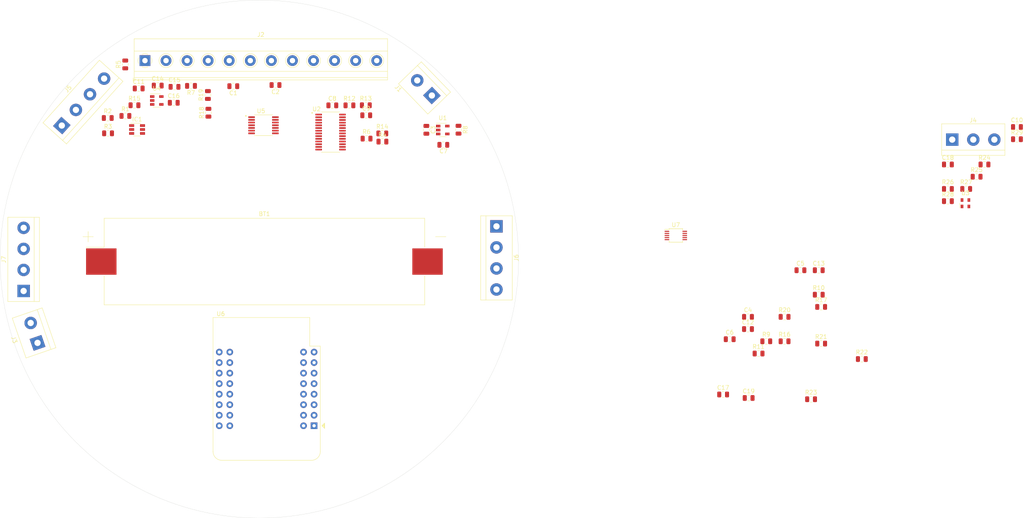
<source format=kicad_pcb>
(kicad_pcb (version 20171130) (host pcbnew "(5.1.12)-1")

  (general
    (thickness 1.6)
    (drawings 1)
    (tracks 0)
    (zones 0)
    (modules 64)
    (nets 76)
  )

  (page A4)
  (layers
    (0 F.Cu signal)
    (31 B.Cu signal)
    (32 B.Adhes user)
    (33 F.Adhes user)
    (34 B.Paste user)
    (35 F.Paste user)
    (36 B.SilkS user)
    (37 F.SilkS user)
    (38 B.Mask user)
    (39 F.Mask user)
    (40 Dwgs.User user hide)
    (41 Cmts.User user hide)
    (42 Eco1.User user hide)
    (43 Eco2.User user hide)
    (44 Edge.Cuts user)
    (45 Margin user hide)
    (46 B.CrtYd user hide)
    (47 F.CrtYd user hide)
    (48 B.Fab user hide)
    (49 F.Fab user hide)
  )

  (setup
    (last_trace_width 0.25)
    (trace_clearance 0.2)
    (zone_clearance 0.508)
    (zone_45_only no)
    (trace_min 0.2)
    (via_size 0.8)
    (via_drill 0.4)
    (via_min_size 0.4)
    (via_min_drill 0.3)
    (uvia_size 0.3)
    (uvia_drill 0.1)
    (uvias_allowed no)
    (uvia_min_size 0.2)
    (uvia_min_drill 0.1)
    (edge_width 0.05)
    (segment_width 0.2)
    (pcb_text_width 0.3)
    (pcb_text_size 1.5 1.5)
    (mod_edge_width 0.12)
    (mod_text_size 1 1)
    (mod_text_width 0.15)
    (pad_size 1.524 1.524)
    (pad_drill 0.762)
    (pad_to_mask_clearance 0.051)
    (solder_mask_min_width 0.25)
    (aux_axis_origin 0 0)
    (visible_elements 7FFFFFFF)
    (pcbplotparams
      (layerselection 0x010fc_ffffffff)
      (usegerberextensions false)
      (usegerberattributes false)
      (usegerberadvancedattributes false)
      (creategerberjobfile false)
      (excludeedgelayer true)
      (linewidth 0.100000)
      (plotframeref false)
      (viasonmask false)
      (mode 1)
      (useauxorigin false)
      (hpglpennumber 1)
      (hpglpenspeed 20)
      (hpglpendiameter 15.000000)
      (psnegative false)
      (psa4output false)
      (plotreference true)
      (plotvalue true)
      (plotinvisibletext false)
      (padsonsilk false)
      (subtractmaskfromsilk false)
      (outputformat 1)
      (mirror false)
      (drillshape 1)
      (scaleselection 1)
      (outputdirectory ""))
  )

  (net 0 "")
  (net 1 GND)
  (net 2 +BATT)
  (net 3 "Net-(C1-Pad2)")
  (net 4 RX1)
  (net 5 "Net-(C2-Pad2)")
  (net 6 RX2)
  (net 7 "Net-(C3-Pad1)")
  (net 8 "Net-(C4-Pad2)")
  (net 9 LNAOUT)
  (net 10 PGAIN)
  (net 11 COMPIN)
  (net 12 VCOM)
  (net 13 +3V3)
  (net 14 "Net-(C14-Pad1)")
  (net 15 "Net-(C18-Pad1)")
  (net 16 BATTOK)
  (net 17 "Net-(IC1-Pad4)")
  (net 18 "Net-(IC1-Pad3)")
  (net 19 RTD2)
  (net 20 RTD1)
  (net 21 "Net-(J2-Pad3)")
  (net 22 "Net-(J2-Pad1)")
  (net 23 A1)
  (net 24 A0)
  (net 25 A2)
  (net 26 SDA)
  (net 27 SCL)
  (net 28 RX)
  (net 29 TX)
  (net 30 SCK)
  (net 31 "Net-(R4-Pad1)")
  (net 32 TX1)
  (net 33 TDC1000CSB)
  (net 34 "Net-(R6-Pad1)")
  (net 35 TX2)
  (net 36 "Net-(R8-Pad1)")
  (net 37 MOSI)
  (net 38 "Net-(R9-Pad1)")
  (net 39 PGAOUT)
  (net 40 "Net-(R14-Pad2)")
  (net 41 MISO)
  (net 42 "Net-(R16-Pad1)")
  (net 43 "Net-(R17-Pad2)")
  (net 44 A3)
  (net 45 "Net-(R20-Pad1)")
  (net 46 "Net-(R21-Pad1)")
  (net 47 TDC7200CSB)
  (net 48 "Net-(R22-Pad1)")
  (net 49 TDC7200INT)
  (net 50 "Net-(R24-Pad2)")
  (net 51 ERRB)
  (net 52 CLK)
  (net 53 TDC1000RESET)
  (net 54 TRIGGER)
  (net 55 TDC1000EN)
  (net 56 STOP)
  (net 57 START)
  (net 58 TDC1000CHSEL)
  (net 59 TDC7200EN)
  (net 60 "Net-(U6-Pad13)")
  (net 61 "Net-(U6-Pad14)")
  (net 62 "Net-(U6-Pad12)")
  (net 63 "Net-(U6-Pad16)")
  (net 64 "Net-(U6-Pad15)")
  (net 65 "Net-(U6-Pad21)")
  (net 66 "Net-(U6-Pad17)")
  (net 67 "Net-(U6-Pad24)")
  (net 68 "Net-(U6-Pad18)")
  (net 69 "Net-(U6-Pad22)")
  (net 70 "Net-(U6-Pad3)")
  (net 71 "Net-(U6-Pad2)")
  (net 72 "Net-(U6-Pad25)")
  (net 73 "Net-(U6-Pad1)")
  (net 74 "Net-(U6-Pad32)")
  (net 75 "Net-(U7-Pad2)")

  (net_class Default "This is the default net class."
    (clearance 0.2)
    (trace_width 0.25)
    (via_dia 0.8)
    (via_drill 0.4)
    (uvia_dia 0.3)
    (uvia_drill 0.1)
    (add_net +3V3)
    (add_net +BATT)
    (add_net A0)
    (add_net A1)
    (add_net A2)
    (add_net A3)
    (add_net BATTOK)
    (add_net CLK)
    (add_net COMPIN)
    (add_net ERRB)
    (add_net GND)
    (add_net LNAOUT)
    (add_net MISO)
    (add_net MOSI)
    (add_net "Net-(C1-Pad2)")
    (add_net "Net-(C14-Pad1)")
    (add_net "Net-(C18-Pad1)")
    (add_net "Net-(C2-Pad2)")
    (add_net "Net-(C3-Pad1)")
    (add_net "Net-(C4-Pad2)")
    (add_net "Net-(IC1-Pad3)")
    (add_net "Net-(IC1-Pad4)")
    (add_net "Net-(J2-Pad1)")
    (add_net "Net-(J2-Pad3)")
    (add_net "Net-(R14-Pad2)")
    (add_net "Net-(R16-Pad1)")
    (add_net "Net-(R17-Pad2)")
    (add_net "Net-(R20-Pad1)")
    (add_net "Net-(R21-Pad1)")
    (add_net "Net-(R22-Pad1)")
    (add_net "Net-(R24-Pad2)")
    (add_net "Net-(R4-Pad1)")
    (add_net "Net-(R6-Pad1)")
    (add_net "Net-(R8-Pad1)")
    (add_net "Net-(R9-Pad1)")
    (add_net "Net-(U6-Pad1)")
    (add_net "Net-(U6-Pad12)")
    (add_net "Net-(U6-Pad13)")
    (add_net "Net-(U6-Pad14)")
    (add_net "Net-(U6-Pad15)")
    (add_net "Net-(U6-Pad16)")
    (add_net "Net-(U6-Pad17)")
    (add_net "Net-(U6-Pad18)")
    (add_net "Net-(U6-Pad2)")
    (add_net "Net-(U6-Pad21)")
    (add_net "Net-(U6-Pad22)")
    (add_net "Net-(U6-Pad24)")
    (add_net "Net-(U6-Pad25)")
    (add_net "Net-(U6-Pad3)")
    (add_net "Net-(U6-Pad32)")
    (add_net "Net-(U7-Pad2)")
    (add_net PGAIN)
    (add_net PGAOUT)
    (add_net RTD1)
    (add_net RTD2)
    (add_net RX)
    (add_net RX1)
    (add_net RX2)
    (add_net SCK)
    (add_net SCL)
    (add_net SDA)
    (add_net START)
    (add_net STOP)
    (add_net TDC1000CHSEL)
    (add_net TDC1000CSB)
    (add_net TDC1000EN)
    (add_net TDC1000RESET)
    (add_net TDC7200CSB)
    (add_net TDC7200EN)
    (add_net TDC7200INT)
    (add_net TRIGGER)
    (add_net TX)
    (add_net TX1)
    (add_net TX2)
    (add_net VCOM)
  )

  (module Package_SO:TSSOP-10_3x3mm_P0.5mm (layer F.Cu) (tedit 5A02F25C) (tstamp 61AAAB10)
    (at 203.425 88.3)
    (descr "TSSOP10: plastic thin shrink small outline package; 10 leads; body width 3 mm; (see NXP SSOP-TSSOP-VSO-REFLOW.pdf and sot552-1_po.pdf)")
    (tags "SSOP 0.5")
    (path /619F853B)
    (attr smd)
    (fp_text reference U7 (at 0 -2.55) (layer F.SilkS)
      (effects (font (size 1 1) (thickness 0.15)))
    )
    (fp_text value ADS1115IDGS (at 0 2.55) (layer F.Fab)
      (effects (font (size 1 1) (thickness 0.15)))
    )
    (fp_line (start -1.625 -1.45) (end -2.7 -1.45) (layer F.SilkS) (width 0.15))
    (fp_line (start -1.625 1.625) (end 1.625 1.625) (layer F.SilkS) (width 0.15))
    (fp_line (start -1.625 -1.625) (end 1.625 -1.625) (layer F.SilkS) (width 0.15))
    (fp_line (start -1.625 1.625) (end -1.625 1.35) (layer F.SilkS) (width 0.15))
    (fp_line (start 1.625 1.625) (end 1.625 1.35) (layer F.SilkS) (width 0.15))
    (fp_line (start 1.625 -1.625) (end 1.625 -1.35) (layer F.SilkS) (width 0.15))
    (fp_line (start -1.625 -1.625) (end -1.625 -1.45) (layer F.SilkS) (width 0.15))
    (fp_line (start -2.95 1.8) (end 2.95 1.8) (layer F.CrtYd) (width 0.05))
    (fp_line (start -2.95 -1.8) (end 2.95 -1.8) (layer F.CrtYd) (width 0.05))
    (fp_line (start 2.95 -1.8) (end 2.95 1.8) (layer F.CrtYd) (width 0.05))
    (fp_line (start -2.95 -1.8) (end -2.95 1.8) (layer F.CrtYd) (width 0.05))
    (fp_line (start -1.5 -0.5) (end -0.5 -1.5) (layer F.Fab) (width 0.15))
    (fp_line (start -1.5 1.5) (end -1.5 -0.5) (layer F.Fab) (width 0.15))
    (fp_line (start 1.5 1.5) (end -1.5 1.5) (layer F.Fab) (width 0.15))
    (fp_line (start 1.5 -1.5) (end 1.5 1.5) (layer F.Fab) (width 0.15))
    (fp_line (start -0.5 -1.5) (end 1.5 -1.5) (layer F.Fab) (width 0.15))
    (fp_text user %R (at 0 0) (layer F.Fab)
      (effects (font (size 0.6 0.6) (thickness 0.15)))
    )
    (pad 10 smd rect (at 2.15 -1) (size 1.1 0.25) (layers F.Cu F.Paste F.Mask)
      (net 27 SCL))
    (pad 9 smd rect (at 2.15 -0.5) (size 1.1 0.25) (layers F.Cu F.Paste F.Mask)
      (net 26 SDA))
    (pad 8 smd rect (at 2.15 0) (size 1.1 0.25) (layers F.Cu F.Paste F.Mask)
      (net 13 +3V3))
    (pad 7 smd rect (at 2.15 0.5) (size 1.1 0.25) (layers F.Cu F.Paste F.Mask)
      (net 44 A3))
    (pad 6 smd rect (at 2.15 1) (size 1.1 0.25) (layers F.Cu F.Paste F.Mask)
      (net 25 A2))
    (pad 5 smd rect (at -2.15 1) (size 1.1 0.25) (layers F.Cu F.Paste F.Mask)
      (net 23 A1))
    (pad 4 smd rect (at -2.15 0.5) (size 1.1 0.25) (layers F.Cu F.Paste F.Mask)
      (net 24 A0))
    (pad 3 smd rect (at -2.15 0) (size 1.1 0.25) (layers F.Cu F.Paste F.Mask)
      (net 1 GND))
    (pad 2 smd rect (at -2.15 -0.5) (size 1.1 0.25) (layers F.Cu F.Paste F.Mask)
      (net 75 "Net-(U7-Pad2)"))
    (pad 1 smd rect (at -2.15 -1) (size 1.1 0.25) (layers F.Cu F.Paste F.Mask)
      (net 1 GND))
    (model ${KISYS3DMOD}/Package_SO.3dshapes/TSSOP-10_3x3mm_P0.5mm.wrl
      (at (xyz 0 0 0))
      (scale (xyz 1 1 1))
      (rotate (xyz 0 0 0))
    )
  )

  (module ESP32:WEMOS_S2 (layer F.Cu) (tedit 6178716C) (tstamp 61AACEB9)
    (at 116.2 134.225 180)
    (path /618E7311)
    (fp_text reference U6 (at 22.5 27) (layer F.SilkS)
      (effects (font (size 1 1) (thickness 0.15)))
    )
    (fp_text value Wemos_S2 (at 11.5 0.5) (layer F.Fab)
      (effects (font (size 1 1) (thickness 0.15)))
    )
    (fp_line (start -1.5 19.22) (end -1.5 -6.21) (layer F.SilkS) (width 0.12))
    (fp_line (start 14.65 -1.4) (end 21.45 -8.2) (layer Dwgs.User) (width 0.1))
    (fp_line (start 24.23 25.99) (end 24.23 -6.21) (layer F.Fab) (width 0.1))
    (fp_line (start 4.65 -1.4) (end 11.45 -8.2) (layer Dwgs.User) (width 0.1))
    (fp_line (start 0.65 -1.4) (end 7.45 -8.2) (layer Dwgs.User) (width 0.1))
    (fp_line (start -1.35 -1.4) (end 24.25 -1.4) (layer Dwgs.User) (width 0.1))
    (fp_line (start 1.04 19.22) (end 1.04 26.12) (layer F.SilkS) (width 0.12))
    (fp_line (start -1.35 -3.4) (end 3.45 -8.2) (layer Dwgs.User) (width 0.1))
    (fp_line (start -0.37 0) (end -1.37 -1) (layer F.Fab) (width 0.1))
    (fp_line (start -1.37 1) (end -1.37 19.09) (layer F.Fab) (width 0.1))
    (fp_line (start 22.23 -8.21) (end 0.63 -8.21) (layer F.Fab) (width 0.1))
    (fp_line (start -1.37 1) (end -0.37 0) (layer F.Fab) (width 0.1))
    (fp_line (start 24.48 -8.41) (end 24.48 26.24) (layer F.CrtYd) (width 0.05))
    (fp_line (start -1.37 19.09) (end 1.17 19.09) (layer F.Fab) (width 0.1))
    (fp_line (start 18.65 -1.4) (end 24.25 -7) (layer Dwgs.User) (width 0.1))
    (fp_line (start -1.35 -1.4) (end 5.45 -8.2) (layer Dwgs.User) (width 0.1))
    (fp_line (start 10.65 -1.4) (end 17.45 -8.2) (layer Dwgs.User) (width 0.1))
    (fp_line (start 16.65 -1.4) (end 23.45 -8.2) (layer Dwgs.User) (width 0.1))
    (fp_line (start 2.65 -1.4) (end 9.45 -8.2) (layer Dwgs.User) (width 0.1))
    (fp_line (start -1.62 26.24) (end -1.62 -8.46) (layer F.CrtYd) (width 0.05))
    (fp_line (start -1.62 -8.46) (end 24.48 -8.46) (layer F.CrtYd) (width 0.05))
    (fp_line (start -1.35 -8.2) (end -1.35 -1.4) (layer Dwgs.User) (width 0.1))
    (fp_line (start -1.35 -7.4) (end -0.55 -8.2) (layer Dwgs.User) (width 0.1))
    (fp_line (start -1.37 -6.21) (end -1.37 -1) (layer F.Fab) (width 0.1))
    (fp_line (start 24.36 26.12) (end 24.36 -6.21) (layer F.SilkS) (width 0.12))
    (fp_line (start 1.04 26.12) (end 24.36 26.12) (layer F.SilkS) (width 0.12))
    (fp_line (start 1.17 19.09) (end 1.17 25.99) (layer F.Fab) (width 0.1))
    (fp_line (start 24.25 -1.4) (end 24.25 -8.2) (layer Dwgs.User) (width 0.1))
    (fp_line (start 20.65 -1.4) (end 24.25 -5) (layer Dwgs.User) (width 0.1))
    (fp_line (start 6.65 -1.4) (end 13.45 -8.2) (layer Dwgs.User) (width 0.1))
    (fp_line (start -1.3 -5.45) (end 1.45 -8.2) (layer Dwgs.User) (width 0.1))
    (fp_line (start 22.24 -8.34) (end 0.63 -8.34) (layer F.SilkS) (width 0.12))
    (fp_line (start 24.25 -8.2) (end -1.35 -8.2) (layer Dwgs.User) (width 0.1))
    (fp_poly (pts (xy -2.54 -0.635) (xy -2.54 0.635) (xy -1.905 0)) (layer F.SilkS) (width 0.15))
    (fp_line (start 12.65 -1.4) (end 19.45 -8.2) (layer Dwgs.User) (width 0.1))
    (fp_line (start 1.17 25.99) (end 24.23 25.99) (layer F.Fab) (width 0.1))
    (fp_line (start 8.65 -1.4) (end 15.45 -8.2) (layer Dwgs.User) (width 0.1))
    (fp_line (start 24.48 26.24) (end -1.62 26.24) (layer F.CrtYd) (width 0.05))
    (fp_line (start -1.5 19.22) (end 1.04 19.22) (layer F.SilkS) (width 0.12))
    (fp_line (start 22.65 -1.4) (end 24.25 -3) (layer Dwgs.User) (width 0.1))
    (fp_arc (start 0.63 -6.21) (end 0.63 -8.21) (angle -90) (layer F.Fab) (width 0.1))
    (fp_arc (start 0.63 -6.21) (end 0.63 -8.34) (angle -90) (layer F.SilkS) (width 0.12))
    (fp_arc (start 22.23 -6.21) (end 24.23 -6.19) (angle -90) (layer F.Fab) (width 0.1))
    (fp_arc (start 22.23 -6.21) (end 24.36 -6.21) (angle -90) (layer F.SilkS) (width 0.12))
    (fp_text user "No copper" (at 11.43 -3.81) (layer Cmts.User)
      (effects (font (size 1 1) (thickness 0.15)))
    )
    (fp_text user "KEEP OUT" (at 11.43 -6.35) (layer Cmts.User)
      (effects (font (size 1 1) (thickness 0.15)))
    )
    (pad 13 thru_hole circle (at 2.54 7.62 180) (size 1.6 1.6) (drill 0.8) (layers *.Cu *.Mask)
      (net 60 "Net-(U6-Pad13)"))
    (pad 14 thru_hole circle (at 2.54 5.08 180) (size 1.6 1.6) (drill 0.8) (layers *.Cu *.Mask)
      (net 61 "Net-(U6-Pad14)"))
    (pad 12 thru_hole circle (at 2.54 10.16 180) (size 1.6 1.6) (drill 0.8) (layers *.Cu *.Mask)
      (net 62 "Net-(U6-Pad12)"))
    (pad 16 thru_hole circle (at 2.54 0 180) (size 1.6 1.6) (drill 0.8) (layers *.Cu *.Mask)
      (net 63 "Net-(U6-Pad16)"))
    (pad 9 thru_hole circle (at 2.54 17.78 180) (size 1.6 1.6) (drill 0.8) (layers *.Cu *.Mask)
      (net 49 TDC7200INT))
    (pad 15 thru_hole circle (at 2.54 2.54 180) (size 1.6 1.6) (drill 0.8) (layers *.Cu *.Mask)
      (net 64 "Net-(U6-Pad15)"))
    (pad 11 thru_hole circle (at 2.54 12.7 180) (size 1.6 1.6) (drill 0.8) (layers *.Cu *.Mask)
      (net 51 ERRB))
    (pad 10 thru_hole circle (at 2.54 15.24 180) (size 1.6 1.6) (drill 0.8) (layers *.Cu *.Mask)
      (net 53 TDC1000RESET))
    (pad 20 thru_hole circle (at 20.32 7.62 180) (size 1.6 1.6) (drill 0.8) (layers *.Cu *.Mask)
      (net 33 TDC1000CSB))
    (pad 19 thru_hole circle (at 20.32 5.08 180) (size 1.6 1.6) (drill 0.8) (layers *.Cu *.Mask)
      (net 41 MISO))
    (pad 21 thru_hole circle (at 20.32 10.16 180) (size 1.6 1.6) (drill 0.8) (layers *.Cu *.Mask)
      (net 65 "Net-(U6-Pad21)"))
    (pad 17 thru_hole circle (at 20.32 0 180) (size 1.6 1.6) (drill 0.8) (layers *.Cu *.Mask)
      (net 66 "Net-(U6-Pad17)"))
    (pad 24 thru_hole circle (at 20.32 17.78 180) (size 1.6 1.6) (drill 0.8) (layers *.Cu *.Mask)
      (net 67 "Net-(U6-Pad24)"))
    (pad 18 thru_hole circle (at 20.32 2.54 180) (size 1.6 1.6) (drill 0.8) (layers *.Cu *.Mask)
      (net 68 "Net-(U6-Pad18)"))
    (pad 22 thru_hole circle (at 20.32 12.7 180) (size 1.6 1.6) (drill 0.8) (layers *.Cu *.Mask)
      (net 69 "Net-(U6-Pad22)"))
    (pad 23 thru_hole circle (at 20.32 15.24 180) (size 1.6 1.6) (drill 0.8) (layers *.Cu *.Mask)
      (net 1 GND))
    (pad 4 thru_hole circle (at 0 7.62 180) (size 1.6 1.6) (drill 0.8) (layers *.Cu *.Mask)
      (net 28 RX))
    (pad 3 thru_hole circle (at 0 5.08 180) (size 1.6 1.6) (drill 0.8) (layers *.Cu *.Mask)
      (net 70 "Net-(U6-Pad3)"))
    (pad 5 thru_hole circle (at 0 10.16 180) (size 1.6 1.6) (drill 0.8) (layers *.Cu *.Mask)
      (net 29 TX))
    (pad 8 thru_hole circle (at 0 17.78 180) (size 1.6 1.6) (drill 0.8) (layers *.Cu *.Mask)
      (net 13 +3V3))
    (pad 2 thru_hole circle (at 0 2.54 180) (size 1.6 1.6) (drill 0.8) (layers *.Cu *.Mask)
      (net 71 "Net-(U6-Pad2)"))
    (pad 6 thru_hole circle (at 0 12.7 180) (size 1.6 1.6) (drill 0.8) (layers *.Cu *.Mask)
      (net 55 TDC1000EN))
    (pad 7 thru_hole circle (at 0 15.24 180) (size 1.6 1.6) (drill 0.8) (layers *.Cu *.Mask)
      (net 59 TDC7200EN))
    (pad 25 thru_hole circle (at 22.86 17.78 180) (size 1.6 1.6) (drill 0.8) (layers *.Cu *.Mask)
      (net 72 "Net-(U6-Pad25)"))
    (pad 26 thru_hole circle (at 22.86 15.24 180) (size 1.6 1.6) (drill 0.8) (layers *.Cu *.Mask)
      (net 1 GND))
    (pad 27 thru_hole circle (at 22.86 12.7 180) (size 1.6 1.6) (drill 0.8) (layers *.Cu *.Mask)
      (net 27 SCL))
    (pad 28 thru_hole circle (at 22.86 10.16 180) (size 1.6 1.6) (drill 0.8) (layers *.Cu *.Mask)
      (net 26 SDA))
    (pad 29 thru_hole circle (at 22.86 7.62 180) (size 1.6 1.6) (drill 0.8) (layers *.Cu *.Mask)
      (net 47 TDC7200CSB))
    (pad 30 thru_hole circle (at 22.86 5.08 180) (size 1.6 1.6) (drill 0.8) (layers *.Cu *.Mask)
      (net 30 SCK))
    (pad 31 thru_hole circle (at 22.86 2.54 180) (size 1.6 1.6) (drill 0.8) (layers *.Cu *.Mask)
      (net 37 MOSI))
    (pad 1 thru_hole rect (at 0 0 180) (size 1.6 1.6) (drill 0.8) (layers *.Cu *.Mask)
      (net 73 "Net-(U6-Pad1)"))
    (pad 32 thru_hole circle (at 22.86 0 180) (size 1.6 1.6) (drill 0.8) (layers *.Cu *.Mask)
      (net 74 "Net-(U6-Pad32)"))
  )

  (module "Custom Libs:SOP65P640X120-14N" (layer F.Cu) (tedit 6173498E) (tstamp 61AACE67)
    (at 104 61.7)
    (path /617356B8)
    (fp_text reference U5 (at -0.595 -3.435) (layer F.SilkS)
      (effects (font (size 1 1) (thickness 0.15)))
    )
    (fp_text value TDC7200PW (at 7.025 3.435) (layer F.Fab)
      (effects (font (size 1 1) (thickness 0.15)))
    )
    (fp_line (start 3.905 -2.75) (end 3.905 2.75) (layer F.CrtYd) (width 0.05))
    (fp_line (start -3.905 -2.75) (end -3.905 2.75) (layer F.CrtYd) (width 0.05))
    (fp_line (start -3.905 2.75) (end 3.905 2.75) (layer F.CrtYd) (width 0.05))
    (fp_line (start -3.905 -2.75) (end 3.905 -2.75) (layer F.CrtYd) (width 0.05))
    (fp_line (start 2.2 -2.5) (end 2.2 2.5) (layer F.Fab) (width 0.127))
    (fp_line (start -2.2 -2.5) (end -2.2 2.5) (layer F.Fab) (width 0.127))
    (fp_line (start -2.2 2.5) (end 2.2 2.5) (layer F.SilkS) (width 0.127))
    (fp_line (start -2.2 -2.5) (end 2.2 -2.5) (layer F.SilkS) (width 0.127))
    (fp_line (start -2.2 2.5) (end 2.2 2.5) (layer F.Fab) (width 0.127))
    (fp_line (start -2.2 -2.5) (end 2.2 -2.5) (layer F.Fab) (width 0.127))
    (fp_circle (center -4.24 -2.26) (end -4.14 -2.26) (layer F.Fab) (width 0.2))
    (fp_circle (center -4.24 -2.26) (end -4.14 -2.26) (layer F.SilkS) (width 0.2))
    (pad 14 smd roundrect (at 2.87 -1.95) (size 1.57 0.41) (layers F.Cu F.Paste F.Mask) (roundrect_rratio 0.05)
      (net 13 +3V3))
    (pad 13 smd roundrect (at 2.87 -1.3) (size 1.57 0.41) (layers F.Cu F.Paste F.Mask) (roundrect_rratio 0.05)
      (net 15 "Net-(C18-Pad1)"))
    (pad 12 smd roundrect (at 2.87 -0.65) (size 1.57 0.41) (layers F.Cu F.Paste F.Mask) (roundrect_rratio 0.05)
      (net 46 "Net-(R21-Pad1)"))
    (pad 11 smd roundrect (at 2.87 0) (size 1.57 0.41) (layers F.Cu F.Paste F.Mask) (roundrect_rratio 0.05)
      (net 48 "Net-(R22-Pad1)"))
    (pad 10 smd roundrect (at 2.87 0.65) (size 1.57 0.41) (layers F.Cu F.Paste F.Mask) (roundrect_rratio 0.05)
      (net 45 "Net-(R20-Pad1)"))
    (pad 9 smd roundrect (at 2.87 1.3) (size 1.57 0.41) (layers F.Cu F.Paste F.Mask) (roundrect_rratio 0.05)
      (net 50 "Net-(R24-Pad2)"))
    (pad 8 smd roundrect (at 2.87 1.95) (size 1.57 0.41) (layers F.Cu F.Paste F.Mask) (roundrect_rratio 0.05)
      (net 49 TDC7200INT))
    (pad 7 smd roundrect (at -2.87 1.95) (size 1.57 0.41) (layers F.Cu F.Paste F.Mask) (roundrect_rratio 0.05)
      (net 1 GND))
    (pad 6 smd roundrect (at -2.87 1.3) (size 1.57 0.41) (layers F.Cu F.Paste F.Mask) (roundrect_rratio 0.05))
    (pad 5 smd roundrect (at -2.87 0.65) (size 1.57 0.41) (layers F.Cu F.Paste F.Mask) (roundrect_rratio 0.05)
      (net 52 CLK))
    (pad 4 smd roundrect (at -2.87 0) (size 1.57 0.41) (layers F.Cu F.Paste F.Mask) (roundrect_rratio 0.05)
      (net 56 STOP))
    (pad 3 smd roundrect (at -2.87 -0.65) (size 1.57 0.41) (layers F.Cu F.Paste F.Mask) (roundrect_rratio 0.05)
      (net 57 START))
    (pad 2 smd roundrect (at -2.87 -1.3) (size 1.57 0.41) (layers F.Cu F.Paste F.Mask) (roundrect_rratio 0.05)
      (net 54 TRIGGER))
    (pad 1 smd roundrect (at -2.87 -1.95) (size 1.57 0.41) (layers F.Cu F.Paste F.Mask) (roundrect_rratio 0.05)
      (net 59 TDC7200EN))
  )

  (module Package_TO_SOT_SMD:SOT-23-5 (layer F.Cu) (tedit 5A02FF57) (tstamp 61AACE49)
    (at 78.275 55.725)
    (descr "5-pin SOT23 package")
    (tags SOT-23-5)
    (path /61A3E9F7)
    (attr smd)
    (fp_text reference U4 (at 0 -2.9) (layer F.SilkS)
      (effects (font (size 1 1) (thickness 0.15)))
    )
    (fp_text value TPS73633DBV (at 0 2.9) (layer F.Fab)
      (effects (font (size 1 1) (thickness 0.15)))
    )
    (fp_line (start 0.9 -1.55) (end 0.9 1.55) (layer F.Fab) (width 0.1))
    (fp_line (start 0.9 1.55) (end -0.9 1.55) (layer F.Fab) (width 0.1))
    (fp_line (start -0.9 -0.9) (end -0.9 1.55) (layer F.Fab) (width 0.1))
    (fp_line (start 0.9 -1.55) (end -0.25 -1.55) (layer F.Fab) (width 0.1))
    (fp_line (start -0.9 -0.9) (end -0.25 -1.55) (layer F.Fab) (width 0.1))
    (fp_line (start -1.9 1.8) (end -1.9 -1.8) (layer F.CrtYd) (width 0.05))
    (fp_line (start 1.9 1.8) (end -1.9 1.8) (layer F.CrtYd) (width 0.05))
    (fp_line (start 1.9 -1.8) (end 1.9 1.8) (layer F.CrtYd) (width 0.05))
    (fp_line (start -1.9 -1.8) (end 1.9 -1.8) (layer F.CrtYd) (width 0.05))
    (fp_line (start 0.9 -1.61) (end -1.55 -1.61) (layer F.SilkS) (width 0.12))
    (fp_line (start -0.9 1.61) (end 0.9 1.61) (layer F.SilkS) (width 0.12))
    (fp_text user %R (at 0 0 90) (layer F.Fab)
      (effects (font (size 0.5 0.5) (thickness 0.075)))
    )
    (pad 5 smd rect (at 1.1 -0.95) (size 1.06 0.65) (layers F.Cu F.Paste F.Mask)
      (net 13 +3V3))
    (pad 4 smd rect (at 1.1 0.95) (size 1.06 0.65) (layers F.Cu F.Paste F.Mask)
      (net 14 "Net-(C14-Pad1)"))
    (pad 3 smd rect (at -1.1 0.95) (size 1.06 0.65) (layers F.Cu F.Paste F.Mask)
      (net 16 BATTOK))
    (pad 2 smd rect (at -1.1 0) (size 1.06 0.65) (layers F.Cu F.Paste F.Mask)
      (net 1 GND))
    (pad 1 smd rect (at -1.1 -0.95) (size 1.06 0.65) (layers F.Cu F.Paste F.Mask)
      (net 2 +BATT))
    (model ${KISYS3DMOD}/Package_TO_SOT_SMD.3dshapes/SOT-23-5.wrl
      (at (xyz 0 0 0))
      (scale (xyz 1 1 1))
      (rotate (xyz 0 0 0))
    )
  )

  (module Oscillator:Oscillator_SMD_Abracon_ASDMB-4Pin_2.5x2.0mm (layer F.Cu) (tedit 5CA1C904) (tstamp 61AACE34)
    (at 273.245 80.52)
    (descr "Miniature Crystal Clock Oscillator Abracon ASDMB series, 2.5x2.0mm package, http://www.abracon.com/Oscillators/ASDMB.pdf")
    (tags "SMD SMT crystal oscillator")
    (path /6181079F)
    (attr smd)
    (fp_text reference U3 (at 0 -2.45) (layer F.SilkS)
      (effects (font (size 1 1) (thickness 0.15)))
    )
    (fp_text value SiT8918AE-13-33E-5.000000G (at 0 2.45) (layer F.Fab)
      (effects (font (size 1 1) (thickness 0.15)))
    )
    (fp_line (start 1.5 -1.45) (end -1.5 -1.45) (layer F.CrtYd) (width 0.05))
    (fp_line (start 1.5 1.45) (end 1.5 -1.45) (layer F.CrtYd) (width 0.05))
    (fp_line (start -1.5 1.45) (end 1.5 1.45) (layer F.CrtYd) (width 0.05))
    (fp_line (start -1.5 -1.45) (end -1.5 1.45) (layer F.CrtYd) (width 0.05))
    (fp_line (start -1.35 0) (end -1.35 1.14) (layer F.SilkS) (width 0.12))
    (fp_line (start -1.25 0.5) (end -0.75 1) (layer F.Fab) (width 0.1))
    (fp_line (start -1.25 0.5) (end -1.25 -1) (layer F.Fab) (width 0.1))
    (fp_line (start 1.25 1) (end -0.75 1) (layer F.Fab) (width 0.1))
    (fp_line (start 1.25 -1) (end 1.25 1) (layer F.Fab) (width 0.1))
    (fp_line (start -1.25 -1) (end 1.25 -1) (layer F.Fab) (width 0.1))
    (fp_text user %R (at 0 0) (layer F.Fab)
      (effects (font (size 0.6 0.6) (thickness 0.105)))
    )
    (pad 4 smd rect (at -0.825 -0.775) (size 0.65 0.85) (layers F.Cu F.Paste F.Mask)
      (net 13 +3V3))
    (pad 3 smd rect (at 0.825 -0.775) (size 0.65 0.85) (layers F.Cu F.Paste F.Mask)
      (net 52 CLK))
    (pad 2 smd rect (at 0.825 0.775) (size 0.65 0.85) (layers F.Cu F.Paste F.Mask)
      (net 1 GND))
    (pad 1 smd rect (at -0.825 0.775) (size 0.65 0.85) (layers F.Cu F.Paste F.Mask)
      (net 43 "Net-(R17-Pad2)"))
    (model ${KISYS3DMOD}/Oscillator.3dshapes/Oscillator_SMD_Abracon_ASDMB-4Pin_2.5x2.0mm.wrl
      (at (xyz 0 0 0))
      (scale (xyz 1 1 1))
      (rotate (xyz 0 0 0))
    )
  )

  (module "Custom Libs:SOP65P640X120-28N" (layer F.Cu) (tedit 61734926) (tstamp 61AACE21)
    (at 120.175 63.35)
    (path /61734A89)
    (fp_text reference U2 (at -3.375 -5.55) (layer F.SilkS)
      (effects (font (size 1 1) (thickness 0.15)))
    )
    (fp_text value TDC1000PW (at 6.975 5.912) (layer F.Fab)
      (effects (font (size 1 1) (thickness 0.15)))
    )
    (fp_line (start 3.905 -5.1) (end 3.905 5.1) (layer F.CrtYd) (width 0.05))
    (fp_line (start -3.905 -5.1) (end -3.905 5.1) (layer F.CrtYd) (width 0.05))
    (fp_line (start -3.905 5.1) (end 3.905 5.1) (layer F.CrtYd) (width 0.05))
    (fp_line (start -3.905 -5.1) (end 3.905 -5.1) (layer F.CrtYd) (width 0.05))
    (fp_line (start 2.2 -4.85) (end 2.2 4.85) (layer F.Fab) (width 0.127))
    (fp_line (start -2.2 -4.85) (end -2.2 4.85) (layer F.Fab) (width 0.127))
    (fp_line (start -2.2 4.85) (end 2.2 4.85) (layer F.SilkS) (width 0.127))
    (fp_line (start -2.2 -4.85) (end 2.2 -4.85) (layer F.SilkS) (width 0.127))
    (fp_line (start -2.2 4.85) (end 2.2 4.85) (layer F.Fab) (width 0.127))
    (fp_line (start -2.2 -4.85) (end 2.2 -4.85) (layer F.Fab) (width 0.127))
    (fp_circle (center -4.44 -4.635) (end -4.34 -4.635) (layer F.Fab) (width 0.2))
    (fp_circle (center -4.44 -4.635) (end -4.34 -4.635) (layer F.SilkS) (width 0.2))
    (pad 28 smd roundrect (at 2.87 -4.225) (size 1.57 0.41) (layers F.Cu F.Paste F.Mask) (roundrect_rratio 0.05)
      (net 32 TX1))
    (pad 27 smd roundrect (at 2.87 -3.575) (size 1.57 0.41) (layers F.Cu F.Paste F.Mask) (roundrect_rratio 0.05)
      (net 35 TX2))
    (pad 26 smd roundrect (at 2.87 -2.925) (size 1.57 0.41) (layers F.Cu F.Paste F.Mask) (roundrect_rratio 0.05)
      (net 1 GND))
    (pad 25 smd roundrect (at 2.87 -2.275) (size 1.57 0.41) (layers F.Cu F.Paste F.Mask) (roundrect_rratio 0.05)
      (net 52 CLK))
    (pad 24 smd roundrect (at 2.87 -1.625) (size 1.57 0.41) (layers F.Cu F.Paste F.Mask) (roundrect_rratio 0.05)
      (net 2 +BATT))
    (pad 23 smd roundrect (at 2.87 -0.975) (size 1.57 0.41) (layers F.Cu F.Paste F.Mask) (roundrect_rratio 0.05)
      (net 2 +BATT))
    (pad 22 smd roundrect (at 2.87 -0.325) (size 1.57 0.41) (layers F.Cu F.Paste F.Mask) (roundrect_rratio 0.05)
      (net 13 +3V3))
    (pad 21 smd roundrect (at 2.87 0.325) (size 1.57 0.41) (layers F.Cu F.Paste F.Mask) (roundrect_rratio 0.05)
      (net 40 "Net-(R14-Pad2)"))
    (pad 20 smd roundrect (at 2.87 0.975) (size 1.57 0.41) (layers F.Cu F.Paste F.Mask) (roundrect_rratio 0.05)
      (net 38 "Net-(R9-Pad1)"))
    (pad 19 smd roundrect (at 2.87 1.625) (size 1.57 0.41) (layers F.Cu F.Paste F.Mask) (roundrect_rratio 0.05)
      (net 34 "Net-(R6-Pad1)"))
    (pad 18 smd roundrect (at 2.87 2.275) (size 1.57 0.41) (layers F.Cu F.Paste F.Mask) (roundrect_rratio 0.05)
      (net 31 "Net-(R4-Pad1)"))
    (pad 17 smd roundrect (at 2.87 2.925) (size 1.57 0.41) (layers F.Cu F.Paste F.Mask) (roundrect_rratio 0.05)
      (net 53 TDC1000RESET))
    (pad 16 smd roundrect (at 2.87 3.575) (size 1.57 0.41) (layers F.Cu F.Paste F.Mask) (roundrect_rratio 0.05)
      (net 54 TRIGGER))
    (pad 15 smd roundrect (at 2.87 4.225) (size 1.57 0.41) (layers F.Cu F.Paste F.Mask) (roundrect_rratio 0.05)
      (net 55 TDC1000EN))
    (pad 14 smd roundrect (at -2.87 4.225) (size 1.57 0.41) (layers F.Cu F.Paste F.Mask) (roundrect_rratio 0.05)
      (net 56 STOP))
    (pad 13 smd roundrect (at -2.87 3.575) (size 1.57 0.41) (layers F.Cu F.Paste F.Mask) (roundrect_rratio 0.05)
      (net 57 START))
    (pad 12 smd roundrect (at -2.87 2.925) (size 1.57 0.41) (layers F.Cu F.Paste F.Mask) (roundrect_rratio 0.05)
      (net 51 ERRB))
    (pad 11 smd roundrect (at -2.87 2.275) (size 1.57 0.41) (layers F.Cu F.Paste F.Mask) (roundrect_rratio 0.05)
      (net 58 TDC1000CHSEL))
    (pad 10 smd roundrect (at -2.87 1.625) (size 1.57 0.41) (layers F.Cu F.Paste F.Mask) (roundrect_rratio 0.05)
      (net 42 "Net-(R16-Pad1)"))
    (pad 9 smd roundrect (at -2.87 0.975) (size 1.57 0.41) (layers F.Cu F.Paste F.Mask) (roundrect_rratio 0.05)
      (net 19 RTD2))
    (pad 8 smd roundrect (at -2.87 0.325) (size 1.57 0.41) (layers F.Cu F.Paste F.Mask) (roundrect_rratio 0.05)
      (net 20 RTD1))
    (pad 7 smd roundrect (at -2.87 -0.325) (size 1.57 0.41) (layers F.Cu F.Paste F.Mask) (roundrect_rratio 0.05)
      (net 11 COMPIN))
    (pad 6 smd roundrect (at -2.87 -0.975) (size 1.57 0.41) (layers F.Cu F.Paste F.Mask) (roundrect_rratio 0.05)
      (net 39 PGAOUT))
    (pad 5 smd roundrect (at -2.87 -1.625) (size 1.57 0.41) (layers F.Cu F.Paste F.Mask) (roundrect_rratio 0.05)
      (net 10 PGAIN))
    (pad 4 smd roundrect (at -2.87 -2.275) (size 1.57 0.41) (layers F.Cu F.Paste F.Mask) (roundrect_rratio 0.05)
      (net 9 LNAOUT))
    (pad 3 smd roundrect (at -2.87 -2.925) (size 1.57 0.41) (layers F.Cu F.Paste F.Mask) (roundrect_rratio 0.05)
      (net 12 VCOM))
    (pad 2 smd roundrect (at -2.87 -3.575) (size 1.57 0.41) (layers F.Cu F.Paste F.Mask) (roundrect_rratio 0.05)
      (net 6 RX2))
    (pad 1 smd roundrect (at -2.87 -4.225) (size 1.57 0.41) (layers F.Cu F.Paste F.Mask) (roundrect_rratio 0.05)
      (net 4 RX1))
  )

  (module Package_TO_SOT_SMD:SOT-23-5 (layer F.Cu) (tedit 5A02FF57) (tstamp 61AACDF5)
    (at 147.225 62.85)
    (descr "5-pin SOT23 package")
    (tags SOT-23-5)
    (path /617AB21F)
    (attr smd)
    (fp_text reference U1 (at 0 -2.9) (layer F.SilkS)
      (effects (font (size 1 1) (thickness 0.15)))
    )
    (fp_text value MCP73812T-420I-OT (at 0 2.9) (layer F.Fab)
      (effects (font (size 1 1) (thickness 0.15)))
    )
    (fp_line (start 0.9 -1.55) (end 0.9 1.55) (layer F.Fab) (width 0.1))
    (fp_line (start 0.9 1.55) (end -0.9 1.55) (layer F.Fab) (width 0.1))
    (fp_line (start -0.9 -0.9) (end -0.9 1.55) (layer F.Fab) (width 0.1))
    (fp_line (start 0.9 -1.55) (end -0.25 -1.55) (layer F.Fab) (width 0.1))
    (fp_line (start -0.9 -0.9) (end -0.25 -1.55) (layer F.Fab) (width 0.1))
    (fp_line (start -1.9 1.8) (end -1.9 -1.8) (layer F.CrtYd) (width 0.05))
    (fp_line (start 1.9 1.8) (end -1.9 1.8) (layer F.CrtYd) (width 0.05))
    (fp_line (start 1.9 -1.8) (end 1.9 1.8) (layer F.CrtYd) (width 0.05))
    (fp_line (start -1.9 -1.8) (end 1.9 -1.8) (layer F.CrtYd) (width 0.05))
    (fp_line (start 0.9 -1.61) (end -1.55 -1.61) (layer F.SilkS) (width 0.12))
    (fp_line (start -0.9 1.61) (end 0.9 1.61) (layer F.SilkS) (width 0.12))
    (fp_text user %R (at 0 0 90) (layer F.Fab)
      (effects (font (size 0.5 0.5) (thickness 0.075)))
    )
    (pad 5 smd rect (at 1.1 -0.95) (size 1.06 0.65) (layers F.Cu F.Paste F.Mask)
      (net 36 "Net-(R8-Pad1)"))
    (pad 4 smd rect (at 1.1 0.95) (size 1.06 0.65) (layers F.Cu F.Paste F.Mask)
      (net 7 "Net-(C3-Pad1)"))
    (pad 3 smd rect (at -1.1 0.95) (size 1.06 0.65) (layers F.Cu F.Paste F.Mask)
      (net 2 +BATT))
    (pad 2 smd rect (at -1.1 0) (size 1.06 0.65) (layers F.Cu F.Paste F.Mask)
      (net 1 GND))
    (pad 1 smd rect (at -1.1 -0.95) (size 1.06 0.65) (layers F.Cu F.Paste F.Mask)
      (net 7 "Net-(C3-Pad1)"))
    (model ${KISYS3DMOD}/Package_TO_SOT_SMD.3dshapes/SOT-23-5.wrl
      (at (xyz 0 0 0))
      (scale (xyz 1 1 1))
      (rotate (xyz 0 0 0))
    )
  )

  (module Resistor_SMD:R_0805_2012Metric (layer F.Cu) (tedit 5B36C52B) (tstamp 61AACDE0)
    (at 285.665 65.07)
    (descr "Resistor SMD 0805 (2012 Metric), square (rectangular) end terminal, IPC_7351 nominal, (Body size source: https://docs.google.com/spreadsheets/d/1BsfQQcO9C6DZCsRaXUlFlo91Tg2WpOkGARC1WS5S8t0/edit?usp=sharing), generated with kicad-footprint-generator")
    (tags resistor)
    (path /619F8699)
    (attr smd)
    (fp_text reference R29 (at 0 -1.65) (layer F.SilkS)
      (effects (font (size 1 1) (thickness 0.15)))
    )
    (fp_text value 470R (at 0 1.65) (layer F.Fab)
      (effects (font (size 1 1) (thickness 0.15)))
    )
    (fp_line (start 1.68 0.95) (end -1.68 0.95) (layer F.CrtYd) (width 0.05))
    (fp_line (start 1.68 -0.95) (end 1.68 0.95) (layer F.CrtYd) (width 0.05))
    (fp_line (start -1.68 -0.95) (end 1.68 -0.95) (layer F.CrtYd) (width 0.05))
    (fp_line (start -1.68 0.95) (end -1.68 -0.95) (layer F.CrtYd) (width 0.05))
    (fp_line (start -0.258578 0.71) (end 0.258578 0.71) (layer F.SilkS) (width 0.12))
    (fp_line (start -0.258578 -0.71) (end 0.258578 -0.71) (layer F.SilkS) (width 0.12))
    (fp_line (start 1 0.6) (end -1 0.6) (layer F.Fab) (width 0.1))
    (fp_line (start 1 -0.6) (end 1 0.6) (layer F.Fab) (width 0.1))
    (fp_line (start -1 -0.6) (end 1 -0.6) (layer F.Fab) (width 0.1))
    (fp_line (start -1 0.6) (end -1 -0.6) (layer F.Fab) (width 0.1))
    (fp_text user %R (at 0 0) (layer F.Fab)
      (effects (font (size 0.5 0.5) (thickness 0.08)))
    )
    (pad 2 smd roundrect (at 0.9375 0) (size 0.975 1.4) (layers F.Cu F.Paste F.Mask) (roundrect_rratio 0.25)
      (net 23 A1))
    (pad 1 smd roundrect (at -0.9375 0) (size 0.975 1.4) (layers F.Cu F.Paste F.Mask) (roundrect_rratio 0.25)
      (net 24 A0))
    (model ${KISYS3DMOD}/Resistor_SMD.3dshapes/R_0805_2012Metric.wrl
      (at (xyz 0 0 0))
      (scale (xyz 1 1 1))
      (rotate (xyz 0 0 0))
    )
  )

  (module Resistor_SMD:R_0805_2012Metric (layer F.Cu) (tedit 5B36C52B) (tstamp 61AACDCF)
    (at 269.015 80.02)
    (descr "Resistor SMD 0805 (2012 Metric), square (rectangular) end terminal, IPC_7351 nominal, (Body size source: https://docs.google.com/spreadsheets/d/1BsfQQcO9C6DZCsRaXUlFlo91Tg2WpOkGARC1WS5S8t0/edit?usp=sharing), generated with kicad-footprint-generator")
    (tags resistor)
    (path /61A79E9B)
    (attr smd)
    (fp_text reference R28 (at 0 -1.65) (layer F.SilkS)
      (effects (font (size 1 1) (thickness 0.15)))
    )
    (fp_text value 4k7 (at 0 1.65) (layer F.Fab)
      (effects (font (size 1 1) (thickness 0.15)))
    )
    (fp_line (start 1.68 0.95) (end -1.68 0.95) (layer F.CrtYd) (width 0.05))
    (fp_line (start 1.68 -0.95) (end 1.68 0.95) (layer F.CrtYd) (width 0.05))
    (fp_line (start -1.68 -0.95) (end 1.68 -0.95) (layer F.CrtYd) (width 0.05))
    (fp_line (start -1.68 0.95) (end -1.68 -0.95) (layer F.CrtYd) (width 0.05))
    (fp_line (start -0.258578 0.71) (end 0.258578 0.71) (layer F.SilkS) (width 0.12))
    (fp_line (start -0.258578 -0.71) (end 0.258578 -0.71) (layer F.SilkS) (width 0.12))
    (fp_line (start 1 0.6) (end -1 0.6) (layer F.Fab) (width 0.1))
    (fp_line (start 1 -0.6) (end 1 0.6) (layer F.Fab) (width 0.1))
    (fp_line (start -1 -0.6) (end 1 -0.6) (layer F.Fab) (width 0.1))
    (fp_line (start -1 0.6) (end -1 -0.6) (layer F.Fab) (width 0.1))
    (fp_text user %R (at 0 0) (layer F.Fab)
      (effects (font (size 0.5 0.5) (thickness 0.08)))
    )
    (pad 2 smd roundrect (at 0.9375 0) (size 0.975 1.4) (layers F.Cu F.Paste F.Mask) (roundrect_rratio 0.25)
      (net 27 SCL))
    (pad 1 smd roundrect (at -0.9375 0) (size 0.975 1.4) (layers F.Cu F.Paste F.Mask) (roundrect_rratio 0.25)
      (net 13 +3V3))
    (model ${KISYS3DMOD}/Resistor_SMD.3dshapes/R_0805_2012Metric.wrl
      (at (xyz 0 0 0))
      (scale (xyz 1 1 1))
      (rotate (xyz 0 0 0))
    )
  )

  (module Resistor_SMD:R_0805_2012Metric (layer F.Cu) (tedit 5B36C52B) (tstamp 61AACDBE)
    (at 273.425 77.07)
    (descr "Resistor SMD 0805 (2012 Metric), square (rectangular) end terminal, IPC_7351 nominal, (Body size source: https://docs.google.com/spreadsheets/d/1BsfQQcO9C6DZCsRaXUlFlo91Tg2WpOkGARC1WS5S8t0/edit?usp=sharing), generated with kicad-footprint-generator")
    (tags resistor)
    (path /61A7944C)
    (attr smd)
    (fp_text reference R27 (at 0 -1.65) (layer F.SilkS)
      (effects (font (size 1 1) (thickness 0.15)))
    )
    (fp_text value 4k7 (at 0 1.65) (layer F.Fab)
      (effects (font (size 1 1) (thickness 0.15)))
    )
    (fp_line (start 1.68 0.95) (end -1.68 0.95) (layer F.CrtYd) (width 0.05))
    (fp_line (start 1.68 -0.95) (end 1.68 0.95) (layer F.CrtYd) (width 0.05))
    (fp_line (start -1.68 -0.95) (end 1.68 -0.95) (layer F.CrtYd) (width 0.05))
    (fp_line (start -1.68 0.95) (end -1.68 -0.95) (layer F.CrtYd) (width 0.05))
    (fp_line (start -0.258578 0.71) (end 0.258578 0.71) (layer F.SilkS) (width 0.12))
    (fp_line (start -0.258578 -0.71) (end 0.258578 -0.71) (layer F.SilkS) (width 0.12))
    (fp_line (start 1 0.6) (end -1 0.6) (layer F.Fab) (width 0.1))
    (fp_line (start 1 -0.6) (end 1 0.6) (layer F.Fab) (width 0.1))
    (fp_line (start -1 -0.6) (end 1 -0.6) (layer F.Fab) (width 0.1))
    (fp_line (start -1 0.6) (end -1 -0.6) (layer F.Fab) (width 0.1))
    (fp_text user %R (at 0 0) (layer F.Fab)
      (effects (font (size 0.5 0.5) (thickness 0.08)))
    )
    (pad 2 smd roundrect (at 0.9375 0) (size 0.975 1.4) (layers F.Cu F.Paste F.Mask) (roundrect_rratio 0.25)
      (net 26 SDA))
    (pad 1 smd roundrect (at -0.9375 0) (size 0.975 1.4) (layers F.Cu F.Paste F.Mask) (roundrect_rratio 0.25)
      (net 13 +3V3))
    (model ${KISYS3DMOD}/Resistor_SMD.3dshapes/R_0805_2012Metric.wrl
      (at (xyz 0 0 0))
      (scale (xyz 1 1 1))
      (rotate (xyz 0 0 0))
    )
  )

  (module Resistor_SMD:R_0805_2012Metric (layer F.Cu) (tedit 5B36C52B) (tstamp 61AACDAD)
    (at 269.015 77.07)
    (descr "Resistor SMD 0805 (2012 Metric), square (rectangular) end terminal, IPC_7351 nominal, (Body size source: https://docs.google.com/spreadsheets/d/1BsfQQcO9C6DZCsRaXUlFlo91Tg2WpOkGARC1WS5S8t0/edit?usp=sharing), generated with kicad-footprint-generator")
    (tags resistor)
    (path /61DB8886)
    (attr smd)
    (fp_text reference R26 (at 0 -1.65) (layer F.SilkS)
      (effects (font (size 1 1) (thickness 0.15)))
    )
    (fp_text value 10k (at 0 1.65) (layer F.Fab)
      (effects (font (size 1 1) (thickness 0.15)))
    )
    (fp_line (start 1.68 0.95) (end -1.68 0.95) (layer F.CrtYd) (width 0.05))
    (fp_line (start 1.68 -0.95) (end 1.68 0.95) (layer F.CrtYd) (width 0.05))
    (fp_line (start -1.68 -0.95) (end 1.68 -0.95) (layer F.CrtYd) (width 0.05))
    (fp_line (start -1.68 0.95) (end -1.68 -0.95) (layer F.CrtYd) (width 0.05))
    (fp_line (start -0.258578 0.71) (end 0.258578 0.71) (layer F.SilkS) (width 0.12))
    (fp_line (start -0.258578 -0.71) (end 0.258578 -0.71) (layer F.SilkS) (width 0.12))
    (fp_line (start 1 0.6) (end -1 0.6) (layer F.Fab) (width 0.1))
    (fp_line (start 1 -0.6) (end 1 0.6) (layer F.Fab) (width 0.1))
    (fp_line (start -1 -0.6) (end 1 -0.6) (layer F.Fab) (width 0.1))
    (fp_line (start -1 0.6) (end -1 -0.6) (layer F.Fab) (width 0.1))
    (fp_text user %R (at 0 0) (layer F.Fab)
      (effects (font (size 0.5 0.5) (thickness 0.08)))
    )
    (pad 2 smd roundrect (at 0.9375 0) (size 0.975 1.4) (layers F.Cu F.Paste F.Mask) (roundrect_rratio 0.25)
      (net 49 TDC7200INT))
    (pad 1 smd roundrect (at -0.9375 0) (size 0.975 1.4) (layers F.Cu F.Paste F.Mask) (roundrect_rratio 0.25)
      (net 13 +3V3))
    (model ${KISYS3DMOD}/Resistor_SMD.3dshapes/R_0805_2012Metric.wrl
      (at (xyz 0 0 0))
      (scale (xyz 1 1 1))
      (rotate (xyz 0 0 0))
    )
  )

  (module Resistor_SMD:R_0805_2012Metric (layer F.Cu) (tedit 5B36C52B) (tstamp 61AACD9C)
    (at 275.935 74.12)
    (descr "Resistor SMD 0805 (2012 Metric), square (rectangular) end terminal, IPC_7351 nominal, (Body size source: https://docs.google.com/spreadsheets/d/1BsfQQcO9C6DZCsRaXUlFlo91Tg2WpOkGARC1WS5S8t0/edit?usp=sharing), generated with kicad-footprint-generator")
    (tags resistor)
    (path /61D7018A)
    (attr smd)
    (fp_text reference R25 (at 0 -1.65) (layer F.SilkS)
      (effects (font (size 1 1) (thickness 0.15)))
    )
    (fp_text value 10k (at 0 1.65) (layer F.Fab)
      (effects (font (size 1 1) (thickness 0.15)))
    )
    (fp_line (start 1.68 0.95) (end -1.68 0.95) (layer F.CrtYd) (width 0.05))
    (fp_line (start 1.68 -0.95) (end 1.68 0.95) (layer F.CrtYd) (width 0.05))
    (fp_line (start -1.68 -0.95) (end 1.68 -0.95) (layer F.CrtYd) (width 0.05))
    (fp_line (start -1.68 0.95) (end -1.68 -0.95) (layer F.CrtYd) (width 0.05))
    (fp_line (start -0.258578 0.71) (end 0.258578 0.71) (layer F.SilkS) (width 0.12))
    (fp_line (start -0.258578 -0.71) (end 0.258578 -0.71) (layer F.SilkS) (width 0.12))
    (fp_line (start 1 0.6) (end -1 0.6) (layer F.Fab) (width 0.1))
    (fp_line (start 1 -0.6) (end 1 0.6) (layer F.Fab) (width 0.1))
    (fp_line (start -1 -0.6) (end 1 -0.6) (layer F.Fab) (width 0.1))
    (fp_line (start -1 0.6) (end -1 -0.6) (layer F.Fab) (width 0.1))
    (fp_text user %R (at 0 0) (layer F.Fab)
      (effects (font (size 0.5 0.5) (thickness 0.08)))
    )
    (pad 2 smd roundrect (at 0.9375 0) (size 0.975 1.4) (layers F.Cu F.Paste F.Mask) (roundrect_rratio 0.25)
      (net 51 ERRB))
    (pad 1 smd roundrect (at -0.9375 0) (size 0.975 1.4) (layers F.Cu F.Paste F.Mask) (roundrect_rratio 0.25)
      (net 13 +3V3))
    (model ${KISYS3DMOD}/Resistor_SMD.3dshapes/R_0805_2012Metric.wrl
      (at (xyz 0 0 0))
      (scale (xyz 1 1 1))
      (rotate (xyz 0 0 0))
    )
  )

  (module Resistor_SMD:R_0805_2012Metric (layer F.Cu) (tedit 5B36C52B) (tstamp 61AACD8B)
    (at 277.835 71.17)
    (descr "Resistor SMD 0805 (2012 Metric), square (rectangular) end terminal, IPC_7351 nominal, (Body size source: https://docs.google.com/spreadsheets/d/1BsfQQcO9C6DZCsRaXUlFlo91Tg2WpOkGARC1WS5S8t0/edit?usp=sharing), generated with kicad-footprint-generator")
    (tags resistor)
    (path /618931E9)
    (attr smd)
    (fp_text reference R24 (at 0 -1.65) (layer F.SilkS)
      (effects (font (size 1 1) (thickness 0.15)))
    )
    (fp_text value 22R (at 0 1.65) (layer F.Fab)
      (effects (font (size 1 1) (thickness 0.15)))
    )
    (fp_line (start 1.68 0.95) (end -1.68 0.95) (layer F.CrtYd) (width 0.05))
    (fp_line (start 1.68 -0.95) (end 1.68 0.95) (layer F.CrtYd) (width 0.05))
    (fp_line (start -1.68 -0.95) (end 1.68 -0.95) (layer F.CrtYd) (width 0.05))
    (fp_line (start -1.68 0.95) (end -1.68 -0.95) (layer F.CrtYd) (width 0.05))
    (fp_line (start -0.258578 0.71) (end 0.258578 0.71) (layer F.SilkS) (width 0.12))
    (fp_line (start -0.258578 -0.71) (end 0.258578 -0.71) (layer F.SilkS) (width 0.12))
    (fp_line (start 1 0.6) (end -1 0.6) (layer F.Fab) (width 0.1))
    (fp_line (start 1 -0.6) (end 1 0.6) (layer F.Fab) (width 0.1))
    (fp_line (start -1 -0.6) (end 1 -0.6) (layer F.Fab) (width 0.1))
    (fp_line (start -1 0.6) (end -1 -0.6) (layer F.Fab) (width 0.1))
    (fp_text user %R (at 0 0) (layer F.Fab)
      (effects (font (size 0.5 0.5) (thickness 0.08)))
    )
    (pad 2 smd roundrect (at 0.9375 0) (size 0.975 1.4) (layers F.Cu F.Paste F.Mask) (roundrect_rratio 0.25)
      (net 50 "Net-(R24-Pad2)"))
    (pad 1 smd roundrect (at -0.9375 0) (size 0.975 1.4) (layers F.Cu F.Paste F.Mask) (roundrect_rratio 0.25)
      (net 41 MISO))
    (model ${KISYS3DMOD}/Resistor_SMD.3dshapes/R_0805_2012Metric.wrl
      (at (xyz 0 0 0))
      (scale (xyz 1 1 1))
      (rotate (xyz 0 0 0))
    )
  )

  (module Resistor_SMD:R_0805_2012Metric (layer F.Cu) (tedit 5B36C52B) (tstamp 61AACD7A)
    (at 236.025 127.825)
    (descr "Resistor SMD 0805 (2012 Metric), square (rectangular) end terminal, IPC_7351 nominal, (Body size source: https://docs.google.com/spreadsheets/d/1BsfQQcO9C6DZCsRaXUlFlo91Tg2WpOkGARC1WS5S8t0/edit?usp=sharing), generated with kicad-footprint-generator")
    (tags resistor)
    (path /618BBFC1)
    (attr smd)
    (fp_text reference R23 (at 0 -1.65) (layer F.SilkS)
      (effects (font (size 1 1) (thickness 0.15)))
    )
    (fp_text value 10k (at 0 1.65) (layer F.Fab)
      (effects (font (size 1 1) (thickness 0.15)))
    )
    (fp_line (start 1.68 0.95) (end -1.68 0.95) (layer F.CrtYd) (width 0.05))
    (fp_line (start 1.68 -0.95) (end 1.68 0.95) (layer F.CrtYd) (width 0.05))
    (fp_line (start -1.68 -0.95) (end 1.68 -0.95) (layer F.CrtYd) (width 0.05))
    (fp_line (start -1.68 0.95) (end -1.68 -0.95) (layer F.CrtYd) (width 0.05))
    (fp_line (start -0.258578 0.71) (end 0.258578 0.71) (layer F.SilkS) (width 0.12))
    (fp_line (start -0.258578 -0.71) (end 0.258578 -0.71) (layer F.SilkS) (width 0.12))
    (fp_line (start 1 0.6) (end -1 0.6) (layer F.Fab) (width 0.1))
    (fp_line (start 1 -0.6) (end 1 0.6) (layer F.Fab) (width 0.1))
    (fp_line (start -1 -0.6) (end 1 -0.6) (layer F.Fab) (width 0.1))
    (fp_line (start -1 0.6) (end -1 -0.6) (layer F.Fab) (width 0.1))
    (fp_text user %R (at 0 0) (layer F.Fab)
      (effects (font (size 0.5 0.5) (thickness 0.08)))
    )
    (pad 2 smd roundrect (at 0.9375 0) (size 0.975 1.4) (layers F.Cu F.Paste F.Mask) (roundrect_rratio 0.25)
      (net 49 TDC7200INT))
    (pad 1 smd roundrect (at -0.9375 0) (size 0.975 1.4) (layers F.Cu F.Paste F.Mask) (roundrect_rratio 0.25)
      (net 13 +3V3))
    (model ${KISYS3DMOD}/Resistor_SMD.3dshapes/R_0805_2012Metric.wrl
      (at (xyz 0 0 0))
      (scale (xyz 1 1 1))
      (rotate (xyz 0 0 0))
    )
  )

  (module Resistor_SMD:R_0805_2012Metric (layer F.Cu) (tedit 5B36C52B) (tstamp 61AACD69)
    (at 248.2625 118.125)
    (descr "Resistor SMD 0805 (2012 Metric), square (rectangular) end terminal, IPC_7351 nominal, (Body size source: https://docs.google.com/spreadsheets/d/1BsfQQcO9C6DZCsRaXUlFlo91Tg2WpOkGARC1WS5S8t0/edit?usp=sharing), generated with kicad-footprint-generator")
    (tags resistor)
    (path /61862661)
    (attr smd)
    (fp_text reference R22 (at 0 -1.65) (layer F.SilkS)
      (effects (font (size 1 1) (thickness 0.15)))
    )
    (fp_text value 22R (at 0 1.65) (layer F.Fab)
      (effects (font (size 1 1) (thickness 0.15)))
    )
    (fp_line (start 1.68 0.95) (end -1.68 0.95) (layer F.CrtYd) (width 0.05))
    (fp_line (start 1.68 -0.95) (end 1.68 0.95) (layer F.CrtYd) (width 0.05))
    (fp_line (start -1.68 -0.95) (end 1.68 -0.95) (layer F.CrtYd) (width 0.05))
    (fp_line (start -1.68 0.95) (end -1.68 -0.95) (layer F.CrtYd) (width 0.05))
    (fp_line (start -0.258578 0.71) (end 0.258578 0.71) (layer F.SilkS) (width 0.12))
    (fp_line (start -0.258578 -0.71) (end 0.258578 -0.71) (layer F.SilkS) (width 0.12))
    (fp_line (start 1 0.6) (end -1 0.6) (layer F.Fab) (width 0.1))
    (fp_line (start 1 -0.6) (end 1 0.6) (layer F.Fab) (width 0.1))
    (fp_line (start -1 -0.6) (end 1 -0.6) (layer F.Fab) (width 0.1))
    (fp_line (start -1 0.6) (end -1 -0.6) (layer F.Fab) (width 0.1))
    (fp_text user %R (at 0 0) (layer F.Fab)
      (effects (font (size 0.5 0.5) (thickness 0.08)))
    )
    (pad 2 smd roundrect (at 0.9375 0) (size 0.975 1.4) (layers F.Cu F.Paste F.Mask) (roundrect_rratio 0.25)
      (net 47 TDC7200CSB))
    (pad 1 smd roundrect (at -0.9375 0) (size 0.975 1.4) (layers F.Cu F.Paste F.Mask) (roundrect_rratio 0.25)
      (net 48 "Net-(R22-Pad1)"))
    (model ${KISYS3DMOD}/Resistor_SMD.3dshapes/R_0805_2012Metric.wrl
      (at (xyz 0 0 0))
      (scale (xyz 1 1 1))
      (rotate (xyz 0 0 0))
    )
  )

  (module Resistor_SMD:R_0805_2012Metric (layer F.Cu) (tedit 5B36C52B) (tstamp 61AACD58)
    (at 238.455 114.39)
    (descr "Resistor SMD 0805 (2012 Metric), square (rectangular) end terminal, IPC_7351 nominal, (Body size source: https://docs.google.com/spreadsheets/d/1BsfQQcO9C6DZCsRaXUlFlo91Tg2WpOkGARC1WS5S8t0/edit?usp=sharing), generated with kicad-footprint-generator")
    (tags resistor)
    (path /618693DB)
    (attr smd)
    (fp_text reference R21 (at 0 -1.65) (layer F.SilkS)
      (effects (font (size 1 1) (thickness 0.15)))
    )
    (fp_text value 22R (at 0 1.65) (layer F.Fab)
      (effects (font (size 1 1) (thickness 0.15)))
    )
    (fp_line (start 1.68 0.95) (end -1.68 0.95) (layer F.CrtYd) (width 0.05))
    (fp_line (start 1.68 -0.95) (end 1.68 0.95) (layer F.CrtYd) (width 0.05))
    (fp_line (start -1.68 -0.95) (end 1.68 -0.95) (layer F.CrtYd) (width 0.05))
    (fp_line (start -1.68 0.95) (end -1.68 -0.95) (layer F.CrtYd) (width 0.05))
    (fp_line (start -0.258578 0.71) (end 0.258578 0.71) (layer F.SilkS) (width 0.12))
    (fp_line (start -0.258578 -0.71) (end 0.258578 -0.71) (layer F.SilkS) (width 0.12))
    (fp_line (start 1 0.6) (end -1 0.6) (layer F.Fab) (width 0.1))
    (fp_line (start 1 -0.6) (end 1 0.6) (layer F.Fab) (width 0.1))
    (fp_line (start -1 -0.6) (end 1 -0.6) (layer F.Fab) (width 0.1))
    (fp_line (start -1 0.6) (end -1 -0.6) (layer F.Fab) (width 0.1))
    (fp_text user %R (at 0 0) (layer F.Fab)
      (effects (font (size 0.5 0.5) (thickness 0.08)))
    )
    (pad 2 smd roundrect (at 0.9375 0) (size 0.975 1.4) (layers F.Cu F.Paste F.Mask) (roundrect_rratio 0.25)
      (net 30 SCK))
    (pad 1 smd roundrect (at -0.9375 0) (size 0.975 1.4) (layers F.Cu F.Paste F.Mask) (roundrect_rratio 0.25)
      (net 46 "Net-(R21-Pad1)"))
    (model ${KISYS3DMOD}/Resistor_SMD.3dshapes/R_0805_2012Metric.wrl
      (at (xyz 0 0 0))
      (scale (xyz 1 1 1))
      (rotate (xyz 0 0 0))
    )
  )

  (module Resistor_SMD:R_0805_2012Metric (layer F.Cu) (tedit 5B36C52B) (tstamp 61AACD47)
    (at 229.635 107.94)
    (descr "Resistor SMD 0805 (2012 Metric), square (rectangular) end terminal, IPC_7351 nominal, (Body size source: https://docs.google.com/spreadsheets/d/1BsfQQcO9C6DZCsRaXUlFlo91Tg2WpOkGARC1WS5S8t0/edit?usp=sharing), generated with kicad-footprint-generator")
    (tags resistor)
    (path /618708BE)
    (attr smd)
    (fp_text reference R20 (at 0 -1.65) (layer F.SilkS)
      (effects (font (size 1 1) (thickness 0.15)))
    )
    (fp_text value 22R (at 0 1.65) (layer F.Fab)
      (effects (font (size 1 1) (thickness 0.15)))
    )
    (fp_line (start 1.68 0.95) (end -1.68 0.95) (layer F.CrtYd) (width 0.05))
    (fp_line (start 1.68 -0.95) (end 1.68 0.95) (layer F.CrtYd) (width 0.05))
    (fp_line (start -1.68 -0.95) (end 1.68 -0.95) (layer F.CrtYd) (width 0.05))
    (fp_line (start -1.68 0.95) (end -1.68 -0.95) (layer F.CrtYd) (width 0.05))
    (fp_line (start -0.258578 0.71) (end 0.258578 0.71) (layer F.SilkS) (width 0.12))
    (fp_line (start -0.258578 -0.71) (end 0.258578 -0.71) (layer F.SilkS) (width 0.12))
    (fp_line (start 1 0.6) (end -1 0.6) (layer F.Fab) (width 0.1))
    (fp_line (start 1 -0.6) (end 1 0.6) (layer F.Fab) (width 0.1))
    (fp_line (start -1 -0.6) (end 1 -0.6) (layer F.Fab) (width 0.1))
    (fp_line (start -1 0.6) (end -1 -0.6) (layer F.Fab) (width 0.1))
    (fp_text user %R (at 0 0) (layer F.Fab)
      (effects (font (size 0.5 0.5) (thickness 0.08)))
    )
    (pad 2 smd roundrect (at 0.9375 0) (size 0.975 1.4) (layers F.Cu F.Paste F.Mask) (roundrect_rratio 0.25)
      (net 37 MOSI))
    (pad 1 smd roundrect (at -0.9375 0) (size 0.975 1.4) (layers F.Cu F.Paste F.Mask) (roundrect_rratio 0.25)
      (net 45 "Net-(R20-Pad1)"))
    (model ${KISYS3DMOD}/Resistor_SMD.3dshapes/R_0805_2012Metric.wrl
      (at (xyz 0 0 0))
      (scale (xyz 1 1 1))
      (rotate (xyz 0 0 0))
    )
  )

  (module Resistor_SMD:R_0805_2012Metric (layer F.Cu) (tedit 5B36C52B) (tstamp 61AACD36)
    (at 90.6 54.4 90)
    (descr "Resistor SMD 0805 (2012 Metric), square (rectangular) end terminal, IPC_7351 nominal, (Body size source: https://docs.google.com/spreadsheets/d/1BsfQQcO9C6DZCsRaXUlFlo91Tg2WpOkGARC1WS5S8t0/edit?usp=sharing), generated with kicad-footprint-generator")
    (tags resistor)
    (path /61A817FF)
    (attr smd)
    (fp_text reference R19 (at 0 -1.65 90) (layer F.SilkS)
      (effects (font (size 1 1) (thickness 0.15)))
    )
    (fp_text value 1M (at 0 1.65 90) (layer F.Fab)
      (effects (font (size 1 1) (thickness 0.15)))
    )
    (fp_line (start 1.68 0.95) (end -1.68 0.95) (layer F.CrtYd) (width 0.05))
    (fp_line (start 1.68 -0.95) (end 1.68 0.95) (layer F.CrtYd) (width 0.05))
    (fp_line (start -1.68 -0.95) (end 1.68 -0.95) (layer F.CrtYd) (width 0.05))
    (fp_line (start -1.68 0.95) (end -1.68 -0.95) (layer F.CrtYd) (width 0.05))
    (fp_line (start -0.258578 0.71) (end 0.258578 0.71) (layer F.SilkS) (width 0.12))
    (fp_line (start -0.258578 -0.71) (end 0.258578 -0.71) (layer F.SilkS) (width 0.12))
    (fp_line (start 1 0.6) (end -1 0.6) (layer F.Fab) (width 0.1))
    (fp_line (start 1 -0.6) (end 1 0.6) (layer F.Fab) (width 0.1))
    (fp_line (start -1 -0.6) (end 1 -0.6) (layer F.Fab) (width 0.1))
    (fp_line (start -1 0.6) (end -1 -0.6) (layer F.Fab) (width 0.1))
    (fp_text user %R (at 0 0 90) (layer F.Fab)
      (effects (font (size 0.5 0.5) (thickness 0.08)))
    )
    (pad 2 smd roundrect (at 0.9375 0 90) (size 0.975 1.4) (layers F.Cu F.Paste F.Mask) (roundrect_rratio 0.25)
      (net 1 GND))
    (pad 1 smd roundrect (at -0.9375 0 90) (size 0.975 1.4) (layers F.Cu F.Paste F.Mask) (roundrect_rratio 0.25)
      (net 44 A3))
    (model ${KISYS3DMOD}/Resistor_SMD.3dshapes/R_0805_2012Metric.wrl
      (at (xyz 0 0 0))
      (scale (xyz 1 1 1))
      (rotate (xyz 0 0 0))
    )
  )

  (module Resistor_SMD:R_0805_2012Metric (layer F.Cu) (tedit 5B36C52B) (tstamp 61AACD25)
    (at 90.725 58.675 90)
    (descr "Resistor SMD 0805 (2012 Metric), square (rectangular) end terminal, IPC_7351 nominal, (Body size source: https://docs.google.com/spreadsheets/d/1BsfQQcO9C6DZCsRaXUlFlo91Tg2WpOkGARC1WS5S8t0/edit?usp=sharing), generated with kicad-footprint-generator")
    (tags resistor)
    (path /61A81642)
    (attr smd)
    (fp_text reference R18 (at 0 -1.65 90) (layer F.SilkS)
      (effects (font (size 1 1) (thickness 0.15)))
    )
    (fp_text value 4M (at 0 1.65 90) (layer F.Fab)
      (effects (font (size 1 1) (thickness 0.15)))
    )
    (fp_line (start 1.68 0.95) (end -1.68 0.95) (layer F.CrtYd) (width 0.05))
    (fp_line (start 1.68 -0.95) (end 1.68 0.95) (layer F.CrtYd) (width 0.05))
    (fp_line (start -1.68 -0.95) (end 1.68 -0.95) (layer F.CrtYd) (width 0.05))
    (fp_line (start -1.68 0.95) (end -1.68 -0.95) (layer F.CrtYd) (width 0.05))
    (fp_line (start -0.258578 0.71) (end 0.258578 0.71) (layer F.SilkS) (width 0.12))
    (fp_line (start -0.258578 -0.71) (end 0.258578 -0.71) (layer F.SilkS) (width 0.12))
    (fp_line (start 1 0.6) (end -1 0.6) (layer F.Fab) (width 0.1))
    (fp_line (start 1 -0.6) (end 1 0.6) (layer F.Fab) (width 0.1))
    (fp_line (start -1 -0.6) (end 1 -0.6) (layer F.Fab) (width 0.1))
    (fp_line (start -1 0.6) (end -1 -0.6) (layer F.Fab) (width 0.1))
    (fp_text user %R (at 0 0 90) (layer F.Fab)
      (effects (font (size 0.5 0.5) (thickness 0.08)))
    )
    (pad 2 smd roundrect (at 0.9375 0 90) (size 0.975 1.4) (layers F.Cu F.Paste F.Mask) (roundrect_rratio 0.25)
      (net 44 A3))
    (pad 1 smd roundrect (at -0.9375 0 90) (size 0.975 1.4) (layers F.Cu F.Paste F.Mask) (roundrect_rratio 0.25)
      (net 2 +BATT))
    (model ${KISYS3DMOD}/Resistor_SMD.3dshapes/R_0805_2012Metric.wrl
      (at (xyz 0 0 0))
      (scale (xyz 1 1 1))
      (rotate (xyz 0 0 0))
    )
  )

  (module Resistor_SMD:R_0805_2012Metric (layer F.Cu) (tedit 5B36C52B) (tstamp 61AACD14)
    (at 238.455 105.54)
    (descr "Resistor SMD 0805 (2012 Metric), square (rectangular) end terminal, IPC_7351 nominal, (Body size source: https://docs.google.com/spreadsheets/d/1BsfQQcO9C6DZCsRaXUlFlo91Tg2WpOkGARC1WS5S8t0/edit?usp=sharing), generated with kicad-footprint-generator")
    (tags resistor)
    (path /61811E33)
    (attr smd)
    (fp_text reference R17 (at 0 -1.65) (layer F.SilkS)
      (effects (font (size 1 1) (thickness 0.15)))
    )
    (fp_text value 1k (at 0 1.65) (layer F.Fab)
      (effects (font (size 1 1) (thickness 0.15)))
    )
    (fp_line (start 1.68 0.95) (end -1.68 0.95) (layer F.CrtYd) (width 0.05))
    (fp_line (start 1.68 -0.95) (end 1.68 0.95) (layer F.CrtYd) (width 0.05))
    (fp_line (start -1.68 -0.95) (end 1.68 -0.95) (layer F.CrtYd) (width 0.05))
    (fp_line (start -1.68 0.95) (end -1.68 -0.95) (layer F.CrtYd) (width 0.05))
    (fp_line (start -0.258578 0.71) (end 0.258578 0.71) (layer F.SilkS) (width 0.12))
    (fp_line (start -0.258578 -0.71) (end 0.258578 -0.71) (layer F.SilkS) (width 0.12))
    (fp_line (start 1 0.6) (end -1 0.6) (layer F.Fab) (width 0.1))
    (fp_line (start 1 -0.6) (end 1 0.6) (layer F.Fab) (width 0.1))
    (fp_line (start -1 -0.6) (end 1 -0.6) (layer F.Fab) (width 0.1))
    (fp_line (start -1 0.6) (end -1 -0.6) (layer F.Fab) (width 0.1))
    (fp_text user %R (at 0 0) (layer F.Fab)
      (effects (font (size 0.5 0.5) (thickness 0.08)))
    )
    (pad 2 smd roundrect (at 0.9375 0) (size 0.975 1.4) (layers F.Cu F.Paste F.Mask) (roundrect_rratio 0.25)
      (net 43 "Net-(R17-Pad2)"))
    (pad 1 smd roundrect (at -0.9375 0) (size 0.975 1.4) (layers F.Cu F.Paste F.Mask) (roundrect_rratio 0.25)
      (net 13 +3V3))
    (model ${KISYS3DMOD}/Resistor_SMD.3dshapes/R_0805_2012Metric.wrl
      (at (xyz 0 0 0))
      (scale (xyz 1 1 1))
      (rotate (xyz 0 0 0))
    )
  )

  (module Resistor_SMD:R_0805_2012Metric (layer F.Cu) (tedit 5B36C52B) (tstamp 61AACD03)
    (at 229.635 113.84)
    (descr "Resistor SMD 0805 (2012 Metric), square (rectangular) end terminal, IPC_7351 nominal, (Body size source: https://docs.google.com/spreadsheets/d/1BsfQQcO9C6DZCsRaXUlFlo91Tg2WpOkGARC1WS5S8t0/edit?usp=sharing), generated with kicad-footprint-generator")
    (tags resistor)
    (path /6180ABE7)
    (attr smd)
    (fp_text reference R16 (at 0 -1.65) (layer F.SilkS)
      (effects (font (size 1 1) (thickness 0.15)))
    )
    (fp_text value 1k,1% (at 0 1.65) (layer F.Fab)
      (effects (font (size 1 1) (thickness 0.15)))
    )
    (fp_line (start 1.68 0.95) (end -1.68 0.95) (layer F.CrtYd) (width 0.05))
    (fp_line (start 1.68 -0.95) (end 1.68 0.95) (layer F.CrtYd) (width 0.05))
    (fp_line (start -1.68 -0.95) (end 1.68 -0.95) (layer F.CrtYd) (width 0.05))
    (fp_line (start -1.68 0.95) (end -1.68 -0.95) (layer F.CrtYd) (width 0.05))
    (fp_line (start -0.258578 0.71) (end 0.258578 0.71) (layer F.SilkS) (width 0.12))
    (fp_line (start -0.258578 -0.71) (end 0.258578 -0.71) (layer F.SilkS) (width 0.12))
    (fp_line (start 1 0.6) (end -1 0.6) (layer F.Fab) (width 0.1))
    (fp_line (start 1 -0.6) (end 1 0.6) (layer F.Fab) (width 0.1))
    (fp_line (start -1 -0.6) (end 1 -0.6) (layer F.Fab) (width 0.1))
    (fp_line (start -1 0.6) (end -1 -0.6) (layer F.Fab) (width 0.1))
    (fp_text user %R (at 0 0) (layer F.Fab)
      (effects (font (size 0.5 0.5) (thickness 0.08)))
    )
    (pad 2 smd roundrect (at 0.9375 0) (size 0.975 1.4) (layers F.Cu F.Paste F.Mask) (roundrect_rratio 0.25)
      (net 1 GND))
    (pad 1 smd roundrect (at -0.9375 0) (size 0.975 1.4) (layers F.Cu F.Paste F.Mask) (roundrect_rratio 0.25)
      (net 42 "Net-(R16-Pad1)"))
    (model ${KISYS3DMOD}/Resistor_SMD.3dshapes/R_0805_2012Metric.wrl
      (at (xyz 0 0 0))
      (scale (xyz 1 1 1))
      (rotate (xyz 0 0 0))
    )
  )

  (module Resistor_SMD:R_0805_2012Metric (layer F.Cu) (tedit 5B36C52B) (tstamp 61AD1358)
    (at 72.9 56.875)
    (descr "Resistor SMD 0805 (2012 Metric), square (rectangular) end terminal, IPC_7351 nominal, (Body size source: https://docs.google.com/spreadsheets/d/1BsfQQcO9C6DZCsRaXUlFlo91Tg2WpOkGARC1WS5S8t0/edit?usp=sharing), generated with kicad-footprint-generator")
    (tags resistor)
    (path /619DF8A8)
    (attr smd)
    (fp_text reference R15 (at 0 -1.65) (layer F.SilkS)
      (effects (font (size 1 1) (thickness 0.15)))
    )
    (fp_text value 50k (at 0 1.65) (layer F.Fab)
      (effects (font (size 1 1) (thickness 0.15)))
    )
    (fp_line (start 1.68 0.95) (end -1.68 0.95) (layer F.CrtYd) (width 0.05))
    (fp_line (start 1.68 -0.95) (end 1.68 0.95) (layer F.CrtYd) (width 0.05))
    (fp_line (start -1.68 -0.95) (end 1.68 -0.95) (layer F.CrtYd) (width 0.05))
    (fp_line (start -1.68 0.95) (end -1.68 -0.95) (layer F.CrtYd) (width 0.05))
    (fp_line (start -0.258578 0.71) (end 0.258578 0.71) (layer F.SilkS) (width 0.12))
    (fp_line (start -0.258578 -0.71) (end 0.258578 -0.71) (layer F.SilkS) (width 0.12))
    (fp_line (start 1 0.6) (end -1 0.6) (layer F.Fab) (width 0.1))
    (fp_line (start 1 -0.6) (end 1 0.6) (layer F.Fab) (width 0.1))
    (fp_line (start -1 -0.6) (end 1 -0.6) (layer F.Fab) (width 0.1))
    (fp_line (start -1 0.6) (end -1 -0.6) (layer F.Fab) (width 0.1))
    (fp_text user %R (at 0 0) (layer F.Fab)
      (effects (font (size 0.5 0.5) (thickness 0.08)))
    )
    (pad 2 smd roundrect (at 0.9375 0) (size 0.975 1.4) (layers F.Cu F.Paste F.Mask) (roundrect_rratio 0.25)
      (net 16 BATTOK))
    (pad 1 smd roundrect (at -0.9375 0) (size 0.975 1.4) (layers F.Cu F.Paste F.Mask) (roundrect_rratio 0.25)
      (net 2 +BATT))
    (model ${KISYS3DMOD}/Resistor_SMD.3dshapes/R_0805_2012Metric.wrl
      (at (xyz 0 0 0))
      (scale (xyz 1 1 1))
      (rotate (xyz 0 0 0))
    )
  )

  (module Resistor_SMD:R_0805_2012Metric (layer F.Cu) (tedit 5B36C52B) (tstamp 61AACCE1)
    (at 132.65 63.675)
    (descr "Resistor SMD 0805 (2012 Metric), square (rectangular) end terminal, IPC_7351 nominal, (Body size source: https://docs.google.com/spreadsheets/d/1BsfQQcO9C6DZCsRaXUlFlo91Tg2WpOkGARC1WS5S8t0/edit?usp=sharing), generated with kicad-footprint-generator")
    (tags resistor)
    (path /6182EE77)
    (attr smd)
    (fp_text reference R14 (at 0 -1.65) (layer F.SilkS)
      (effects (font (size 1 1) (thickness 0.15)))
    )
    (fp_text value 22R (at 0 1.65) (layer F.Fab)
      (effects (font (size 1 1) (thickness 0.15)))
    )
    (fp_line (start 1.68 0.95) (end -1.68 0.95) (layer F.CrtYd) (width 0.05))
    (fp_line (start 1.68 -0.95) (end 1.68 0.95) (layer F.CrtYd) (width 0.05))
    (fp_line (start -1.68 -0.95) (end 1.68 -0.95) (layer F.CrtYd) (width 0.05))
    (fp_line (start -1.68 0.95) (end -1.68 -0.95) (layer F.CrtYd) (width 0.05))
    (fp_line (start -0.258578 0.71) (end 0.258578 0.71) (layer F.SilkS) (width 0.12))
    (fp_line (start -0.258578 -0.71) (end 0.258578 -0.71) (layer F.SilkS) (width 0.12))
    (fp_line (start 1 0.6) (end -1 0.6) (layer F.Fab) (width 0.1))
    (fp_line (start 1 -0.6) (end 1 0.6) (layer F.Fab) (width 0.1))
    (fp_line (start -1 -0.6) (end 1 -0.6) (layer F.Fab) (width 0.1))
    (fp_line (start -1 0.6) (end -1 -0.6) (layer F.Fab) (width 0.1))
    (fp_text user %R (at 0 0) (layer F.Fab)
      (effects (font (size 0.5 0.5) (thickness 0.08)))
    )
    (pad 2 smd roundrect (at 0.9375 0) (size 0.975 1.4) (layers F.Cu F.Paste F.Mask) (roundrect_rratio 0.25)
      (net 40 "Net-(R14-Pad2)"))
    (pad 1 smd roundrect (at -0.9375 0) (size 0.975 1.4) (layers F.Cu F.Paste F.Mask) (roundrect_rratio 0.25)
      (net 41 MISO))
    (model ${KISYS3DMOD}/Resistor_SMD.3dshapes/R_0805_2012Metric.wrl
      (at (xyz 0 0 0))
      (scale (xyz 1 1 1))
      (rotate (xyz 0 0 0))
    )
  )

  (module Resistor_SMD:R_0805_2012Metric (layer F.Cu) (tedit 5B36C52B) (tstamp 61AACCD0)
    (at 128.675 56.875)
    (descr "Resistor SMD 0805 (2012 Metric), square (rectangular) end terminal, IPC_7351 nominal, (Body size source: https://docs.google.com/spreadsheets/d/1BsfQQcO9C6DZCsRaXUlFlo91Tg2WpOkGARC1WS5S8t0/edit?usp=sharing), generated with kicad-footprint-generator")
    (tags resistor)
    (path /6179E7CB)
    (attr smd)
    (fp_text reference R13 (at 0 -1.65) (layer F.SilkS)
      (effects (font (size 1 1) (thickness 0.15)))
    )
    (fp_text value 10M (at 0 1.65) (layer F.Fab)
      (effects (font (size 1 1) (thickness 0.15)))
    )
    (fp_line (start 1.68 0.95) (end -1.68 0.95) (layer F.CrtYd) (width 0.05))
    (fp_line (start 1.68 -0.95) (end 1.68 0.95) (layer F.CrtYd) (width 0.05))
    (fp_line (start -1.68 -0.95) (end 1.68 -0.95) (layer F.CrtYd) (width 0.05))
    (fp_line (start -1.68 0.95) (end -1.68 -0.95) (layer F.CrtYd) (width 0.05))
    (fp_line (start -0.258578 0.71) (end 0.258578 0.71) (layer F.SilkS) (width 0.12))
    (fp_line (start -0.258578 -0.71) (end 0.258578 -0.71) (layer F.SilkS) (width 0.12))
    (fp_line (start 1 0.6) (end -1 0.6) (layer F.Fab) (width 0.1))
    (fp_line (start 1 -0.6) (end 1 0.6) (layer F.Fab) (width 0.1))
    (fp_line (start -1 -0.6) (end 1 -0.6) (layer F.Fab) (width 0.1))
    (fp_line (start -1 0.6) (end -1 -0.6) (layer F.Fab) (width 0.1))
    (fp_text user %R (at 0 0) (layer F.Fab)
      (effects (font (size 0.5 0.5) (thickness 0.08)))
    )
    (pad 2 smd roundrect (at 0.9375 0) (size 0.975 1.4) (layers F.Cu F.Paste F.Mask) (roundrect_rratio 0.25)
      (net 1 GND))
    (pad 1 smd roundrect (at -0.9375 0) (size 0.975 1.4) (layers F.Cu F.Paste F.Mask) (roundrect_rratio 0.25)
      (net 12 VCOM))
    (model ${KISYS3DMOD}/Resistor_SMD.3dshapes/R_0805_2012Metric.wrl
      (at (xyz 0 0 0))
      (scale (xyz 1 1 1))
      (rotate (xyz 0 0 0))
    )
  )

  (module Resistor_SMD:R_0805_2012Metric (layer F.Cu) (tedit 5B36C52B) (tstamp 61AACCBF)
    (at 124.725 56.9)
    (descr "Resistor SMD 0805 (2012 Metric), square (rectangular) end terminal, IPC_7351 nominal, (Body size source: https://docs.google.com/spreadsheets/d/1BsfQQcO9C6DZCsRaXUlFlo91Tg2WpOkGARC1WS5S8t0/edit?usp=sharing), generated with kicad-footprint-generator")
    (tags resistor)
    (path /6179F033)
    (attr smd)
    (fp_text reference R12 (at 0 -1.65) (layer F.SilkS)
      (effects (font (size 1 1) (thickness 0.15)))
    )
    (fp_text value 10M (at 0 1.65) (layer F.Fab)
      (effects (font (size 1 1) (thickness 0.15)))
    )
    (fp_line (start 1.68 0.95) (end -1.68 0.95) (layer F.CrtYd) (width 0.05))
    (fp_line (start 1.68 -0.95) (end 1.68 0.95) (layer F.CrtYd) (width 0.05))
    (fp_line (start -1.68 -0.95) (end 1.68 -0.95) (layer F.CrtYd) (width 0.05))
    (fp_line (start -1.68 0.95) (end -1.68 -0.95) (layer F.CrtYd) (width 0.05))
    (fp_line (start -0.258578 0.71) (end 0.258578 0.71) (layer F.SilkS) (width 0.12))
    (fp_line (start -0.258578 -0.71) (end 0.258578 -0.71) (layer F.SilkS) (width 0.12))
    (fp_line (start 1 0.6) (end -1 0.6) (layer F.Fab) (width 0.1))
    (fp_line (start 1 -0.6) (end 1 0.6) (layer F.Fab) (width 0.1))
    (fp_line (start -1 -0.6) (end 1 -0.6) (layer F.Fab) (width 0.1))
    (fp_line (start -1 0.6) (end -1 -0.6) (layer F.Fab) (width 0.1))
    (fp_text user %R (at 0 0) (layer F.Fab)
      (effects (font (size 0.5 0.5) (thickness 0.08)))
    )
    (pad 2 smd roundrect (at 0.9375 0) (size 0.975 1.4) (layers F.Cu F.Paste F.Mask) (roundrect_rratio 0.25)
      (net 12 VCOM))
    (pad 1 smd roundrect (at -0.9375 0) (size 0.975 1.4) (layers F.Cu F.Paste F.Mask) (roundrect_rratio 0.25)
      (net 2 +BATT))
    (model ${KISYS3DMOD}/Resistor_SMD.3dshapes/R_0805_2012Metric.wrl
      (at (xyz 0 0 0))
      (scale (xyz 1 1 1))
      (rotate (xyz 0 0 0))
    )
  )

  (module Resistor_SMD:R_0805_2012Metric (layer F.Cu) (tedit 5B36C52B) (tstamp 61AACCAE)
    (at 223.365 116.79)
    (descr "Resistor SMD 0805 (2012 Metric), square (rectangular) end terminal, IPC_7351 nominal, (Body size source: https://docs.google.com/spreadsheets/d/1BsfQQcO9C6DZCsRaXUlFlo91Tg2WpOkGARC1WS5S8t0/edit?usp=sharing), generated with kicad-footprint-generator")
    (tags resistor)
    (path /617AB472)
    (attr smd)
    (fp_text reference R11 (at 0 -1.65) (layer F.SilkS)
      (effects (font (size 1 1) (thickness 0.15)))
    )
    (fp_text value 154k (at 0 1.65) (layer F.Fab)
      (effects (font (size 1 1) (thickness 0.15)))
    )
    (fp_line (start 1.68 0.95) (end -1.68 0.95) (layer F.CrtYd) (width 0.05))
    (fp_line (start 1.68 -0.95) (end 1.68 0.95) (layer F.CrtYd) (width 0.05))
    (fp_line (start -1.68 -0.95) (end 1.68 -0.95) (layer F.CrtYd) (width 0.05))
    (fp_line (start -1.68 0.95) (end -1.68 -0.95) (layer F.CrtYd) (width 0.05))
    (fp_line (start -0.258578 0.71) (end 0.258578 0.71) (layer F.SilkS) (width 0.12))
    (fp_line (start -0.258578 -0.71) (end 0.258578 -0.71) (layer F.SilkS) (width 0.12))
    (fp_line (start 1 0.6) (end -1 0.6) (layer F.Fab) (width 0.1))
    (fp_line (start 1 -0.6) (end 1 0.6) (layer F.Fab) (width 0.1))
    (fp_line (start -1 -0.6) (end 1 -0.6) (layer F.Fab) (width 0.1))
    (fp_line (start -1 0.6) (end -1 -0.6) (layer F.Fab) (width 0.1))
    (fp_text user %R (at 0 0) (layer F.Fab)
      (effects (font (size 0.5 0.5) (thickness 0.08)))
    )
    (pad 2 smd roundrect (at 0.9375 0) (size 0.975 1.4) (layers F.Cu F.Paste F.Mask) (roundrect_rratio 0.25)
      (net 12 VCOM))
    (pad 1 smd roundrect (at -0.9375 0) (size 0.975 1.4) (layers F.Cu F.Paste F.Mask) (roundrect_rratio 0.25)
      (net 11 COMPIN))
    (model ${KISYS3DMOD}/Resistor_SMD.3dshapes/R_0805_2012Metric.wrl
      (at (xyz 0 0 0))
      (scale (xyz 1 1 1))
      (rotate (xyz 0 0 0))
    )
  )

  (module Resistor_SMD:R_0805_2012Metric (layer F.Cu) (tedit 5B36C52B) (tstamp 61AACC9D)
    (at 237.875 102.59)
    (descr "Resistor SMD 0805 (2012 Metric), square (rectangular) end terminal, IPC_7351 nominal, (Body size source: https://docs.google.com/spreadsheets/d/1BsfQQcO9C6DZCsRaXUlFlo91Tg2WpOkGARC1WS5S8t0/edit?usp=sharing), generated with kicad-footprint-generator")
    (tags resistor)
    (path /617AAD2F)
    (attr smd)
    (fp_text reference R10 (at 0 -1.65) (layer F.SilkS)
      (effects (font (size 1 1) (thickness 0.15)))
    )
    (fp_text value 52.3k (at 0 1.65) (layer F.Fab)
      (effects (font (size 1 1) (thickness 0.15)))
    )
    (fp_line (start 1.68 0.95) (end -1.68 0.95) (layer F.CrtYd) (width 0.05))
    (fp_line (start 1.68 -0.95) (end 1.68 0.95) (layer F.CrtYd) (width 0.05))
    (fp_line (start -1.68 -0.95) (end 1.68 -0.95) (layer F.CrtYd) (width 0.05))
    (fp_line (start -1.68 0.95) (end -1.68 -0.95) (layer F.CrtYd) (width 0.05))
    (fp_line (start -0.258578 0.71) (end 0.258578 0.71) (layer F.SilkS) (width 0.12))
    (fp_line (start -0.258578 -0.71) (end 0.258578 -0.71) (layer F.SilkS) (width 0.12))
    (fp_line (start 1 0.6) (end -1 0.6) (layer F.Fab) (width 0.1))
    (fp_line (start 1 -0.6) (end 1 0.6) (layer F.Fab) (width 0.1))
    (fp_line (start -1 -0.6) (end 1 -0.6) (layer F.Fab) (width 0.1))
    (fp_line (start -1 0.6) (end -1 -0.6) (layer F.Fab) (width 0.1))
    (fp_text user %R (at 0 0) (layer F.Fab)
      (effects (font (size 0.5 0.5) (thickness 0.08)))
    )
    (pad 2 smd roundrect (at 0.9375 0) (size 0.975 1.4) (layers F.Cu F.Paste F.Mask) (roundrect_rratio 0.25)
      (net 39 PGAOUT))
    (pad 1 smd roundrect (at -0.9375 0) (size 0.975 1.4) (layers F.Cu F.Paste F.Mask) (roundrect_rratio 0.25)
      (net 8 "Net-(C4-Pad2)"))
    (model ${KISYS3DMOD}/Resistor_SMD.3dshapes/R_0805_2012Metric.wrl
      (at (xyz 0 0 0))
      (scale (xyz 1 1 1))
      (rotate (xyz 0 0 0))
    )
  )

  (module Resistor_SMD:R_0805_2012Metric (layer F.Cu) (tedit 5B36C52B) (tstamp 61AACC8C)
    (at 225.225 113.84)
    (descr "Resistor SMD 0805 (2012 Metric), square (rectangular) end terminal, IPC_7351 nominal, (Body size source: https://docs.google.com/spreadsheets/d/1BsfQQcO9C6DZCsRaXUlFlo91Tg2WpOkGARC1WS5S8t0/edit?usp=sharing), generated with kicad-footprint-generator")
    (tags resistor)
    (path /61838316)
    (attr smd)
    (fp_text reference R9 (at 0 -1.65) (layer F.SilkS)
      (effects (font (size 1 1) (thickness 0.15)))
    )
    (fp_text value 22R (at 0 1.65) (layer F.Fab)
      (effects (font (size 1 1) (thickness 0.15)))
    )
    (fp_line (start 1.68 0.95) (end -1.68 0.95) (layer F.CrtYd) (width 0.05))
    (fp_line (start 1.68 -0.95) (end 1.68 0.95) (layer F.CrtYd) (width 0.05))
    (fp_line (start -1.68 -0.95) (end 1.68 -0.95) (layer F.CrtYd) (width 0.05))
    (fp_line (start -1.68 0.95) (end -1.68 -0.95) (layer F.CrtYd) (width 0.05))
    (fp_line (start -0.258578 0.71) (end 0.258578 0.71) (layer F.SilkS) (width 0.12))
    (fp_line (start -0.258578 -0.71) (end 0.258578 -0.71) (layer F.SilkS) (width 0.12))
    (fp_line (start 1 0.6) (end -1 0.6) (layer F.Fab) (width 0.1))
    (fp_line (start 1 -0.6) (end 1 0.6) (layer F.Fab) (width 0.1))
    (fp_line (start -1 -0.6) (end 1 -0.6) (layer F.Fab) (width 0.1))
    (fp_line (start -1 0.6) (end -1 -0.6) (layer F.Fab) (width 0.1))
    (fp_text user %R (at 0 0) (layer F.Fab)
      (effects (font (size 0.5 0.5) (thickness 0.08)))
    )
    (pad 2 smd roundrect (at 0.9375 0) (size 0.975 1.4) (layers F.Cu F.Paste F.Mask) (roundrect_rratio 0.25)
      (net 37 MOSI))
    (pad 1 smd roundrect (at -0.9375 0) (size 0.975 1.4) (layers F.Cu F.Paste F.Mask) (roundrect_rratio 0.25)
      (net 38 "Net-(R9-Pad1)"))
    (model ${KISYS3DMOD}/Resistor_SMD.3dshapes/R_0805_2012Metric.wrl
      (at (xyz 0 0 0))
      (scale (xyz 1 1 1))
      (rotate (xyz 0 0 0))
    )
  )

  (module Resistor_SMD:R_0805_2012Metric (layer F.Cu) (tedit 5B36C52B) (tstamp 61AACC7B)
    (at 151.025 62.775 270)
    (descr "Resistor SMD 0805 (2012 Metric), square (rectangular) end terminal, IPC_7351 nominal, (Body size source: https://docs.google.com/spreadsheets/d/1BsfQQcO9C6DZCsRaXUlFlo91Tg2WpOkGARC1WS5S8t0/edit?usp=sharing), generated with kicad-footprint-generator")
    (tags resistor)
    (path /6181A8F9)
    (attr smd)
    (fp_text reference R8 (at 0 -1.65 90) (layer F.SilkS)
      (effects (font (size 1 1) (thickness 0.15)))
    )
    (fp_text value 10k (at 0 1.65 90) (layer F.Fab)
      (effects (font (size 1 1) (thickness 0.15)))
    )
    (fp_line (start 1.68 0.95) (end -1.68 0.95) (layer F.CrtYd) (width 0.05))
    (fp_line (start 1.68 -0.95) (end 1.68 0.95) (layer F.CrtYd) (width 0.05))
    (fp_line (start -1.68 -0.95) (end 1.68 -0.95) (layer F.CrtYd) (width 0.05))
    (fp_line (start -1.68 0.95) (end -1.68 -0.95) (layer F.CrtYd) (width 0.05))
    (fp_line (start -0.258578 0.71) (end 0.258578 0.71) (layer F.SilkS) (width 0.12))
    (fp_line (start -0.258578 -0.71) (end 0.258578 -0.71) (layer F.SilkS) (width 0.12))
    (fp_line (start 1 0.6) (end -1 0.6) (layer F.Fab) (width 0.1))
    (fp_line (start 1 -0.6) (end 1 0.6) (layer F.Fab) (width 0.1))
    (fp_line (start -1 -0.6) (end 1 -0.6) (layer F.Fab) (width 0.1))
    (fp_line (start -1 0.6) (end -1 -0.6) (layer F.Fab) (width 0.1))
    (fp_text user %R (at 0 0 90) (layer F.Fab)
      (effects (font (size 0.5 0.5) (thickness 0.08)))
    )
    (pad 2 smd roundrect (at 0.9375 0 270) (size 0.975 1.4) (layers F.Cu F.Paste F.Mask) (roundrect_rratio 0.25)
      (net 1 GND))
    (pad 1 smd roundrect (at -0.9375 0 270) (size 0.975 1.4) (layers F.Cu F.Paste F.Mask) (roundrect_rratio 0.25)
      (net 36 "Net-(R8-Pad1)"))
    (model ${KISYS3DMOD}/Resistor_SMD.3dshapes/R_0805_2012Metric.wrl
      (at (xyz 0 0 0))
      (scale (xyz 1 1 1))
      (rotate (xyz 0 0 0))
    )
  )

  (module Resistor_SMD:R_0805_2012Metric (layer F.Cu) (tedit 5B36C52B) (tstamp 61AACC6A)
    (at 86.525 52.2 180)
    (descr "Resistor SMD 0805 (2012 Metric), square (rectangular) end terminal, IPC_7351 nominal, (Body size source: https://docs.google.com/spreadsheets/d/1BsfQQcO9C6DZCsRaXUlFlo91Tg2WpOkGARC1WS5S8t0/edit?usp=sharing), generated with kicad-footprint-generator")
    (tags resistor)
    (path /617FBE0D)
    (attr smd)
    (fp_text reference R7 (at 0 -1.65) (layer F.SilkS)
      (effects (font (size 1 1) (thickness 0.15)))
    )
    (fp_text value 200R (at 0 1.65) (layer F.Fab)
      (effects (font (size 1 1) (thickness 0.15)))
    )
    (fp_line (start 1.68 0.95) (end -1.68 0.95) (layer F.CrtYd) (width 0.05))
    (fp_line (start 1.68 -0.95) (end 1.68 0.95) (layer F.CrtYd) (width 0.05))
    (fp_line (start -1.68 -0.95) (end 1.68 -0.95) (layer F.CrtYd) (width 0.05))
    (fp_line (start -1.68 0.95) (end -1.68 -0.95) (layer F.CrtYd) (width 0.05))
    (fp_line (start -0.258578 0.71) (end 0.258578 0.71) (layer F.SilkS) (width 0.12))
    (fp_line (start -0.258578 -0.71) (end 0.258578 -0.71) (layer F.SilkS) (width 0.12))
    (fp_line (start 1 0.6) (end -1 0.6) (layer F.Fab) (width 0.1))
    (fp_line (start 1 -0.6) (end 1 0.6) (layer F.Fab) (width 0.1))
    (fp_line (start -1 -0.6) (end 1 -0.6) (layer F.Fab) (width 0.1))
    (fp_line (start -1 0.6) (end -1 -0.6) (layer F.Fab) (width 0.1))
    (fp_text user %R (at 0 0) (layer F.Fab)
      (effects (font (size 0.5 0.5) (thickness 0.08)))
    )
    (pad 2 smd roundrect (at 0.9375 0 180) (size 0.975 1.4) (layers F.Cu F.Paste F.Mask) (roundrect_rratio 0.25)
      (net 21 "Net-(J2-Pad3)"))
    (pad 1 smd roundrect (at -0.9375 0 180) (size 0.975 1.4) (layers F.Cu F.Paste F.Mask) (roundrect_rratio 0.25)
      (net 35 TX2))
    (model ${KISYS3DMOD}/Resistor_SMD.3dshapes/R_0805_2012Metric.wrl
      (at (xyz 0 0 0))
      (scale (xyz 1 1 1))
      (rotate (xyz 0 0 0))
    )
  )

  (module Resistor_SMD:R_0805_2012Metric (layer F.Cu) (tedit 5B36C52B) (tstamp 61AACC59)
    (at 128.85 64.925)
    (descr "Resistor SMD 0805 (2012 Metric), square (rectangular) end terminal, IPC_7351 nominal, (Body size source: https://docs.google.com/spreadsheets/d/1BsfQQcO9C6DZCsRaXUlFlo91Tg2WpOkGARC1WS5S8t0/edit?usp=sharing), generated with kicad-footprint-generator")
    (tags resistor)
    (path /61844247)
    (attr smd)
    (fp_text reference R6 (at 0 -1.65) (layer F.SilkS)
      (effects (font (size 1 1) (thickness 0.15)))
    )
    (fp_text value 22R (at 0 1.65) (layer F.Fab)
      (effects (font (size 1 1) (thickness 0.15)))
    )
    (fp_line (start 1.68 0.95) (end -1.68 0.95) (layer F.CrtYd) (width 0.05))
    (fp_line (start 1.68 -0.95) (end 1.68 0.95) (layer F.CrtYd) (width 0.05))
    (fp_line (start -1.68 -0.95) (end 1.68 -0.95) (layer F.CrtYd) (width 0.05))
    (fp_line (start -1.68 0.95) (end -1.68 -0.95) (layer F.CrtYd) (width 0.05))
    (fp_line (start -0.258578 0.71) (end 0.258578 0.71) (layer F.SilkS) (width 0.12))
    (fp_line (start -0.258578 -0.71) (end 0.258578 -0.71) (layer F.SilkS) (width 0.12))
    (fp_line (start 1 0.6) (end -1 0.6) (layer F.Fab) (width 0.1))
    (fp_line (start 1 -0.6) (end 1 0.6) (layer F.Fab) (width 0.1))
    (fp_line (start -1 -0.6) (end 1 -0.6) (layer F.Fab) (width 0.1))
    (fp_line (start -1 0.6) (end -1 -0.6) (layer F.Fab) (width 0.1))
    (fp_text user %R (at 0 0) (layer F.Fab)
      (effects (font (size 0.5 0.5) (thickness 0.08)))
    )
    (pad 2 smd roundrect (at 0.9375 0) (size 0.975 1.4) (layers F.Cu F.Paste F.Mask) (roundrect_rratio 0.25)
      (net 33 TDC1000CSB))
    (pad 1 smd roundrect (at -0.9375 0) (size 0.975 1.4) (layers F.Cu F.Paste F.Mask) (roundrect_rratio 0.25)
      (net 34 "Net-(R6-Pad1)"))
    (model ${KISYS3DMOD}/Resistor_SMD.3dshapes/R_0805_2012Metric.wrl
      (at (xyz 0 0 0))
      (scale (xyz 1 1 1))
      (rotate (xyz 0 0 0))
    )
  )

  (module Resistor_SMD:R_0805_2012Metric (layer F.Cu) (tedit 5B36C52B) (tstamp 61AACC48)
    (at 70.675 47.025 90)
    (descr "Resistor SMD 0805 (2012 Metric), square (rectangular) end terminal, IPC_7351 nominal, (Body size source: https://docs.google.com/spreadsheets/d/1BsfQQcO9C6DZCsRaXUlFlo91Tg2WpOkGARC1WS5S8t0/edit?usp=sharing), generated with kicad-footprint-generator")
    (tags resistor)
    (path /617FB988)
    (attr smd)
    (fp_text reference R5 (at 0 -1.65 90) (layer F.SilkS)
      (effects (font (size 1 1) (thickness 0.15)))
    )
    (fp_text value 200R (at 0 1.65 90) (layer F.Fab)
      (effects (font (size 1 1) (thickness 0.15)))
    )
    (fp_line (start 1.68 0.95) (end -1.68 0.95) (layer F.CrtYd) (width 0.05))
    (fp_line (start 1.68 -0.95) (end 1.68 0.95) (layer F.CrtYd) (width 0.05))
    (fp_line (start -1.68 -0.95) (end 1.68 -0.95) (layer F.CrtYd) (width 0.05))
    (fp_line (start -1.68 0.95) (end -1.68 -0.95) (layer F.CrtYd) (width 0.05))
    (fp_line (start -0.258578 0.71) (end 0.258578 0.71) (layer F.SilkS) (width 0.12))
    (fp_line (start -0.258578 -0.71) (end 0.258578 -0.71) (layer F.SilkS) (width 0.12))
    (fp_line (start 1 0.6) (end -1 0.6) (layer F.Fab) (width 0.1))
    (fp_line (start 1 -0.6) (end 1 0.6) (layer F.Fab) (width 0.1))
    (fp_line (start -1 -0.6) (end 1 -0.6) (layer F.Fab) (width 0.1))
    (fp_line (start -1 0.6) (end -1 -0.6) (layer F.Fab) (width 0.1))
    (fp_text user %R (at 0 0 90) (layer F.Fab)
      (effects (font (size 0.5 0.5) (thickness 0.08)))
    )
    (pad 2 smd roundrect (at 0.9375 0 90) (size 0.975 1.4) (layers F.Cu F.Paste F.Mask) (roundrect_rratio 0.25)
      (net 22 "Net-(J2-Pad1)"))
    (pad 1 smd roundrect (at -0.9375 0 90) (size 0.975 1.4) (layers F.Cu F.Paste F.Mask) (roundrect_rratio 0.25)
      (net 32 TX1))
    (model ${KISYS3DMOD}/Resistor_SMD.3dshapes/R_0805_2012Metric.wrl
      (at (xyz 0 0 0))
      (scale (xyz 1 1 1))
      (rotate (xyz 0 0 0))
    )
  )

  (module Resistor_SMD:R_0805_2012Metric (layer F.Cu) (tedit 5B36C52B) (tstamp 61AACC37)
    (at 132.675 65.65)
    (descr "Resistor SMD 0805 (2012 Metric), square (rectangular) end terminal, IPC_7351 nominal, (Body size source: https://docs.google.com/spreadsheets/d/1BsfQQcO9C6DZCsRaXUlFlo91Tg2WpOkGARC1WS5S8t0/edit?usp=sharing), generated with kicad-footprint-generator")
    (tags resistor)
    (path /618378E5)
    (attr smd)
    (fp_text reference R4 (at 0 -1.65) (layer F.SilkS)
      (effects (font (size 1 1) (thickness 0.15)))
    )
    (fp_text value 22R (at 0 1.65) (layer F.Fab)
      (effects (font (size 1 1) (thickness 0.15)))
    )
    (fp_line (start 1.68 0.95) (end -1.68 0.95) (layer F.CrtYd) (width 0.05))
    (fp_line (start 1.68 -0.95) (end 1.68 0.95) (layer F.CrtYd) (width 0.05))
    (fp_line (start -1.68 -0.95) (end 1.68 -0.95) (layer F.CrtYd) (width 0.05))
    (fp_line (start -1.68 0.95) (end -1.68 -0.95) (layer F.CrtYd) (width 0.05))
    (fp_line (start -0.258578 0.71) (end 0.258578 0.71) (layer F.SilkS) (width 0.12))
    (fp_line (start -0.258578 -0.71) (end 0.258578 -0.71) (layer F.SilkS) (width 0.12))
    (fp_line (start 1 0.6) (end -1 0.6) (layer F.Fab) (width 0.1))
    (fp_line (start 1 -0.6) (end 1 0.6) (layer F.Fab) (width 0.1))
    (fp_line (start -1 -0.6) (end 1 -0.6) (layer F.Fab) (width 0.1))
    (fp_line (start -1 0.6) (end -1 -0.6) (layer F.Fab) (width 0.1))
    (fp_text user %R (at 0 0) (layer F.Fab)
      (effects (font (size 0.5 0.5) (thickness 0.08)))
    )
    (pad 2 smd roundrect (at 0.9375 0) (size 0.975 1.4) (layers F.Cu F.Paste F.Mask) (roundrect_rratio 0.25)
      (net 30 SCK))
    (pad 1 smd roundrect (at -0.9375 0) (size 0.975 1.4) (layers F.Cu F.Paste F.Mask) (roundrect_rratio 0.25)
      (net 31 "Net-(R4-Pad1)"))
    (model ${KISYS3DMOD}/Resistor_SMD.3dshapes/R_0805_2012Metric.wrl
      (at (xyz 0 0 0))
      (scale (xyz 1 1 1))
      (rotate (xyz 0 0 0))
    )
  )

  (module Resistor_SMD:R_0805_2012Metric (layer F.Cu) (tedit 5B36C52B) (tstamp 61AD13CD)
    (at 66.525 63.65)
    (descr "Resistor SMD 0805 (2012 Metric), square (rectangular) end terminal, IPC_7351 nominal, (Body size source: https://docs.google.com/spreadsheets/d/1BsfQQcO9C6DZCsRaXUlFlo91Tg2WpOkGARC1WS5S8t0/edit?usp=sharing), generated with kicad-footprint-generator")
    (tags resistor)
    (path /6199B19F)
    (attr smd)
    (fp_text reference R3 (at 0 -1.65) (layer F.SilkS)
      (effects (font (size 1 1) (thickness 0.15)))
    )
    (fp_text value 91k (at 0 1.65) (layer F.Fab)
      (effects (font (size 1 1) (thickness 0.15)))
    )
    (fp_line (start 1.68 0.95) (end -1.68 0.95) (layer F.CrtYd) (width 0.05))
    (fp_line (start 1.68 -0.95) (end 1.68 0.95) (layer F.CrtYd) (width 0.05))
    (fp_line (start -1.68 -0.95) (end 1.68 -0.95) (layer F.CrtYd) (width 0.05))
    (fp_line (start -1.68 0.95) (end -1.68 -0.95) (layer F.CrtYd) (width 0.05))
    (fp_line (start -0.258578 0.71) (end 0.258578 0.71) (layer F.SilkS) (width 0.12))
    (fp_line (start -0.258578 -0.71) (end 0.258578 -0.71) (layer F.SilkS) (width 0.12))
    (fp_line (start 1 0.6) (end -1 0.6) (layer F.Fab) (width 0.1))
    (fp_line (start 1 -0.6) (end 1 0.6) (layer F.Fab) (width 0.1))
    (fp_line (start -1 -0.6) (end 1 -0.6) (layer F.Fab) (width 0.1))
    (fp_line (start -1 0.6) (end -1 -0.6) (layer F.Fab) (width 0.1))
    (fp_text user %R (at 0 0) (layer F.Fab)
      (effects (font (size 0.5 0.5) (thickness 0.08)))
    )
    (pad 2 smd roundrect (at 0.9375 0) (size 0.975 1.4) (layers F.Cu F.Paste F.Mask) (roundrect_rratio 0.25)
      (net 1 GND))
    (pad 1 smd roundrect (at -0.9375 0) (size 0.975 1.4) (layers F.Cu F.Paste F.Mask) (roundrect_rratio 0.25)
      (net 17 "Net-(IC1-Pad4)"))
    (model ${KISYS3DMOD}/Resistor_SMD.3dshapes/R_0805_2012Metric.wrl
      (at (xyz 0 0 0))
      (scale (xyz 1 1 1))
      (rotate (xyz 0 0 0))
    )
  )

  (module Resistor_SMD:R_0805_2012Metric (layer F.Cu) (tedit 5B36C52B) (tstamp 61AD142D)
    (at 66.45 59.95)
    (descr "Resistor SMD 0805 (2012 Metric), square (rectangular) end terminal, IPC_7351 nominal, (Body size source: https://docs.google.com/spreadsheets/d/1BsfQQcO9C6DZCsRaXUlFlo91Tg2WpOkGARC1WS5S8t0/edit?usp=sharing), generated with kicad-footprint-generator")
    (tags resistor)
    (path /6199AF6D)
    (attr smd)
    (fp_text reference R2 (at 0 -1.65) (layer F.SilkS)
      (effects (font (size 1 1) (thickness 0.15)))
    )
    (fp_text value 26.1k (at 0 1.65) (layer F.Fab)
      (effects (font (size 1 1) (thickness 0.15)))
    )
    (fp_line (start 1.68 0.95) (end -1.68 0.95) (layer F.CrtYd) (width 0.05))
    (fp_line (start 1.68 -0.95) (end 1.68 0.95) (layer F.CrtYd) (width 0.05))
    (fp_line (start -1.68 -0.95) (end 1.68 -0.95) (layer F.CrtYd) (width 0.05))
    (fp_line (start -1.68 0.95) (end -1.68 -0.95) (layer F.CrtYd) (width 0.05))
    (fp_line (start -0.258578 0.71) (end 0.258578 0.71) (layer F.SilkS) (width 0.12))
    (fp_line (start -0.258578 -0.71) (end 0.258578 -0.71) (layer F.SilkS) (width 0.12))
    (fp_line (start 1 0.6) (end -1 0.6) (layer F.Fab) (width 0.1))
    (fp_line (start 1 -0.6) (end 1 0.6) (layer F.Fab) (width 0.1))
    (fp_line (start -1 -0.6) (end 1 -0.6) (layer F.Fab) (width 0.1))
    (fp_line (start -1 0.6) (end -1 -0.6) (layer F.Fab) (width 0.1))
    (fp_text user %R (at 0 0) (layer F.Fab)
      (effects (font (size 0.5 0.5) (thickness 0.08)))
    )
    (pad 2 smd roundrect (at 0.9375 0) (size 0.975 1.4) (layers F.Cu F.Paste F.Mask) (roundrect_rratio 0.25)
      (net 17 "Net-(IC1-Pad4)"))
    (pad 1 smd roundrect (at -0.9375 0) (size 0.975 1.4) (layers F.Cu F.Paste F.Mask) (roundrect_rratio 0.25)
      (net 18 "Net-(IC1-Pad3)"))
    (model ${KISYS3DMOD}/Resistor_SMD.3dshapes/R_0805_2012Metric.wrl
      (at (xyz 0 0 0))
      (scale (xyz 1 1 1))
      (rotate (xyz 0 0 0))
    )
  )

  (module Resistor_SMD:R_0805_2012Metric (layer F.Cu) (tedit 5B36C52B) (tstamp 61AD13FD)
    (at 70.7125 59.45)
    (descr "Resistor SMD 0805 (2012 Metric), square (rectangular) end terminal, IPC_7351 nominal, (Body size source: https://docs.google.com/spreadsheets/d/1BsfQQcO9C6DZCsRaXUlFlo91Tg2WpOkGARC1WS5S8t0/edit?usp=sharing), generated with kicad-footprint-generator")
    (tags resistor)
    (path /6199A9ED)
    (attr smd)
    (fp_text reference R1 (at 0 -1.65) (layer F.SilkS)
      (effects (font (size 1 1) (thickness 0.15)))
    )
    (fp_text value 887k (at 0 1.65) (layer F.Fab)
      (effects (font (size 1 1) (thickness 0.15)))
    )
    (fp_line (start 1.68 0.95) (end -1.68 0.95) (layer F.CrtYd) (width 0.05))
    (fp_line (start 1.68 -0.95) (end 1.68 0.95) (layer F.CrtYd) (width 0.05))
    (fp_line (start -1.68 -0.95) (end 1.68 -0.95) (layer F.CrtYd) (width 0.05))
    (fp_line (start -1.68 0.95) (end -1.68 -0.95) (layer F.CrtYd) (width 0.05))
    (fp_line (start -0.258578 0.71) (end 0.258578 0.71) (layer F.SilkS) (width 0.12))
    (fp_line (start -0.258578 -0.71) (end 0.258578 -0.71) (layer F.SilkS) (width 0.12))
    (fp_line (start 1 0.6) (end -1 0.6) (layer F.Fab) (width 0.1))
    (fp_line (start 1 -0.6) (end 1 0.6) (layer F.Fab) (width 0.1))
    (fp_line (start -1 -0.6) (end 1 -0.6) (layer F.Fab) (width 0.1))
    (fp_line (start -1 0.6) (end -1 -0.6) (layer F.Fab) (width 0.1))
    (fp_text user %R (at 0 0) (layer F.Fab)
      (effects (font (size 0.5 0.5) (thickness 0.08)))
    )
    (pad 2 smd roundrect (at 0.9375 0) (size 0.975 1.4) (layers F.Cu F.Paste F.Mask) (roundrect_rratio 0.25)
      (net 18 "Net-(IC1-Pad3)"))
    (pad 1 smd roundrect (at -0.9375 0) (size 0.975 1.4) (layers F.Cu F.Paste F.Mask) (roundrect_rratio 0.25)
      (net 2 +BATT))
    (model ${KISYS3DMOD}/Resistor_SMD.3dshapes/R_0805_2012Metric.wrl
      (at (xyz 0 0 0))
      (scale (xyz 1 1 1))
      (rotate (xyz 0 0 0))
    )
  )

  (module TerminalBlock:TerminalBlock_bornier-4_P5.08mm (layer F.Cu) (tedit 59FF03D1) (tstamp 61AACBF3)
    (at 46.175 101.7 90)
    (descr "simple 4-pin terminal block, pitch 5.08mm, revamped version of bornier4")
    (tags "terminal block bornier4")
    (path /61B4FAAC)
    (fp_text reference J7 (at 7.6 -4.8 90) (layer F.SilkS)
      (effects (font (size 1 1) (thickness 0.15)))
    )
    (fp_text value "BME280 Sensor" (at 7.6 4.75 90) (layer F.Fab)
      (effects (font (size 1 1) (thickness 0.15)))
    )
    (fp_line (start 17.97 4) (end -2.73 4) (layer F.CrtYd) (width 0.05))
    (fp_line (start 17.97 4) (end 17.97 -4) (layer F.CrtYd) (width 0.05))
    (fp_line (start -2.73 -4) (end -2.73 4) (layer F.CrtYd) (width 0.05))
    (fp_line (start -2.73 -4) (end 17.97 -4) (layer F.CrtYd) (width 0.05))
    (fp_line (start -2.54 3.81) (end 17.78 3.81) (layer F.SilkS) (width 0.12))
    (fp_line (start -2.54 -3.81) (end 17.78 -3.81) (layer F.SilkS) (width 0.12))
    (fp_line (start 17.78 2.54) (end -2.54 2.54) (layer F.SilkS) (width 0.12))
    (fp_line (start 17.78 3.81) (end 17.78 -3.81) (layer F.SilkS) (width 0.12))
    (fp_line (start -2.54 -3.81) (end -2.54 3.81) (layer F.SilkS) (width 0.12))
    (fp_line (start 17.72 3.75) (end -2.43 3.75) (layer F.Fab) (width 0.1))
    (fp_line (start 17.72 -3.75) (end 17.72 3.75) (layer F.Fab) (width 0.1))
    (fp_line (start -2.48 -3.75) (end 17.72 -3.75) (layer F.Fab) (width 0.1))
    (fp_line (start -2.48 3.75) (end -2.48 -3.75) (layer F.Fab) (width 0.1))
    (fp_line (start -2.43 3.75) (end -2.48 3.75) (layer F.Fab) (width 0.1))
    (fp_line (start -2.48 2.55) (end 17.72 2.55) (layer F.Fab) (width 0.1))
    (fp_text user %R (at 7.62 0 90) (layer F.Fab)
      (effects (font (size 1 1) (thickness 0.15)))
    )
    (pad 4 thru_hole circle (at 15.24 0 90) (size 3 3) (drill 1.52) (layers *.Cu *.Mask)
      (net 1 GND))
    (pad 1 thru_hole rect (at 0 0 90) (size 3 3) (drill 1.52) (layers *.Cu *.Mask)
      (net 13 +3V3))
    (pad 3 thru_hole circle (at 10.16 0 90) (size 3 3) (drill 1.52) (layers *.Cu *.Mask)
      (net 26 SDA))
    (pad 2 thru_hole circle (at 5.08 0 90) (size 3 3) (drill 1.52) (layers *.Cu *.Mask)
      (net 27 SCL))
    (model ${KISYS3DMOD}/TerminalBlock.3dshapes/TerminalBlock_bornier-4_P5.08mm.wrl
      (offset (xyz 7.619999885559082 0 0))
      (scale (xyz 1 1 1))
      (rotate (xyz 0 0 0))
    )
  )

  (module TerminalBlock:TerminalBlock_bornier-4_P5.08mm (layer F.Cu) (tedit 59FF03D1) (tstamp 61AACBDB)
    (at 160.175 86.1 270)
    (descr "simple 4-pin terminal block, pitch 5.08mm, revamped version of bornier4")
    (tags "terminal block bornier4")
    (path /61A0DCB2)
    (fp_text reference J6 (at 7.6 -4.8 90) (layer F.SilkS)
      (effects (font (size 1 1) (thickness 0.15)))
    )
    (fp_text value "RG-15 Rain Sensor" (at 7.6 4.75 90) (layer F.Fab)
      (effects (font (size 1 1) (thickness 0.15)))
    )
    (fp_line (start 17.97 4) (end -2.73 4) (layer F.CrtYd) (width 0.05))
    (fp_line (start 17.97 4) (end 17.97 -4) (layer F.CrtYd) (width 0.05))
    (fp_line (start -2.73 -4) (end -2.73 4) (layer F.CrtYd) (width 0.05))
    (fp_line (start -2.73 -4) (end 17.97 -4) (layer F.CrtYd) (width 0.05))
    (fp_line (start -2.54 3.81) (end 17.78 3.81) (layer F.SilkS) (width 0.12))
    (fp_line (start -2.54 -3.81) (end 17.78 -3.81) (layer F.SilkS) (width 0.12))
    (fp_line (start 17.78 2.54) (end -2.54 2.54) (layer F.SilkS) (width 0.12))
    (fp_line (start 17.78 3.81) (end 17.78 -3.81) (layer F.SilkS) (width 0.12))
    (fp_line (start -2.54 -3.81) (end -2.54 3.81) (layer F.SilkS) (width 0.12))
    (fp_line (start 17.72 3.75) (end -2.43 3.75) (layer F.Fab) (width 0.1))
    (fp_line (start 17.72 -3.75) (end 17.72 3.75) (layer F.Fab) (width 0.1))
    (fp_line (start -2.48 -3.75) (end 17.72 -3.75) (layer F.Fab) (width 0.1))
    (fp_line (start -2.48 3.75) (end -2.48 -3.75) (layer F.Fab) (width 0.1))
    (fp_line (start -2.43 3.75) (end -2.48 3.75) (layer F.Fab) (width 0.1))
    (fp_line (start -2.48 2.55) (end 17.72 2.55) (layer F.Fab) (width 0.1))
    (fp_text user %R (at 7.62 0 90) (layer F.Fab)
      (effects (font (size 1 1) (thickness 0.15)))
    )
    (pad 4 thru_hole circle (at 15.24 0 270) (size 3 3) (drill 1.52) (layers *.Cu *.Mask)
      (net 1 GND))
    (pad 1 thru_hole rect (at 0 0 270) (size 3 3) (drill 1.52) (layers *.Cu *.Mask)
      (net 13 +3V3))
    (pad 3 thru_hole circle (at 10.16 0 270) (size 3 3) (drill 1.52) (layers *.Cu *.Mask)
      (net 28 RX))
    (pad 2 thru_hole circle (at 5.08 0 270) (size 3 3) (drill 1.52) (layers *.Cu *.Mask)
      (net 29 TX))
    (model ${KISYS3DMOD}/TerminalBlock.3dshapes/TerminalBlock_bornier-4_P5.08mm.wrl
      (offset (xyz 7.619999885559082 0 0))
      (scale (xyz 1 1 1))
      (rotate (xyz 0 0 0))
    )
  )

  (module TerminalBlock:TerminalBlock_bornier-4_P5.08mm (layer F.Cu) (tedit 59FF03D1) (tstamp 61AD138F)
    (at 55.375 61.775 48)
    (descr "simple 4-pin terminal block, pitch 5.08mm, revamped version of bornier4")
    (tags "terminal block bornier4")
    (path /61AD21F2)
    (fp_text reference J5 (at 7.6 -4.8 48) (layer F.SilkS)
      (effects (font (size 1 1) (thickness 0.15)))
    )
    (fp_text value "Lightning Sensor" (at 7.6 4.75 48) (layer F.Fab)
      (effects (font (size 1 1) (thickness 0.15)))
    )
    (fp_line (start 17.97 4) (end -2.73 4) (layer F.CrtYd) (width 0.05))
    (fp_line (start 17.97 4) (end 17.97 -4) (layer F.CrtYd) (width 0.05))
    (fp_line (start -2.73 -4) (end -2.73 4) (layer F.CrtYd) (width 0.05))
    (fp_line (start -2.73 -4) (end 17.97 -4) (layer F.CrtYd) (width 0.05))
    (fp_line (start -2.54 3.81) (end 17.78 3.81) (layer F.SilkS) (width 0.12))
    (fp_line (start -2.54 -3.81) (end 17.78 -3.81) (layer F.SilkS) (width 0.12))
    (fp_line (start 17.78 2.54) (end -2.54 2.54) (layer F.SilkS) (width 0.12))
    (fp_line (start 17.78 3.81) (end 17.78 -3.81) (layer F.SilkS) (width 0.12))
    (fp_line (start -2.54 -3.81) (end -2.54 3.81) (layer F.SilkS) (width 0.12))
    (fp_line (start 17.72 3.75) (end -2.43 3.75) (layer F.Fab) (width 0.1))
    (fp_line (start 17.72 -3.75) (end 17.72 3.75) (layer F.Fab) (width 0.1))
    (fp_line (start -2.48 -3.75) (end 17.72 -3.75) (layer F.Fab) (width 0.1))
    (fp_line (start -2.48 3.75) (end -2.48 -3.75) (layer F.Fab) (width 0.1))
    (fp_line (start -2.43 3.75) (end -2.48 3.75) (layer F.Fab) (width 0.1))
    (fp_line (start -2.48 2.55) (end 17.72 2.55) (layer F.Fab) (width 0.1))
    (fp_text user %R (at 7.62 0 48) (layer F.Fab)
      (effects (font (size 1 1) (thickness 0.15)))
    )
    (pad 4 thru_hole circle (at 15.24 0 48) (size 3 3) (drill 1.52) (layers *.Cu *.Mask)
      (net 1 GND))
    (pad 1 thru_hole rect (at 0 0 48) (size 3 3) (drill 1.52) (layers *.Cu *.Mask)
      (net 13 +3V3))
    (pad 3 thru_hole circle (at 10.16 0 48) (size 3 3) (drill 1.52) (layers *.Cu *.Mask)
      (net 26 SDA))
    (pad 2 thru_hole circle (at 5.08 0 48) (size 3 3) (drill 1.52) (layers *.Cu *.Mask)
      (net 27 SCL))
    (model ${KISYS3DMOD}/TerminalBlock.3dshapes/TerminalBlock_bornier-4_P5.08mm.wrl
      (offset (xyz 7.619999885559082 0 0))
      (scale (xyz 1 1 1))
      (rotate (xyz 0 0 0))
    )
  )

  (module TerminalBlock:TerminalBlock_bornier-3_P5.08mm (layer F.Cu) (tedit 59FF03B9) (tstamp 61AACBAB)
    (at 270.055 65.17)
    (descr "simple 3-pin terminal block, pitch 5.08mm, revamped version of bornier3")
    (tags "terminal block bornier3")
    (path /61E4A0C4)
    (fp_text reference J4 (at 5.05 -4.65) (layer F.SilkS)
      (effects (font (size 1 1) (thickness 0.15)))
    )
    (fp_text value TMP36GT9Z (at 5.08 5.08) (layer F.Fab)
      (effects (font (size 1 1) (thickness 0.15)))
    )
    (fp_line (start 12.88 4) (end -2.72 4) (layer F.CrtYd) (width 0.05))
    (fp_line (start 12.88 4) (end 12.88 -4) (layer F.CrtYd) (width 0.05))
    (fp_line (start -2.72 -4) (end -2.72 4) (layer F.CrtYd) (width 0.05))
    (fp_line (start -2.72 -4) (end 12.88 -4) (layer F.CrtYd) (width 0.05))
    (fp_line (start -2.54 3.81) (end 12.7 3.81) (layer F.SilkS) (width 0.12))
    (fp_line (start -2.54 -3.81) (end 12.7 -3.81) (layer F.SilkS) (width 0.12))
    (fp_line (start -2.54 2.54) (end 12.7 2.54) (layer F.SilkS) (width 0.12))
    (fp_line (start 12.7 3.81) (end 12.7 -3.81) (layer F.SilkS) (width 0.12))
    (fp_line (start -2.54 3.81) (end -2.54 -3.81) (layer F.SilkS) (width 0.12))
    (fp_line (start -2.47 3.75) (end -2.47 -3.75) (layer F.Fab) (width 0.1))
    (fp_line (start 12.63 3.75) (end -2.47 3.75) (layer F.Fab) (width 0.1))
    (fp_line (start 12.63 -3.75) (end 12.63 3.75) (layer F.Fab) (width 0.1))
    (fp_line (start -2.47 -3.75) (end 12.63 -3.75) (layer F.Fab) (width 0.1))
    (fp_line (start -2.47 2.55) (end 12.63 2.55) (layer F.Fab) (width 0.1))
    (fp_text user %R (at 5.08 0) (layer F.Fab)
      (effects (font (size 1 1) (thickness 0.15)))
    )
    (pad 3 thru_hole circle (at 10.16 0) (size 3 3) (drill 1.52) (layers *.Cu *.Mask)
      (net 13 +3V3))
    (pad 2 thru_hole circle (at 5.08 0) (size 3 3) (drill 1.52) (layers *.Cu *.Mask)
      (net 25 A2))
    (pad 1 thru_hole rect (at 0 0) (size 3 3) (drill 1.52) (layers *.Cu *.Mask)
      (net 1 GND))
    (model ${KISYS3DMOD}/TerminalBlock.3dshapes/TerminalBlock_bornier-3_P5.08mm.wrl
      (offset (xyz 5.079999923706055 0 0))
      (scale (xyz 1 1 1))
      (rotate (xyz 0 0 0))
    )
  )

  (module TerminalBlock:TerminalBlock_bornier-2_P5.08mm (layer F.Cu) (tedit 59FF03AB) (tstamp 61AACB95)
    (at 49.525 114.225 109)
    (descr "simple 2-pin terminal block, pitch 5.08mm, revamped version of bornier2")
    (tags "terminal block bornier2")
    (path /61E1BC3B)
    (fp_text reference J3 (at 2.54 -5.08 109) (layer F.SilkS)
      (effects (font (size 1 1) (thickness 0.15)))
    )
    (fp_text value PDB-C139 (at 2.54 5.08 109) (layer F.Fab)
      (effects (font (size 1 1) (thickness 0.15)))
    )
    (fp_line (start 7.79 4) (end -2.71 4) (layer F.CrtYd) (width 0.05))
    (fp_line (start 7.79 4) (end 7.79 -4) (layer F.CrtYd) (width 0.05))
    (fp_line (start -2.71 -4) (end -2.71 4) (layer F.CrtYd) (width 0.05))
    (fp_line (start -2.71 -4) (end 7.79 -4) (layer F.CrtYd) (width 0.05))
    (fp_line (start -2.54 3.81) (end 7.62 3.81) (layer F.SilkS) (width 0.12))
    (fp_line (start -2.54 -3.81) (end -2.54 3.81) (layer F.SilkS) (width 0.12))
    (fp_line (start 7.62 -3.81) (end -2.54 -3.81) (layer F.SilkS) (width 0.12))
    (fp_line (start 7.62 3.81) (end 7.62 -3.81) (layer F.SilkS) (width 0.12))
    (fp_line (start 7.62 2.54) (end -2.54 2.54) (layer F.SilkS) (width 0.12))
    (fp_line (start 7.54 -3.75) (end -2.46 -3.75) (layer F.Fab) (width 0.1))
    (fp_line (start 7.54 3.75) (end 7.54 -3.75) (layer F.Fab) (width 0.1))
    (fp_line (start -2.46 3.75) (end 7.54 3.75) (layer F.Fab) (width 0.1))
    (fp_line (start -2.46 -3.75) (end -2.46 3.75) (layer F.Fab) (width 0.1))
    (fp_line (start -2.41 2.55) (end 7.49 2.55) (layer F.Fab) (width 0.1))
    (fp_text user %R (at 2.54 0 109) (layer F.Fab)
      (effects (font (size 1 1) (thickness 0.15)))
    )
    (pad 2 thru_hole circle (at 5.08 0 109) (size 3 3) (drill 1.52) (layers *.Cu *.Mask)
      (net 23 A1))
    (pad 1 thru_hole rect (at 0 0 109) (size 3 3) (drill 1.52) (layers *.Cu *.Mask)
      (net 24 A0))
    (model ${KISYS3DMOD}/TerminalBlock.3dshapes/TerminalBlock_bornier-2_P5.08mm.wrl
      (offset (xyz 2.539999961853027 0 0))
      (scale (xyz 1 1 1))
      (rotate (xyz 0 0 0))
    )
  )

  (module TerminalBlock_Phoenix:TerminalBlock_Phoenix_MKDS-1,5-12-5.08_1x12_P5.08mm_Horizontal (layer F.Cu) (tedit 5B294ECC) (tstamp 61AACB80)
    (at 75.425 46.1)
    (descr "Terminal Block Phoenix MKDS-1,5-12-5.08, 12 pins, pitch 5.08mm, size 61x9.8mm^2, drill diamater 1.3mm, pad diameter 2.6mm, see http://www.farnell.com/datasheets/100425.pdf, script-generated using https://github.com/pointhi/kicad-footprint-generator/scripts/TerminalBlock_Phoenix")
    (tags "THT Terminal Block Phoenix MKDS-1,5-12-5.08 pitch 5.08mm size 61x9.8mm^2 drill 1.3mm pad 2.6mm")
    (path /617E4A27)
    (fp_text reference J2 (at 27.94 -6.26) (layer F.SilkS)
      (effects (font (size 1 1) (thickness 0.15)))
    )
    (fp_text value Screw_Terminal_01x12 (at 27.94 5.66) (layer F.Fab)
      (effects (font (size 1 1) (thickness 0.15)))
    )
    (fp_line (start 58.92 -5.71) (end -3.04 -5.71) (layer F.CrtYd) (width 0.05))
    (fp_line (start 58.92 5.1) (end 58.92 -5.71) (layer F.CrtYd) (width 0.05))
    (fp_line (start -3.04 5.1) (end 58.92 5.1) (layer F.CrtYd) (width 0.05))
    (fp_line (start -3.04 -5.71) (end -3.04 5.1) (layer F.CrtYd) (width 0.05))
    (fp_line (start -2.84 4.9) (end -2.34 4.9) (layer F.SilkS) (width 0.12))
    (fp_line (start -2.84 4.16) (end -2.84 4.9) (layer F.SilkS) (width 0.12))
    (fp_line (start 54.653 1.023) (end 54.606 1.069) (layer F.SilkS) (width 0.12))
    (fp_line (start 56.95 -1.275) (end 56.915 -1.239) (layer F.SilkS) (width 0.12))
    (fp_line (start 54.846 1.239) (end 54.811 1.274) (layer F.SilkS) (width 0.12))
    (fp_line (start 57.155 -1.069) (end 57.108 -1.023) (layer F.SilkS) (width 0.12))
    (fp_line (start 56.835 -1.138) (end 54.743 0.955) (layer F.Fab) (width 0.1))
    (fp_line (start 57.018 -0.955) (end 54.926 1.138) (layer F.Fab) (width 0.1))
    (fp_line (start 49.573 1.023) (end 49.526 1.069) (layer F.SilkS) (width 0.12))
    (fp_line (start 51.87 -1.275) (end 51.835 -1.239) (layer F.SilkS) (width 0.12))
    (fp_line (start 49.766 1.239) (end 49.731 1.274) (layer F.SilkS) (width 0.12))
    (fp_line (start 52.075 -1.069) (end 52.028 -1.023) (layer F.SilkS) (width 0.12))
    (fp_line (start 51.755 -1.138) (end 49.663 0.955) (layer F.Fab) (width 0.1))
    (fp_line (start 51.938 -0.955) (end 49.846 1.138) (layer F.Fab) (width 0.1))
    (fp_line (start 44.493 1.023) (end 44.446 1.069) (layer F.SilkS) (width 0.12))
    (fp_line (start 46.79 -1.275) (end 46.755 -1.239) (layer F.SilkS) (width 0.12))
    (fp_line (start 44.686 1.239) (end 44.651 1.274) (layer F.SilkS) (width 0.12))
    (fp_line (start 46.995 -1.069) (end 46.948 -1.023) (layer F.SilkS) (width 0.12))
    (fp_line (start 46.675 -1.138) (end 44.583 0.955) (layer F.Fab) (width 0.1))
    (fp_line (start 46.858 -0.955) (end 44.766 1.138) (layer F.Fab) (width 0.1))
    (fp_line (start 39.413 1.023) (end 39.366 1.069) (layer F.SilkS) (width 0.12))
    (fp_line (start 41.71 -1.275) (end 41.675 -1.239) (layer F.SilkS) (width 0.12))
    (fp_line (start 39.606 1.239) (end 39.571 1.274) (layer F.SilkS) (width 0.12))
    (fp_line (start 41.915 -1.069) (end 41.868 -1.023) (layer F.SilkS) (width 0.12))
    (fp_line (start 41.595 -1.138) (end 39.503 0.955) (layer F.Fab) (width 0.1))
    (fp_line (start 41.778 -0.955) (end 39.686 1.138) (layer F.Fab) (width 0.1))
    (fp_line (start 34.333 1.023) (end 34.286 1.069) (layer F.SilkS) (width 0.12))
    (fp_line (start 36.63 -1.275) (end 36.595 -1.239) (layer F.SilkS) (width 0.12))
    (fp_line (start 34.526 1.239) (end 34.491 1.274) (layer F.SilkS) (width 0.12))
    (fp_line (start 36.835 -1.069) (end 36.788 -1.023) (layer F.SilkS) (width 0.12))
    (fp_line (start 36.515 -1.138) (end 34.423 0.955) (layer F.Fab) (width 0.1))
    (fp_line (start 36.698 -0.955) (end 34.606 1.138) (layer F.Fab) (width 0.1))
    (fp_line (start 29.253 1.023) (end 29.206 1.069) (layer F.SilkS) (width 0.12))
    (fp_line (start 31.55 -1.275) (end 31.515 -1.239) (layer F.SilkS) (width 0.12))
    (fp_line (start 29.446 1.239) (end 29.411 1.274) (layer F.SilkS) (width 0.12))
    (fp_line (start 31.755 -1.069) (end 31.708 -1.023) (layer F.SilkS) (width 0.12))
    (fp_line (start 31.435 -1.138) (end 29.343 0.955) (layer F.Fab) (width 0.1))
    (fp_line (start 31.618 -0.955) (end 29.526 1.138) (layer F.Fab) (width 0.1))
    (fp_line (start 24.173 1.023) (end 24.126 1.069) (layer F.SilkS) (width 0.12))
    (fp_line (start 26.47 -1.275) (end 26.435 -1.239) (layer F.SilkS) (width 0.12))
    (fp_line (start 24.366 1.239) (end 24.331 1.274) (layer F.SilkS) (width 0.12))
    (fp_line (start 26.675 -1.069) (end 26.628 -1.023) (layer F.SilkS) (width 0.12))
    (fp_line (start 26.355 -1.138) (end 24.263 0.955) (layer F.Fab) (width 0.1))
    (fp_line (start 26.538 -0.955) (end 24.446 1.138) (layer F.Fab) (width 0.1))
    (fp_line (start 19.093 1.023) (end 19.046 1.069) (layer F.SilkS) (width 0.12))
    (fp_line (start 21.39 -1.275) (end 21.355 -1.239) (layer F.SilkS) (width 0.12))
    (fp_line (start 19.286 1.239) (end 19.251 1.274) (layer F.SilkS) (width 0.12))
    (fp_line (start 21.595 -1.069) (end 21.548 -1.023) (layer F.SilkS) (width 0.12))
    (fp_line (start 21.275 -1.138) (end 19.183 0.955) (layer F.Fab) (width 0.1))
    (fp_line (start 21.458 -0.955) (end 19.366 1.138) (layer F.Fab) (width 0.1))
    (fp_line (start 14.013 1.023) (end 13.966 1.069) (layer F.SilkS) (width 0.12))
    (fp_line (start 16.31 -1.275) (end 16.275 -1.239) (layer F.SilkS) (width 0.12))
    (fp_line (start 14.206 1.239) (end 14.171 1.274) (layer F.SilkS) (width 0.12))
    (fp_line (start 16.515 -1.069) (end 16.468 -1.023) (layer F.SilkS) (width 0.12))
    (fp_line (start 16.195 -1.138) (end 14.103 0.955) (layer F.Fab) (width 0.1))
    (fp_line (start 16.378 -0.955) (end 14.286 1.138) (layer F.Fab) (width 0.1))
    (fp_line (start 8.933 1.023) (end 8.886 1.069) (layer F.SilkS) (width 0.12))
    (fp_line (start 11.23 -1.275) (end 11.195 -1.239) (layer F.SilkS) (width 0.12))
    (fp_line (start 9.126 1.239) (end 9.091 1.274) (layer F.SilkS) (width 0.12))
    (fp_line (start 11.435 -1.069) (end 11.388 -1.023) (layer F.SilkS) (width 0.12))
    (fp_line (start 11.115 -1.138) (end 9.023 0.955) (layer F.Fab) (width 0.1))
    (fp_line (start 11.298 -0.955) (end 9.206 1.138) (layer F.Fab) (width 0.1))
    (fp_line (start 3.853 1.023) (end 3.806 1.069) (layer F.SilkS) (width 0.12))
    (fp_line (start 6.15 -1.275) (end 6.115 -1.239) (layer F.SilkS) (width 0.12))
    (fp_line (start 4.046 1.239) (end 4.011 1.274) (layer F.SilkS) (width 0.12))
    (fp_line (start 6.355 -1.069) (end 6.308 -1.023) (layer F.SilkS) (width 0.12))
    (fp_line (start 6.035 -1.138) (end 3.943 0.955) (layer F.Fab) (width 0.1))
    (fp_line (start 6.218 -0.955) (end 4.126 1.138) (layer F.Fab) (width 0.1))
    (fp_line (start 0.955 -1.138) (end -1.138 0.955) (layer F.Fab) (width 0.1))
    (fp_line (start 1.138 -0.955) (end -0.955 1.138) (layer F.Fab) (width 0.1))
    (fp_line (start 58.48 -5.261) (end 58.48 4.66) (layer F.SilkS) (width 0.12))
    (fp_line (start -2.6 -5.261) (end -2.6 4.66) (layer F.SilkS) (width 0.12))
    (fp_line (start -2.6 4.66) (end 58.48 4.66) (layer F.SilkS) (width 0.12))
    (fp_line (start -2.6 -5.261) (end 58.48 -5.261) (layer F.SilkS) (width 0.12))
    (fp_line (start -2.6 -2.301) (end 58.48 -2.301) (layer F.SilkS) (width 0.12))
    (fp_line (start -2.54 -2.3) (end 58.42 -2.3) (layer F.Fab) (width 0.1))
    (fp_line (start -2.6 2.6) (end 58.48 2.6) (layer F.SilkS) (width 0.12))
    (fp_line (start -2.54 2.6) (end 58.42 2.6) (layer F.Fab) (width 0.1))
    (fp_line (start -2.6 4.1) (end 58.48 4.1) (layer F.SilkS) (width 0.12))
    (fp_line (start -2.54 4.1) (end 58.42 4.1) (layer F.Fab) (width 0.1))
    (fp_line (start -2.54 4.1) (end -2.54 -5.2) (layer F.Fab) (width 0.1))
    (fp_line (start -2.04 4.6) (end -2.54 4.1) (layer F.Fab) (width 0.1))
    (fp_line (start 58.42 4.6) (end -2.04 4.6) (layer F.Fab) (width 0.1))
    (fp_line (start 58.42 -5.2) (end 58.42 4.6) (layer F.Fab) (width 0.1))
    (fp_line (start -2.54 -5.2) (end 58.42 -5.2) (layer F.Fab) (width 0.1))
    (fp_circle (center 55.88 0) (end 57.56 0) (layer F.SilkS) (width 0.12))
    (fp_circle (center 55.88 0) (end 57.38 0) (layer F.Fab) (width 0.1))
    (fp_circle (center 50.8 0) (end 52.48 0) (layer F.SilkS) (width 0.12))
    (fp_circle (center 50.8 0) (end 52.3 0) (layer F.Fab) (width 0.1))
    (fp_circle (center 45.72 0) (end 47.4 0) (layer F.SilkS) (width 0.12))
    (fp_circle (center 45.72 0) (end 47.22 0) (layer F.Fab) (width 0.1))
    (fp_circle (center 40.64 0) (end 42.32 0) (layer F.SilkS) (width 0.12))
    (fp_circle (center 40.64 0) (end 42.14 0) (layer F.Fab) (width 0.1))
    (fp_circle (center 35.56 0) (end 37.24 0) (layer F.SilkS) (width 0.12))
    (fp_circle (center 35.56 0) (end 37.06 0) (layer F.Fab) (width 0.1))
    (fp_circle (center 30.48 0) (end 32.16 0) (layer F.SilkS) (width 0.12))
    (fp_circle (center 30.48 0) (end 31.98 0) (layer F.Fab) (width 0.1))
    (fp_circle (center 25.4 0) (end 27.08 0) (layer F.SilkS) (width 0.12))
    (fp_circle (center 25.4 0) (end 26.9 0) (layer F.Fab) (width 0.1))
    (fp_circle (center 20.32 0) (end 22 0) (layer F.SilkS) (width 0.12))
    (fp_circle (center 20.32 0) (end 21.82 0) (layer F.Fab) (width 0.1))
    (fp_circle (center 15.24 0) (end 16.92 0) (layer F.SilkS) (width 0.12))
    (fp_circle (center 15.24 0) (end 16.74 0) (layer F.Fab) (width 0.1))
    (fp_circle (center 10.16 0) (end 11.84 0) (layer F.SilkS) (width 0.12))
    (fp_circle (center 10.16 0) (end 11.66 0) (layer F.Fab) (width 0.1))
    (fp_circle (center 5.08 0) (end 6.76 0) (layer F.SilkS) (width 0.12))
    (fp_circle (center 5.08 0) (end 6.58 0) (layer F.Fab) (width 0.1))
    (fp_circle (center 0 0) (end 1.5 0) (layer F.Fab) (width 0.1))
    (fp_text user %R (at 27.94 3.2) (layer F.Fab)
      (effects (font (size 1 1) (thickness 0.15)))
    )
    (fp_arc (start 0 0) (end -0.684 1.535) (angle -25) (layer F.SilkS) (width 0.12))
    (fp_arc (start 0 0) (end -1.535 -0.684) (angle -48) (layer F.SilkS) (width 0.12))
    (fp_arc (start 0 0) (end 0.684 -1.535) (angle -48) (layer F.SilkS) (width 0.12))
    (fp_arc (start 0 0) (end 1.535 0.684) (angle -48) (layer F.SilkS) (width 0.12))
    (fp_arc (start 0 0) (end 0 1.68) (angle -24) (layer F.SilkS) (width 0.12))
    (pad 12 thru_hole circle (at 55.88 0) (size 2.6 2.6) (drill 1.3) (layers *.Cu *.Mask)
      (net 1 GND))
    (pad 11 thru_hole circle (at 50.8 0) (size 2.6 2.6) (drill 1.3) (layers *.Cu *.Mask)
      (net 19 RTD2))
    (pad 10 thru_hole circle (at 45.72 0) (size 2.6 2.6) (drill 1.3) (layers *.Cu *.Mask)
      (net 1 GND))
    (pad 9 thru_hole circle (at 40.64 0) (size 2.6 2.6) (drill 1.3) (layers *.Cu *.Mask)
      (net 20 RTD1))
    (pad 8 thru_hole circle (at 35.56 0) (size 2.6 2.6) (drill 1.3) (layers *.Cu *.Mask)
      (net 1 GND))
    (pad 7 thru_hole circle (at 30.48 0) (size 2.6 2.6) (drill 1.3) (layers *.Cu *.Mask)
      (net 5 "Net-(C2-Pad2)"))
    (pad 6 thru_hole circle (at 25.4 0) (size 2.6 2.6) (drill 1.3) (layers *.Cu *.Mask)
      (net 1 GND))
    (pad 5 thru_hole circle (at 20.32 0) (size 2.6 2.6) (drill 1.3) (layers *.Cu *.Mask)
      (net 3 "Net-(C1-Pad2)"))
    (pad 4 thru_hole circle (at 15.24 0) (size 2.6 2.6) (drill 1.3) (layers *.Cu *.Mask)
      (net 1 GND))
    (pad 3 thru_hole circle (at 10.16 0) (size 2.6 2.6) (drill 1.3) (layers *.Cu *.Mask)
      (net 21 "Net-(J2-Pad3)"))
    (pad 2 thru_hole circle (at 5.08 0) (size 2.6 2.6) (drill 1.3) (layers *.Cu *.Mask)
      (net 1 GND))
    (pad 1 thru_hole rect (at 0 0) (size 2.6 2.6) (drill 1.3) (layers *.Cu *.Mask)
      (net 22 "Net-(J2-Pad1)"))
    (model ${KISYS3DMOD}/TerminalBlock_Phoenix.3dshapes/TerminalBlock_Phoenix_MKDS-1,5-12-5.08_1x12_P5.08mm_Horizontal.wrl
      (at (xyz 0 0 0))
      (scale (xyz 1 1 1))
      (rotate (xyz 0 0 0))
    )
  )

  (module TerminalBlock:TerminalBlock_bornier-2_P5.08mm (layer F.Cu) (tedit 59FF03AB) (tstamp 61AAAEA0)
    (at 144.6 54.525 134)
    (descr "simple 2-pin terminal block, pitch 5.08mm, revamped version of bornier2")
    (tags "terminal block bornier2")
    (path /617FF958)
    (fp_text reference J1 (at 6.832244 -4.62775 134) (layer F.SilkS)
      (effects (font (size 1 1) (thickness 0.15)))
    )
    (fp_text value "PV IN" (at 2.54 5.08 134) (layer F.Fab)
      (effects (font (size 1 1) (thickness 0.15)))
    )
    (fp_line (start 7.79 4) (end -2.71 4) (layer F.CrtYd) (width 0.05))
    (fp_line (start 7.79 4) (end 7.79 -4) (layer F.CrtYd) (width 0.05))
    (fp_line (start -2.71 -4) (end -2.71 4) (layer F.CrtYd) (width 0.05))
    (fp_line (start -2.71 -4) (end 7.79 -4) (layer F.CrtYd) (width 0.05))
    (fp_line (start -2.54 3.81) (end 7.62 3.81) (layer F.SilkS) (width 0.12))
    (fp_line (start -2.54 -3.81) (end -2.54 3.81) (layer F.SilkS) (width 0.12))
    (fp_line (start 7.62 -3.81) (end -2.54 -3.81) (layer F.SilkS) (width 0.12))
    (fp_line (start 7.62 3.81) (end 7.62 -3.81) (layer F.SilkS) (width 0.12))
    (fp_line (start 7.62 2.54) (end -2.54 2.54) (layer F.SilkS) (width 0.12))
    (fp_line (start 7.54 -3.75) (end -2.46 -3.75) (layer F.Fab) (width 0.1))
    (fp_line (start 7.54 3.75) (end 7.54 -3.75) (layer F.Fab) (width 0.1))
    (fp_line (start -2.46 3.75) (end 7.54 3.75) (layer F.Fab) (width 0.1))
    (fp_line (start -2.46 -3.75) (end -2.46 3.75) (layer F.Fab) (width 0.1))
    (fp_line (start -2.41 2.55) (end 7.49 2.55) (layer F.Fab) (width 0.1))
    (fp_text user %R (at 2.54 0 134) (layer F.Fab)
      (effects (font (size 1 1) (thickness 0.15)))
    )
    (pad 2 thru_hole circle (at 5.08 0 134) (size 3 3) (drill 1.52) (layers *.Cu *.Mask)
      (net 1 GND))
    (pad 1 thru_hole rect (at 0 0 134) (size 3 3) (drill 1.52) (layers *.Cu *.Mask)
      (net 7 "Net-(C3-Pad1)"))
    (model ${KISYS3DMOD}/TerminalBlock.3dshapes/TerminalBlock_bornier-2_P5.08mm.wrl
      (offset (xyz 2.539999961853027 0 0))
      (scale (xyz 1 1 1))
      (rotate (xyz 0 0 0))
    )
  )

  (module Package_TO_SOT_SMD:TSOT-23-6 (layer F.Cu) (tedit 5A02FF57) (tstamp 61AD1462)
    (at 73.525 62.725)
    (descr "6-pin TSOT23 package, http://cds.linear.com/docs/en/packaging/SOT_6_05-08-1636.pdf")
    (tags "TSOT-23-6 MK06A TSOT-6")
    (path /6196716D)
    (attr smd)
    (fp_text reference IC1 (at 0 -2.45) (layer F.SilkS)
      (effects (font (size 1 1) (thickness 0.15)))
    )
    (fp_text value TPS3700DDCR (at 0 2.5) (layer F.Fab)
      (effects (font (size 1 1) (thickness 0.15)))
    )
    (fp_line (start 2.17 1.7) (end -2.17 1.7) (layer F.CrtYd) (width 0.05))
    (fp_line (start 2.17 1.7) (end 2.17 -1.7) (layer F.CrtYd) (width 0.05))
    (fp_line (start -2.17 -1.7) (end -2.17 1.7) (layer F.CrtYd) (width 0.05))
    (fp_line (start -2.17 -1.7) (end 2.17 -1.7) (layer F.CrtYd) (width 0.05))
    (fp_line (start 0.88 -1.45) (end 0.88 1.45) (layer F.Fab) (width 0.1))
    (fp_line (start 0.88 1.45) (end -0.88 1.45) (layer F.Fab) (width 0.1))
    (fp_line (start -0.88 -1) (end -0.88 1.45) (layer F.Fab) (width 0.1))
    (fp_line (start 0.88 -1.45) (end -0.43 -1.45) (layer F.Fab) (width 0.1))
    (fp_line (start -0.88 -1) (end -0.43 -1.45) (layer F.Fab) (width 0.1))
    (fp_line (start 0.88 -1.51) (end -1.55 -1.51) (layer F.SilkS) (width 0.12))
    (fp_line (start -0.88 1.56) (end 0.88 1.56) (layer F.SilkS) (width 0.12))
    (fp_text user %R (at 0 0 90) (layer F.Fab)
      (effects (font (size 0.5 0.5) (thickness 0.075)))
    )
    (pad 6 smd rect (at 1.31 -0.95) (size 1.22 0.65) (layers F.Cu F.Paste F.Mask)
      (net 16 BATTOK))
    (pad 5 smd rect (at 1.31 0) (size 1.22 0.65) (layers F.Cu F.Paste F.Mask)
      (net 2 +BATT))
    (pad 4 smd rect (at 1.31 0.95) (size 1.22 0.65) (layers F.Cu F.Paste F.Mask)
      (net 17 "Net-(IC1-Pad4)"))
    (pad 3 smd rect (at -1.31 0.95) (size 1.22 0.65) (layers F.Cu F.Paste F.Mask)
      (net 18 "Net-(IC1-Pad3)"))
    (pad 2 smd rect (at -1.31 0) (size 1.22 0.65) (layers F.Cu F.Paste F.Mask)
      (net 1 GND))
    (pad 1 smd rect (at -1.31 -0.95) (size 1.22 0.65) (layers F.Cu F.Paste F.Mask)
      (net 16 BATTOK))
    (model ${KISYS3DMOD}/Package_TO_SOT_SMD.3dshapes/TSOT-23-6.wrl
      (at (xyz 0 0 0))
      (scale (xyz 1 1 1))
      (rotate (xyz 0 0 0))
    )
  )

  (module Capacitor_SMD:C_0805_2012Metric (layer F.Cu) (tedit 5B36C52B) (tstamp 61AACACF)
    (at 220.975 127.525)
    (descr "Capacitor SMD 0805 (2012 Metric), square (rectangular) end terminal, IPC_7351 nominal, (Body size source: https://docs.google.com/spreadsheets/d/1BsfQQcO9C6DZCsRaXUlFlo91Tg2WpOkGARC1WS5S8t0/edit?usp=sharing), generated with kicad-footprint-generator")
    (tags capacitor)
    (path /61AD929B)
    (attr smd)
    (fp_text reference C19 (at 0 -1.65) (layer F.SilkS)
      (effects (font (size 1 1) (thickness 0.15)))
    )
    (fp_text value 0.1uF (at 0 1.65) (layer F.Fab)
      (effects (font (size 1 1) (thickness 0.15)))
    )
    (fp_line (start 1.68 0.95) (end -1.68 0.95) (layer F.CrtYd) (width 0.05))
    (fp_line (start 1.68 -0.95) (end 1.68 0.95) (layer F.CrtYd) (width 0.05))
    (fp_line (start -1.68 -0.95) (end 1.68 -0.95) (layer F.CrtYd) (width 0.05))
    (fp_line (start -1.68 0.95) (end -1.68 -0.95) (layer F.CrtYd) (width 0.05))
    (fp_line (start -0.258578 0.71) (end 0.258578 0.71) (layer F.SilkS) (width 0.12))
    (fp_line (start -0.258578 -0.71) (end 0.258578 -0.71) (layer F.SilkS) (width 0.12))
    (fp_line (start 1 0.6) (end -1 0.6) (layer F.Fab) (width 0.1))
    (fp_line (start 1 -0.6) (end 1 0.6) (layer F.Fab) (width 0.1))
    (fp_line (start -1 -0.6) (end 1 -0.6) (layer F.Fab) (width 0.1))
    (fp_line (start -1 0.6) (end -1 -0.6) (layer F.Fab) (width 0.1))
    (fp_text user %R (at 0 0) (layer F.Fab)
      (effects (font (size 0.5 0.5) (thickness 0.08)))
    )
    (pad 2 smd roundrect (at 0.9375 0) (size 0.975 1.4) (layers F.Cu F.Paste F.Mask) (roundrect_rratio 0.25)
      (net 1 GND))
    (pad 1 smd roundrect (at -0.9375 0) (size 0.975 1.4) (layers F.Cu F.Paste F.Mask) (roundrect_rratio 0.25)
      (net 13 +3V3))
    (model ${KISYS3DMOD}/Capacitor_SMD.3dshapes/C_0805_2012Metric.wrl
      (at (xyz 0 0 0))
      (scale (xyz 1 1 1))
      (rotate (xyz 0 0 0))
    )
  )

  (module Capacitor_SMD:C_0805_2012Metric (layer F.Cu) (tedit 5B36C52B) (tstamp 61AACABE)
    (at 269.015 71.17)
    (descr "Capacitor SMD 0805 (2012 Metric), square (rectangular) end terminal, IPC_7351 nominal, (Body size source: https://docs.google.com/spreadsheets/d/1BsfQQcO9C6DZCsRaXUlFlo91Tg2WpOkGARC1WS5S8t0/edit?usp=sharing), generated with kicad-footprint-generator")
    (tags capacitor)
    (path /618C510C)
    (attr smd)
    (fp_text reference C18 (at 0 -1.65) (layer F.SilkS)
      (effects (font (size 1 1) (thickness 0.15)))
    )
    (fp_text value 0.1uF (at 0 1.65) (layer F.Fab)
      (effects (font (size 1 1) (thickness 0.15)))
    )
    (fp_line (start 1.68 0.95) (end -1.68 0.95) (layer F.CrtYd) (width 0.05))
    (fp_line (start 1.68 -0.95) (end 1.68 0.95) (layer F.CrtYd) (width 0.05))
    (fp_line (start -1.68 -0.95) (end 1.68 -0.95) (layer F.CrtYd) (width 0.05))
    (fp_line (start -1.68 0.95) (end -1.68 -0.95) (layer F.CrtYd) (width 0.05))
    (fp_line (start -0.258578 0.71) (end 0.258578 0.71) (layer F.SilkS) (width 0.12))
    (fp_line (start -0.258578 -0.71) (end 0.258578 -0.71) (layer F.SilkS) (width 0.12))
    (fp_line (start 1 0.6) (end -1 0.6) (layer F.Fab) (width 0.1))
    (fp_line (start 1 -0.6) (end 1 0.6) (layer F.Fab) (width 0.1))
    (fp_line (start -1 -0.6) (end 1 -0.6) (layer F.Fab) (width 0.1))
    (fp_line (start -1 0.6) (end -1 -0.6) (layer F.Fab) (width 0.1))
    (fp_text user %R (at 0 0) (layer F.Fab)
      (effects (font (size 0.5 0.5) (thickness 0.08)))
    )
    (pad 2 smd roundrect (at 0.9375 0) (size 0.975 1.4) (layers F.Cu F.Paste F.Mask) (roundrect_rratio 0.25)
      (net 1 GND))
    (pad 1 smd roundrect (at -0.9375 0) (size 0.975 1.4) (layers F.Cu F.Paste F.Mask) (roundrect_rratio 0.25)
      (net 15 "Net-(C18-Pad1)"))
    (model ${KISYS3DMOD}/Capacitor_SMD.3dshapes/C_0805_2012Metric.wrl
      (at (xyz 0 0 0))
      (scale (xyz 1 1 1))
      (rotate (xyz 0 0 0))
    )
  )

  (module Capacitor_SMD:C_0805_2012Metric (layer F.Cu) (tedit 5B36C52B) (tstamp 61AACAAD)
    (at 214.825 126.675)
    (descr "Capacitor SMD 0805 (2012 Metric), square (rectangular) end terminal, IPC_7351 nominal, (Body size source: https://docs.google.com/spreadsheets/d/1BsfQQcO9C6DZCsRaXUlFlo91Tg2WpOkGARC1WS5S8t0/edit?usp=sharing), generated with kicad-footprint-generator")
    (tags capacitor)
    (path /618A84F4)
    (attr smd)
    (fp_text reference C17 (at 0 -1.65) (layer F.SilkS)
      (effects (font (size 1 1) (thickness 0.15)))
    )
    (fp_text value 0.1uF (at 0 1.65) (layer F.Fab)
      (effects (font (size 1 1) (thickness 0.15)))
    )
    (fp_line (start 1.68 0.95) (end -1.68 0.95) (layer F.CrtYd) (width 0.05))
    (fp_line (start 1.68 -0.95) (end 1.68 0.95) (layer F.CrtYd) (width 0.05))
    (fp_line (start -1.68 -0.95) (end 1.68 -0.95) (layer F.CrtYd) (width 0.05))
    (fp_line (start -1.68 0.95) (end -1.68 -0.95) (layer F.CrtYd) (width 0.05))
    (fp_line (start -0.258578 0.71) (end 0.258578 0.71) (layer F.SilkS) (width 0.12))
    (fp_line (start -0.258578 -0.71) (end 0.258578 -0.71) (layer F.SilkS) (width 0.12))
    (fp_line (start 1 0.6) (end -1 0.6) (layer F.Fab) (width 0.1))
    (fp_line (start 1 -0.6) (end 1 0.6) (layer F.Fab) (width 0.1))
    (fp_line (start -1 -0.6) (end 1 -0.6) (layer F.Fab) (width 0.1))
    (fp_line (start -1 0.6) (end -1 -0.6) (layer F.Fab) (width 0.1))
    (fp_text user %R (at 0 0) (layer F.Fab)
      (effects (font (size 0.5 0.5) (thickness 0.08)))
    )
    (pad 2 smd roundrect (at 0.9375 0) (size 0.975 1.4) (layers F.Cu F.Paste F.Mask) (roundrect_rratio 0.25)
      (net 1 GND))
    (pad 1 smd roundrect (at -0.9375 0) (size 0.975 1.4) (layers F.Cu F.Paste F.Mask) (roundrect_rratio 0.25)
      (net 13 +3V3))
    (model ${KISYS3DMOD}/Capacitor_SMD.3dshapes/C_0805_2012Metric.wrl
      (at (xyz 0 0 0))
      (scale (xyz 1 1 1))
      (rotate (xyz 0 0 0))
    )
  )

  (module Capacitor_SMD:C_0805_2012Metric (layer F.Cu) (tedit 5B36C52B) (tstamp 61AACA9C)
    (at 82.3625 56.275)
    (descr "Capacitor SMD 0805 (2012 Metric), square (rectangular) end terminal, IPC_7351 nominal, (Body size source: https://docs.google.com/spreadsheets/d/1BsfQQcO9C6DZCsRaXUlFlo91Tg2WpOkGARC1WS5S8t0/edit?usp=sharing), generated with kicad-footprint-generator")
    (tags capacitor)
    (path /618B19A8)
    (attr smd)
    (fp_text reference C16 (at 0 -1.65) (layer F.SilkS)
      (effects (font (size 1 1) (thickness 0.15)))
    )
    (fp_text value 10uF (at 0 1.65) (layer F.Fab)
      (effects (font (size 1 1) (thickness 0.15)))
    )
    (fp_line (start 1.68 0.95) (end -1.68 0.95) (layer F.CrtYd) (width 0.05))
    (fp_line (start 1.68 -0.95) (end 1.68 0.95) (layer F.CrtYd) (width 0.05))
    (fp_line (start -1.68 -0.95) (end 1.68 -0.95) (layer F.CrtYd) (width 0.05))
    (fp_line (start -1.68 0.95) (end -1.68 -0.95) (layer F.CrtYd) (width 0.05))
    (fp_line (start -0.258578 0.71) (end 0.258578 0.71) (layer F.SilkS) (width 0.12))
    (fp_line (start -0.258578 -0.71) (end 0.258578 -0.71) (layer F.SilkS) (width 0.12))
    (fp_line (start 1 0.6) (end -1 0.6) (layer F.Fab) (width 0.1))
    (fp_line (start 1 -0.6) (end 1 0.6) (layer F.Fab) (width 0.1))
    (fp_line (start -1 -0.6) (end 1 -0.6) (layer F.Fab) (width 0.1))
    (fp_line (start -1 0.6) (end -1 -0.6) (layer F.Fab) (width 0.1))
    (fp_text user %R (at 0 0) (layer F.Fab)
      (effects (font (size 0.5 0.5) (thickness 0.08)))
    )
    (pad 2 smd roundrect (at 0.9375 0) (size 0.975 1.4) (layers F.Cu F.Paste F.Mask) (roundrect_rratio 0.25)
      (net 1 GND))
    (pad 1 smd roundrect (at -0.9375 0) (size 0.975 1.4) (layers F.Cu F.Paste F.Mask) (roundrect_rratio 0.25)
      (net 13 +3V3))
    (model ${KISYS3DMOD}/Capacitor_SMD.3dshapes/C_0805_2012Metric.wrl
      (at (xyz 0 0 0))
      (scale (xyz 1 1 1))
      (rotate (xyz 0 0 0))
    )
  )

  (module Capacitor_SMD:C_0805_2012Metric (layer F.Cu) (tedit 5B36C52B) (tstamp 61AAB634)
    (at 82.55 52.425)
    (descr "Capacitor SMD 0805 (2012 Metric), square (rectangular) end terminal, IPC_7351 nominal, (Body size source: https://docs.google.com/spreadsheets/d/1BsfQQcO9C6DZCsRaXUlFlo91Tg2WpOkGARC1WS5S8t0/edit?usp=sharing), generated with kicad-footprint-generator")
    (tags capacitor)
    (path /618B1632)
    (attr smd)
    (fp_text reference C15 (at 0 -1.65) (layer F.SilkS)
      (effects (font (size 1 1) (thickness 0.15)))
    )
    (fp_text value 1uF (at 0 1.65) (layer F.Fab)
      (effects (font (size 1 1) (thickness 0.15)))
    )
    (fp_line (start 1.68 0.95) (end -1.68 0.95) (layer F.CrtYd) (width 0.05))
    (fp_line (start 1.68 -0.95) (end 1.68 0.95) (layer F.CrtYd) (width 0.05))
    (fp_line (start -1.68 -0.95) (end 1.68 -0.95) (layer F.CrtYd) (width 0.05))
    (fp_line (start -1.68 0.95) (end -1.68 -0.95) (layer F.CrtYd) (width 0.05))
    (fp_line (start -0.258578 0.71) (end 0.258578 0.71) (layer F.SilkS) (width 0.12))
    (fp_line (start -0.258578 -0.71) (end 0.258578 -0.71) (layer F.SilkS) (width 0.12))
    (fp_line (start 1 0.6) (end -1 0.6) (layer F.Fab) (width 0.1))
    (fp_line (start 1 -0.6) (end 1 0.6) (layer F.Fab) (width 0.1))
    (fp_line (start -1 -0.6) (end 1 -0.6) (layer F.Fab) (width 0.1))
    (fp_line (start -1 0.6) (end -1 -0.6) (layer F.Fab) (width 0.1))
    (fp_text user %R (at 0 0) (layer F.Fab)
      (effects (font (size 0.5 0.5) (thickness 0.08)))
    )
    (pad 2 smd roundrect (at 0.9375 0) (size 0.975 1.4) (layers F.Cu F.Paste F.Mask) (roundrect_rratio 0.25)
      (net 1 GND))
    (pad 1 smd roundrect (at -0.9375 0) (size 0.975 1.4) (layers F.Cu F.Paste F.Mask) (roundrect_rratio 0.25)
      (net 13 +3V3))
    (model ${KISYS3DMOD}/Capacitor_SMD.3dshapes/C_0805_2012Metric.wrl
      (at (xyz 0 0 0))
      (scale (xyz 1 1 1))
      (rotate (xyz 0 0 0))
    )
  )

  (module Capacitor_SMD:C_0805_2012Metric (layer F.Cu) (tedit 5B36C52B) (tstamp 61AACA7A)
    (at 78.5 52.125)
    (descr "Capacitor SMD 0805 (2012 Metric), square (rectangular) end terminal, IPC_7351 nominal, (Body size source: https://docs.google.com/spreadsheets/d/1BsfQQcO9C6DZCsRaXUlFlo91Tg2WpOkGARC1WS5S8t0/edit?usp=sharing), generated with kicad-footprint-generator")
    (tags capacitor)
    (path /6189FC44)
    (attr smd)
    (fp_text reference C14 (at 0 -1.65) (layer F.SilkS)
      (effects (font (size 1 1) (thickness 0.15)))
    )
    (fp_text value 0.01uF (at 0 1.65) (layer F.Fab)
      (effects (font (size 1 1) (thickness 0.15)))
    )
    (fp_line (start 1.68 0.95) (end -1.68 0.95) (layer F.CrtYd) (width 0.05))
    (fp_line (start 1.68 -0.95) (end 1.68 0.95) (layer F.CrtYd) (width 0.05))
    (fp_line (start -1.68 -0.95) (end 1.68 -0.95) (layer F.CrtYd) (width 0.05))
    (fp_line (start -1.68 0.95) (end -1.68 -0.95) (layer F.CrtYd) (width 0.05))
    (fp_line (start -0.258578 0.71) (end 0.258578 0.71) (layer F.SilkS) (width 0.12))
    (fp_line (start -0.258578 -0.71) (end 0.258578 -0.71) (layer F.SilkS) (width 0.12))
    (fp_line (start 1 0.6) (end -1 0.6) (layer F.Fab) (width 0.1))
    (fp_line (start 1 -0.6) (end 1 0.6) (layer F.Fab) (width 0.1))
    (fp_line (start -1 -0.6) (end 1 -0.6) (layer F.Fab) (width 0.1))
    (fp_line (start -1 0.6) (end -1 -0.6) (layer F.Fab) (width 0.1))
    (fp_text user %R (at 0 0) (layer F.Fab)
      (effects (font (size 0.5 0.5) (thickness 0.08)))
    )
    (pad 2 smd roundrect (at 0.9375 0) (size 0.975 1.4) (layers F.Cu F.Paste F.Mask) (roundrect_rratio 0.25)
      (net 1 GND))
    (pad 1 smd roundrect (at -0.9375 0) (size 0.975 1.4) (layers F.Cu F.Paste F.Mask) (roundrect_rratio 0.25)
      (net 14 "Net-(C14-Pad1)"))
    (model ${KISYS3DMOD}/Capacitor_SMD.3dshapes/C_0805_2012Metric.wrl
      (at (xyz 0 0 0))
      (scale (xyz 1 1 1))
      (rotate (xyz 0 0 0))
    )
  )

  (module Capacitor_SMD:C_0805_2012Metric (layer F.Cu) (tedit 5B36C52B) (tstamp 61AACA69)
    (at 237.875 96.69)
    (descr "Capacitor SMD 0805 (2012 Metric), square (rectangular) end terminal, IPC_7351 nominal, (Body size source: https://docs.google.com/spreadsheets/d/1BsfQQcO9C6DZCsRaXUlFlo91Tg2WpOkGARC1WS5S8t0/edit?usp=sharing), generated with kicad-footprint-generator")
    (tags capacitor)
    (path /6181D709)
    (attr smd)
    (fp_text reference C13 (at 0 -1.65) (layer F.SilkS)
      (effects (font (size 1 1) (thickness 0.15)))
    )
    (fp_text value 0.1uF (at 0 1.65) (layer F.Fab)
      (effects (font (size 1 1) (thickness 0.15)))
    )
    (fp_line (start 1.68 0.95) (end -1.68 0.95) (layer F.CrtYd) (width 0.05))
    (fp_line (start 1.68 -0.95) (end 1.68 0.95) (layer F.CrtYd) (width 0.05))
    (fp_line (start -1.68 -0.95) (end 1.68 -0.95) (layer F.CrtYd) (width 0.05))
    (fp_line (start -1.68 0.95) (end -1.68 -0.95) (layer F.CrtYd) (width 0.05))
    (fp_line (start -0.258578 0.71) (end 0.258578 0.71) (layer F.SilkS) (width 0.12))
    (fp_line (start -0.258578 -0.71) (end 0.258578 -0.71) (layer F.SilkS) (width 0.12))
    (fp_line (start 1 0.6) (end -1 0.6) (layer F.Fab) (width 0.1))
    (fp_line (start 1 -0.6) (end 1 0.6) (layer F.Fab) (width 0.1))
    (fp_line (start -1 -0.6) (end 1 -0.6) (layer F.Fab) (width 0.1))
    (fp_line (start -1 0.6) (end -1 -0.6) (layer F.Fab) (width 0.1))
    (fp_text user %R (at 0 0) (layer F.Fab)
      (effects (font (size 0.5 0.5) (thickness 0.08)))
    )
    (pad 2 smd roundrect (at 0.9375 0) (size 0.975 1.4) (layers F.Cu F.Paste F.Mask) (roundrect_rratio 0.25)
      (net 1 GND))
    (pad 1 smd roundrect (at -0.9375 0) (size 0.975 1.4) (layers F.Cu F.Paste F.Mask) (roundrect_rratio 0.25)
      (net 13 +3V3))
    (model ${KISYS3DMOD}/Capacitor_SMD.3dshapes/C_0805_2012Metric.wrl
      (at (xyz 0 0 0))
      (scale (xyz 1 1 1))
      (rotate (xyz 0 0 0))
    )
  )

  (module Capacitor_SMD:C_0805_2012Metric (layer F.Cu) (tedit 5B36C52B) (tstamp 61AACA58)
    (at 220.815 110.89)
    (descr "Capacitor SMD 0805 (2012 Metric), square (rectangular) end terminal, IPC_7351 nominal, (Body size source: https://docs.google.com/spreadsheets/d/1BsfQQcO9C6DZCsRaXUlFlo91Tg2WpOkGARC1WS5S8t0/edit?usp=sharing), generated with kicad-footprint-generator")
    (tags capacitor)
    (path /61739C65)
    (attr smd)
    (fp_text reference C12 (at 0 -1.65) (layer F.SilkS)
      (effects (font (size 1 1) (thickness 0.15)))
    )
    (fp_text value 0.1uF (at 0 1.65) (layer F.Fab)
      (effects (font (size 1 1) (thickness 0.15)))
    )
    (fp_line (start 1.68 0.95) (end -1.68 0.95) (layer F.CrtYd) (width 0.05))
    (fp_line (start 1.68 -0.95) (end 1.68 0.95) (layer F.CrtYd) (width 0.05))
    (fp_line (start -1.68 -0.95) (end 1.68 -0.95) (layer F.CrtYd) (width 0.05))
    (fp_line (start -1.68 0.95) (end -1.68 -0.95) (layer F.CrtYd) (width 0.05))
    (fp_line (start -0.258578 0.71) (end 0.258578 0.71) (layer F.SilkS) (width 0.12))
    (fp_line (start -0.258578 -0.71) (end 0.258578 -0.71) (layer F.SilkS) (width 0.12))
    (fp_line (start 1 0.6) (end -1 0.6) (layer F.Fab) (width 0.1))
    (fp_line (start 1 -0.6) (end 1 0.6) (layer F.Fab) (width 0.1))
    (fp_line (start -1 -0.6) (end 1 -0.6) (layer F.Fab) (width 0.1))
    (fp_line (start -1 0.6) (end -1 -0.6) (layer F.Fab) (width 0.1))
    (fp_text user %R (at 0 0) (layer F.Fab)
      (effects (font (size 0.5 0.5) (thickness 0.08)))
    )
    (pad 2 smd roundrect (at 0.9375 0) (size 0.975 1.4) (layers F.Cu F.Paste F.Mask) (roundrect_rratio 0.25)
      (net 1 GND))
    (pad 1 smd roundrect (at -0.9375 0) (size 0.975 1.4) (layers F.Cu F.Paste F.Mask) (roundrect_rratio 0.25)
      (net 2 +BATT))
    (model ${KISYS3DMOD}/Capacitor_SMD.3dshapes/C_0805_2012Metric.wrl
      (at (xyz 0 0 0))
      (scale (xyz 1 1 1))
      (rotate (xyz 0 0 0))
    )
  )

  (module Capacitor_SMD:C_0805_2012Metric (layer F.Cu) (tedit 5B36C52B) (tstamp 61AACA47)
    (at 73.9125 52.825)
    (descr "Capacitor SMD 0805 (2012 Metric), square (rectangular) end terminal, IPC_7351 nominal, (Body size source: https://docs.google.com/spreadsheets/d/1BsfQQcO9C6DZCsRaXUlFlo91Tg2WpOkGARC1WS5S8t0/edit?usp=sharing), generated with kicad-footprint-generator")
    (tags capacitor)
    (path /6189E923)
    (attr smd)
    (fp_text reference C11 (at 0 -1.65) (layer F.SilkS)
      (effects (font (size 1 1) (thickness 0.15)))
    )
    (fp_text value 1uF (at 0 1.65) (layer F.Fab)
      (effects (font (size 1 1) (thickness 0.15)))
    )
    (fp_line (start 1.68 0.95) (end -1.68 0.95) (layer F.CrtYd) (width 0.05))
    (fp_line (start 1.68 -0.95) (end 1.68 0.95) (layer F.CrtYd) (width 0.05))
    (fp_line (start -1.68 -0.95) (end 1.68 -0.95) (layer F.CrtYd) (width 0.05))
    (fp_line (start -1.68 0.95) (end -1.68 -0.95) (layer F.CrtYd) (width 0.05))
    (fp_line (start -0.258578 0.71) (end 0.258578 0.71) (layer F.SilkS) (width 0.12))
    (fp_line (start -0.258578 -0.71) (end 0.258578 -0.71) (layer F.SilkS) (width 0.12))
    (fp_line (start 1 0.6) (end -1 0.6) (layer F.Fab) (width 0.1))
    (fp_line (start 1 -0.6) (end 1 0.6) (layer F.Fab) (width 0.1))
    (fp_line (start -1 -0.6) (end 1 -0.6) (layer F.Fab) (width 0.1))
    (fp_line (start -1 0.6) (end -1 -0.6) (layer F.Fab) (width 0.1))
    (fp_text user %R (at 0 0) (layer F.Fab)
      (effects (font (size 0.5 0.5) (thickness 0.08)))
    )
    (pad 2 smd roundrect (at 0.9375 0) (size 0.975 1.4) (layers F.Cu F.Paste F.Mask) (roundrect_rratio 0.25)
      (net 1 GND))
    (pad 1 smd roundrect (at -0.9375 0) (size 0.975 1.4) (layers F.Cu F.Paste F.Mask) (roundrect_rratio 0.25)
      (net 2 +BATT))
    (model ${KISYS3DMOD}/Capacitor_SMD.3dshapes/C_0805_2012Metric.wrl
      (at (xyz 0 0 0))
      (scale (xyz 1 1 1))
      (rotate (xyz 0 0 0))
    )
  )

  (module Capacitor_SMD:C_0805_2012Metric (layer F.Cu) (tedit 5B36C52B) (tstamp 61AACA36)
    (at 285.665 62.12)
    (descr "Capacitor SMD 0805 (2012 Metric), square (rectangular) end terminal, IPC_7351 nominal, (Body size source: https://docs.google.com/spreadsheets/d/1BsfQQcO9C6DZCsRaXUlFlo91Tg2WpOkGARC1WS5S8t0/edit?usp=sharing), generated with kicad-footprint-generator")
    (tags capacitor)
    (path /6173975F)
    (attr smd)
    (fp_text reference C10 (at 0 -1.65) (layer F.SilkS)
      (effects (font (size 1 1) (thickness 0.15)))
    )
    (fp_text value 0.1uF (at 0 1.65) (layer F.Fab)
      (effects (font (size 1 1) (thickness 0.15)))
    )
    (fp_line (start 1.68 0.95) (end -1.68 0.95) (layer F.CrtYd) (width 0.05))
    (fp_line (start 1.68 -0.95) (end 1.68 0.95) (layer F.CrtYd) (width 0.05))
    (fp_line (start -1.68 -0.95) (end 1.68 -0.95) (layer F.CrtYd) (width 0.05))
    (fp_line (start -1.68 0.95) (end -1.68 -0.95) (layer F.CrtYd) (width 0.05))
    (fp_line (start -0.258578 0.71) (end 0.258578 0.71) (layer F.SilkS) (width 0.12))
    (fp_line (start -0.258578 -0.71) (end 0.258578 -0.71) (layer F.SilkS) (width 0.12))
    (fp_line (start 1 0.6) (end -1 0.6) (layer F.Fab) (width 0.1))
    (fp_line (start 1 -0.6) (end 1 0.6) (layer F.Fab) (width 0.1))
    (fp_line (start -1 -0.6) (end 1 -0.6) (layer F.Fab) (width 0.1))
    (fp_line (start -1 0.6) (end -1 -0.6) (layer F.Fab) (width 0.1))
    (fp_text user %R (at 0 0) (layer F.Fab)
      (effects (font (size 0.5 0.5) (thickness 0.08)))
    )
    (pad 2 smd roundrect (at 0.9375 0) (size 0.975 1.4) (layers F.Cu F.Paste F.Mask) (roundrect_rratio 0.25)
      (net 1 GND))
    (pad 1 smd roundrect (at -0.9375 0) (size 0.975 1.4) (layers F.Cu F.Paste F.Mask) (roundrect_rratio 0.25)
      (net 2 +BATT))
    (model ${KISYS3DMOD}/Capacitor_SMD.3dshapes/C_0805_2012Metric.wrl
      (at (xyz 0 0 0))
      (scale (xyz 1 1 1))
      (rotate (xyz 0 0 0))
    )
  )

  (module Capacitor_SMD:C_0805_2012Metric (layer F.Cu) (tedit 5B36C52B) (tstamp 61AACA25)
    (at 128.775 59.3)
    (descr "Capacitor SMD 0805 (2012 Metric), square (rectangular) end terminal, IPC_7351 nominal, (Body size source: https://docs.google.com/spreadsheets/d/1BsfQQcO9C6DZCsRaXUlFlo91Tg2WpOkGARC1WS5S8t0/edit?usp=sharing), generated with kicad-footprint-generator")
    (tags capacitor)
    (path /6173943A)
    (attr smd)
    (fp_text reference C9 (at 0 -1.65) (layer F.SilkS)
      (effects (font (size 1 1) (thickness 0.15)))
    )
    (fp_text value 0.1uF (at 0 1.65) (layer F.Fab)
      (effects (font (size 1 1) (thickness 0.15)))
    )
    (fp_line (start 1.68 0.95) (end -1.68 0.95) (layer F.CrtYd) (width 0.05))
    (fp_line (start 1.68 -0.95) (end 1.68 0.95) (layer F.CrtYd) (width 0.05))
    (fp_line (start -1.68 -0.95) (end 1.68 -0.95) (layer F.CrtYd) (width 0.05))
    (fp_line (start -1.68 0.95) (end -1.68 -0.95) (layer F.CrtYd) (width 0.05))
    (fp_line (start -0.258578 0.71) (end 0.258578 0.71) (layer F.SilkS) (width 0.12))
    (fp_line (start -0.258578 -0.71) (end 0.258578 -0.71) (layer F.SilkS) (width 0.12))
    (fp_line (start 1 0.6) (end -1 0.6) (layer F.Fab) (width 0.1))
    (fp_line (start 1 -0.6) (end 1 0.6) (layer F.Fab) (width 0.1))
    (fp_line (start -1 -0.6) (end 1 -0.6) (layer F.Fab) (width 0.1))
    (fp_line (start -1 0.6) (end -1 -0.6) (layer F.Fab) (width 0.1))
    (fp_text user %R (at 0 0) (layer F.Fab)
      (effects (font (size 0.5 0.5) (thickness 0.08)))
    )
    (pad 2 smd roundrect (at 0.9375 0) (size 0.975 1.4) (layers F.Cu F.Paste F.Mask) (roundrect_rratio 0.25)
      (net 1 GND))
    (pad 1 smd roundrect (at -0.9375 0) (size 0.975 1.4) (layers F.Cu F.Paste F.Mask) (roundrect_rratio 0.25)
      (net 13 +3V3))
    (model ${KISYS3DMOD}/Capacitor_SMD.3dshapes/C_0805_2012Metric.wrl
      (at (xyz 0 0 0))
      (scale (xyz 1 1 1))
      (rotate (xyz 0 0 0))
    )
  )

  (module Capacitor_SMD:C_0805_2012Metric (layer F.Cu) (tedit 5B36C52B) (tstamp 61AACA14)
    (at 120.6 56.9)
    (descr "Capacitor SMD 0805 (2012 Metric), square (rectangular) end terminal, IPC_7351 nominal, (Body size source: https://docs.google.com/spreadsheets/d/1BsfQQcO9C6DZCsRaXUlFlo91Tg2WpOkGARC1WS5S8t0/edit?usp=sharing), generated with kicad-footprint-generator")
    (tags capacitor)
    (path /6179F518)
    (attr smd)
    (fp_text reference C8 (at 0 -1.65) (layer F.SilkS)
      (effects (font (size 1 1) (thickness 0.15)))
    )
    (fp_text value 0.01uF (at 0 1.65) (layer F.Fab)
      (effects (font (size 1 1) (thickness 0.15)))
    )
    (fp_line (start 1.68 0.95) (end -1.68 0.95) (layer F.CrtYd) (width 0.05))
    (fp_line (start 1.68 -0.95) (end 1.68 0.95) (layer F.CrtYd) (width 0.05))
    (fp_line (start -1.68 -0.95) (end 1.68 -0.95) (layer F.CrtYd) (width 0.05))
    (fp_line (start -1.68 0.95) (end -1.68 -0.95) (layer F.CrtYd) (width 0.05))
    (fp_line (start -0.258578 0.71) (end 0.258578 0.71) (layer F.SilkS) (width 0.12))
    (fp_line (start -0.258578 -0.71) (end 0.258578 -0.71) (layer F.SilkS) (width 0.12))
    (fp_line (start 1 0.6) (end -1 0.6) (layer F.Fab) (width 0.1))
    (fp_line (start 1 -0.6) (end 1 0.6) (layer F.Fab) (width 0.1))
    (fp_line (start -1 -0.6) (end 1 -0.6) (layer F.Fab) (width 0.1))
    (fp_line (start -1 0.6) (end -1 -0.6) (layer F.Fab) (width 0.1))
    (fp_text user %R (at 0 0) (layer F.Fab)
      (effects (font (size 0.5 0.5) (thickness 0.08)))
    )
    (pad 2 smd roundrect (at 0.9375 0) (size 0.975 1.4) (layers F.Cu F.Paste F.Mask) (roundrect_rratio 0.25)
      (net 1 GND))
    (pad 1 smd roundrect (at -0.9375 0) (size 0.975 1.4) (layers F.Cu F.Paste F.Mask) (roundrect_rratio 0.25)
      (net 12 VCOM))
    (model ${KISYS3DMOD}/Capacitor_SMD.3dshapes/C_0805_2012Metric.wrl
      (at (xyz 0 0 0))
      (scale (xyz 1 1 1))
      (rotate (xyz 0 0 0))
    )
  )

  (module Capacitor_SMD:C_0805_2012Metric (layer F.Cu) (tedit 5B36C52B) (tstamp 61AACA03)
    (at 147.3625 66.425)
    (descr "Capacitor SMD 0805 (2012 Metric), square (rectangular) end terminal, IPC_7351 nominal, (Body size source: https://docs.google.com/spreadsheets/d/1BsfQQcO9C6DZCsRaXUlFlo91Tg2WpOkGARC1WS5S8t0/edit?usp=sharing), generated with kicad-footprint-generator")
    (tags capacitor)
    (path /617EDF74)
    (attr smd)
    (fp_text reference C7 (at 0.0375 1.525) (layer F.SilkS)
      (effects (font (size 1 1) (thickness 0.15)))
    )
    (fp_text value 1uF (at 0 1.65) (layer F.Fab)
      (effects (font (size 1 1) (thickness 0.15)))
    )
    (fp_line (start 1.68 0.95) (end -1.68 0.95) (layer F.CrtYd) (width 0.05))
    (fp_line (start 1.68 -0.95) (end 1.68 0.95) (layer F.CrtYd) (width 0.05))
    (fp_line (start -1.68 -0.95) (end 1.68 -0.95) (layer F.CrtYd) (width 0.05))
    (fp_line (start -1.68 0.95) (end -1.68 -0.95) (layer F.CrtYd) (width 0.05))
    (fp_line (start -0.258578 0.71) (end 0.258578 0.71) (layer F.SilkS) (width 0.12))
    (fp_line (start -0.258578 -0.71) (end 0.258578 -0.71) (layer F.SilkS) (width 0.12))
    (fp_line (start 1 0.6) (end -1 0.6) (layer F.Fab) (width 0.1))
    (fp_line (start 1 -0.6) (end 1 0.6) (layer F.Fab) (width 0.1))
    (fp_line (start -1 -0.6) (end 1 -0.6) (layer F.Fab) (width 0.1))
    (fp_line (start -1 0.6) (end -1 -0.6) (layer F.Fab) (width 0.1))
    (fp_text user %R (at 0 0) (layer F.Fab)
      (effects (font (size 0.5 0.5) (thickness 0.08)))
    )
    (pad 2 smd roundrect (at 0.9375 0) (size 0.975 1.4) (layers F.Cu F.Paste F.Mask) (roundrect_rratio 0.25)
      (net 1 GND))
    (pad 1 smd roundrect (at -0.9375 0) (size 0.975 1.4) (layers F.Cu F.Paste F.Mask) (roundrect_rratio 0.25)
      (net 2 +BATT))
    (model ${KISYS3DMOD}/Capacitor_SMD.3dshapes/C_0805_2012Metric.wrl
      (at (xyz 0 0 0))
      (scale (xyz 1 1 1))
      (rotate (xyz 0 0 0))
    )
  )

  (module Capacitor_SMD:C_0805_2012Metric (layer F.Cu) (tedit 5B36C52B) (tstamp 61AAC9F2)
    (at 216.405 113.34)
    (descr "Capacitor SMD 0805 (2012 Metric), square (rectangular) end terminal, IPC_7351 nominal, (Body size source: https://docs.google.com/spreadsheets/d/1BsfQQcO9C6DZCsRaXUlFlo91Tg2WpOkGARC1WS5S8t0/edit?usp=sharing), generated with kicad-footprint-generator")
    (tags capacitor)
    (path /617AA987)
    (attr smd)
    (fp_text reference C6 (at 0 -1.65) (layer F.SilkS)
      (effects (font (size 1 1) (thickness 0.15)))
    )
    (fp_text value 51pF (at 0 1.65) (layer F.Fab)
      (effects (font (size 1 1) (thickness 0.15)))
    )
    (fp_line (start 1.68 0.95) (end -1.68 0.95) (layer F.CrtYd) (width 0.05))
    (fp_line (start 1.68 -0.95) (end 1.68 0.95) (layer F.CrtYd) (width 0.05))
    (fp_line (start -1.68 -0.95) (end 1.68 -0.95) (layer F.CrtYd) (width 0.05))
    (fp_line (start -1.68 0.95) (end -1.68 -0.95) (layer F.CrtYd) (width 0.05))
    (fp_line (start -0.258578 0.71) (end 0.258578 0.71) (layer F.SilkS) (width 0.12))
    (fp_line (start -0.258578 -0.71) (end 0.258578 -0.71) (layer F.SilkS) (width 0.12))
    (fp_line (start 1 0.6) (end -1 0.6) (layer F.Fab) (width 0.1))
    (fp_line (start 1 -0.6) (end 1 0.6) (layer F.Fab) (width 0.1))
    (fp_line (start -1 -0.6) (end 1 -0.6) (layer F.Fab) (width 0.1))
    (fp_line (start -1 0.6) (end -1 -0.6) (layer F.Fab) (width 0.1))
    (fp_text user %R (at 0 0) (layer F.Fab)
      (effects (font (size 0.5 0.5) (thickness 0.08)))
    )
    (pad 2 smd roundrect (at 0.9375 0) (size 0.975 1.4) (layers F.Cu F.Paste F.Mask) (roundrect_rratio 0.25)
      (net 8 "Net-(C4-Pad2)"))
    (pad 1 smd roundrect (at -0.9375 0) (size 0.975 1.4) (layers F.Cu F.Paste F.Mask) (roundrect_rratio 0.25)
      (net 11 COMPIN))
    (model ${KISYS3DMOD}/Capacitor_SMD.3dshapes/C_0805_2012Metric.wrl
      (at (xyz 0 0 0))
      (scale (xyz 1 1 1))
      (rotate (xyz 0 0 0))
    )
  )

  (module Capacitor_SMD:C_0805_2012Metric (layer F.Cu) (tedit 5B36C52B) (tstamp 61AAC9E1)
    (at 233.465 96.69)
    (descr "Capacitor SMD 0805 (2012 Metric), square (rectangular) end terminal, IPC_7351 nominal, (Body size source: https://docs.google.com/spreadsheets/d/1BsfQQcO9C6DZCsRaXUlFlo91Tg2WpOkGARC1WS5S8t0/edit?usp=sharing), generated with kicad-footprint-generator")
    (tags capacitor)
    (path /617A92FC)
    (attr smd)
    (fp_text reference C5 (at 0 -1.65) (layer F.SilkS)
      (effects (font (size 1 1) (thickness 0.15)))
    )
    (fp_text value 1000pF (at 0 1.65) (layer F.Fab)
      (effects (font (size 1 1) (thickness 0.15)))
    )
    (fp_line (start 1.68 0.95) (end -1.68 0.95) (layer F.CrtYd) (width 0.05))
    (fp_line (start 1.68 -0.95) (end 1.68 0.95) (layer F.CrtYd) (width 0.05))
    (fp_line (start -1.68 -0.95) (end 1.68 -0.95) (layer F.CrtYd) (width 0.05))
    (fp_line (start -1.68 0.95) (end -1.68 -0.95) (layer F.CrtYd) (width 0.05))
    (fp_line (start -0.258578 0.71) (end 0.258578 0.71) (layer F.SilkS) (width 0.12))
    (fp_line (start -0.258578 -0.71) (end 0.258578 -0.71) (layer F.SilkS) (width 0.12))
    (fp_line (start 1 0.6) (end -1 0.6) (layer F.Fab) (width 0.1))
    (fp_line (start 1 -0.6) (end 1 0.6) (layer F.Fab) (width 0.1))
    (fp_line (start -1 -0.6) (end 1 -0.6) (layer F.Fab) (width 0.1))
    (fp_line (start -1 0.6) (end -1 -0.6) (layer F.Fab) (width 0.1))
    (fp_text user %R (at 0 0) (layer F.Fab)
      (effects (font (size 0.5 0.5) (thickness 0.08)))
    )
    (pad 2 smd roundrect (at 0.9375 0) (size 0.975 1.4) (layers F.Cu F.Paste F.Mask) (roundrect_rratio 0.25)
      (net 9 LNAOUT))
    (pad 1 smd roundrect (at -0.9375 0) (size 0.975 1.4) (layers F.Cu F.Paste F.Mask) (roundrect_rratio 0.25)
      (net 10 PGAIN))
    (model ${KISYS3DMOD}/Capacitor_SMD.3dshapes/C_0805_2012Metric.wrl
      (at (xyz 0 0 0))
      (scale (xyz 1 1 1))
      (rotate (xyz 0 0 0))
    )
  )

  (module Capacitor_SMD:C_0805_2012Metric (layer F.Cu) (tedit 5B36C52B) (tstamp 61AAC9D0)
    (at 220.815 107.94)
    (descr "Capacitor SMD 0805 (2012 Metric), square (rectangular) end terminal, IPC_7351 nominal, (Body size source: https://docs.google.com/spreadsheets/d/1BsfQQcO9C6DZCsRaXUlFlo91Tg2WpOkGARC1WS5S8t0/edit?usp=sharing), generated with kicad-footprint-generator")
    (tags capacitor)
    (path /617AA7C8)
    (attr smd)
    (fp_text reference C4 (at 0 -1.65) (layer F.SilkS)
      (effects (font (size 1 1) (thickness 0.15)))
    )
    (fp_text value 51pF (at 0 1.65) (layer F.Fab)
      (effects (font (size 1 1) (thickness 0.15)))
    )
    (fp_line (start 1.68 0.95) (end -1.68 0.95) (layer F.CrtYd) (width 0.05))
    (fp_line (start 1.68 -0.95) (end 1.68 0.95) (layer F.CrtYd) (width 0.05))
    (fp_line (start -1.68 -0.95) (end 1.68 -0.95) (layer F.CrtYd) (width 0.05))
    (fp_line (start -1.68 0.95) (end -1.68 -0.95) (layer F.CrtYd) (width 0.05))
    (fp_line (start -0.258578 0.71) (end 0.258578 0.71) (layer F.SilkS) (width 0.12))
    (fp_line (start -0.258578 -0.71) (end 0.258578 -0.71) (layer F.SilkS) (width 0.12))
    (fp_line (start 1 0.6) (end -1 0.6) (layer F.Fab) (width 0.1))
    (fp_line (start 1 -0.6) (end 1 0.6) (layer F.Fab) (width 0.1))
    (fp_line (start -1 -0.6) (end 1 -0.6) (layer F.Fab) (width 0.1))
    (fp_line (start -1 0.6) (end -1 -0.6) (layer F.Fab) (width 0.1))
    (fp_text user %R (at 0 0) (layer F.Fab)
      (effects (font (size 0.5 0.5) (thickness 0.08)))
    )
    (pad 2 smd roundrect (at 0.9375 0) (size 0.975 1.4) (layers F.Cu F.Paste F.Mask) (roundrect_rratio 0.25)
      (net 8 "Net-(C4-Pad2)"))
    (pad 1 smd roundrect (at -0.9375 0) (size 0.975 1.4) (layers F.Cu F.Paste F.Mask) (roundrect_rratio 0.25)
      (net 1 GND))
    (model ${KISYS3DMOD}/Capacitor_SMD.3dshapes/C_0805_2012Metric.wrl
      (at (xyz 0 0 0))
      (scale (xyz 1 1 1))
      (rotate (xyz 0 0 0))
    )
  )

  (module Capacitor_SMD:C_0805_2012Metric (layer F.Cu) (tedit 5B36C52B) (tstamp 61AAC9BF)
    (at 143.275 62.8 270)
    (descr "Capacitor SMD 0805 (2012 Metric), square (rectangular) end terminal, IPC_7351 nominal, (Body size source: https://docs.google.com/spreadsheets/d/1BsfQQcO9C6DZCsRaXUlFlo91Tg2WpOkGARC1WS5S8t0/edit?usp=sharing), generated with kicad-footprint-generator")
    (tags capacitor)
    (path /617DE580)
    (attr smd)
    (fp_text reference C3 (at 0 -1.65 90) (layer F.SilkS)
      (effects (font (size 1 1) (thickness 0.15)))
    )
    (fp_text value 1uF (at 0 1.65 90) (layer F.Fab)
      (effects (font (size 1 1) (thickness 0.15)))
    )
    (fp_line (start 1.68 0.95) (end -1.68 0.95) (layer F.CrtYd) (width 0.05))
    (fp_line (start 1.68 -0.95) (end 1.68 0.95) (layer F.CrtYd) (width 0.05))
    (fp_line (start -1.68 -0.95) (end 1.68 -0.95) (layer F.CrtYd) (width 0.05))
    (fp_line (start -1.68 0.95) (end -1.68 -0.95) (layer F.CrtYd) (width 0.05))
    (fp_line (start -0.258578 0.71) (end 0.258578 0.71) (layer F.SilkS) (width 0.12))
    (fp_line (start -0.258578 -0.71) (end 0.258578 -0.71) (layer F.SilkS) (width 0.12))
    (fp_line (start 1 0.6) (end -1 0.6) (layer F.Fab) (width 0.1))
    (fp_line (start 1 -0.6) (end 1 0.6) (layer F.Fab) (width 0.1))
    (fp_line (start -1 -0.6) (end 1 -0.6) (layer F.Fab) (width 0.1))
    (fp_line (start -1 0.6) (end -1 -0.6) (layer F.Fab) (width 0.1))
    (fp_text user %R (at 0 0 90) (layer F.Fab)
      (effects (font (size 0.5 0.5) (thickness 0.08)))
    )
    (pad 2 smd roundrect (at 0.9375 0 270) (size 0.975 1.4) (layers F.Cu F.Paste F.Mask) (roundrect_rratio 0.25)
      (net 1 GND))
    (pad 1 smd roundrect (at -0.9375 0 270) (size 0.975 1.4) (layers F.Cu F.Paste F.Mask) (roundrect_rratio 0.25)
      (net 7 "Net-(C3-Pad1)"))
    (model ${KISYS3DMOD}/Capacitor_SMD.3dshapes/C_0805_2012Metric.wrl
      (at (xyz 0 0 0))
      (scale (xyz 1 1 1))
      (rotate (xyz 0 0 0))
    )
  )

  (module Capacitor_SMD:C_0805_2012Metric (layer F.Cu) (tedit 5B36C52B) (tstamp 61AAC9AE)
    (at 106.9 52 180)
    (descr "Capacitor SMD 0805 (2012 Metric), square (rectangular) end terminal, IPC_7351 nominal, (Body size source: https://docs.google.com/spreadsheets/d/1BsfQQcO9C6DZCsRaXUlFlo91Tg2WpOkGARC1WS5S8t0/edit?usp=sharing), generated with kicad-footprint-generator")
    (tags capacitor)
    (path /61804D90)
    (attr smd)
    (fp_text reference C2 (at 0 -1.65) (layer F.SilkS)
      (effects (font (size 1 1) (thickness 0.15)))
    )
    (fp_text value 300pF (at 0 1.65) (layer F.Fab)
      (effects (font (size 1 1) (thickness 0.15)))
    )
    (fp_line (start 1.68 0.95) (end -1.68 0.95) (layer F.CrtYd) (width 0.05))
    (fp_line (start 1.68 -0.95) (end 1.68 0.95) (layer F.CrtYd) (width 0.05))
    (fp_line (start -1.68 -0.95) (end 1.68 -0.95) (layer F.CrtYd) (width 0.05))
    (fp_line (start -1.68 0.95) (end -1.68 -0.95) (layer F.CrtYd) (width 0.05))
    (fp_line (start -0.258578 0.71) (end 0.258578 0.71) (layer F.SilkS) (width 0.12))
    (fp_line (start -0.258578 -0.71) (end 0.258578 -0.71) (layer F.SilkS) (width 0.12))
    (fp_line (start 1 0.6) (end -1 0.6) (layer F.Fab) (width 0.1))
    (fp_line (start 1 -0.6) (end 1 0.6) (layer F.Fab) (width 0.1))
    (fp_line (start -1 -0.6) (end 1 -0.6) (layer F.Fab) (width 0.1))
    (fp_line (start -1 0.6) (end -1 -0.6) (layer F.Fab) (width 0.1))
    (fp_text user %R (at 0 0) (layer F.Fab)
      (effects (font (size 0.5 0.5) (thickness 0.08)))
    )
    (pad 2 smd roundrect (at 0.9375 0 180) (size 0.975 1.4) (layers F.Cu F.Paste F.Mask) (roundrect_rratio 0.25)
      (net 5 "Net-(C2-Pad2)"))
    (pad 1 smd roundrect (at -0.9375 0 180) (size 0.975 1.4) (layers F.Cu F.Paste F.Mask) (roundrect_rratio 0.25)
      (net 6 RX2))
    (model ${KISYS3DMOD}/Capacitor_SMD.3dshapes/C_0805_2012Metric.wrl
      (at (xyz 0 0 0))
      (scale (xyz 1 1 1))
      (rotate (xyz 0 0 0))
    )
  )

  (module Capacitor_SMD:C_0805_2012Metric (layer F.Cu) (tedit 5B36C52B) (tstamp 61AAC99D)
    (at 96.725 52.275 180)
    (descr "Capacitor SMD 0805 (2012 Metric), square (rectangular) end terminal, IPC_7351 nominal, (Body size source: https://docs.google.com/spreadsheets/d/1BsfQQcO9C6DZCsRaXUlFlo91Tg2WpOkGARC1WS5S8t0/edit?usp=sharing), generated with kicad-footprint-generator")
    (tags capacitor)
    (path /61804A8E)
    (attr smd)
    (fp_text reference C1 (at 0 -1.65) (layer F.SilkS)
      (effects (font (size 1 1) (thickness 0.15)))
    )
    (fp_text value 300pF (at 0 1.65) (layer F.Fab)
      (effects (font (size 1 1) (thickness 0.15)))
    )
    (fp_line (start 1.68 0.95) (end -1.68 0.95) (layer F.CrtYd) (width 0.05))
    (fp_line (start 1.68 -0.95) (end 1.68 0.95) (layer F.CrtYd) (width 0.05))
    (fp_line (start -1.68 -0.95) (end 1.68 -0.95) (layer F.CrtYd) (width 0.05))
    (fp_line (start -1.68 0.95) (end -1.68 -0.95) (layer F.CrtYd) (width 0.05))
    (fp_line (start -0.258578 0.71) (end 0.258578 0.71) (layer F.SilkS) (width 0.12))
    (fp_line (start -0.258578 -0.71) (end 0.258578 -0.71) (layer F.SilkS) (width 0.12))
    (fp_line (start 1 0.6) (end -1 0.6) (layer F.Fab) (width 0.1))
    (fp_line (start 1 -0.6) (end 1 0.6) (layer F.Fab) (width 0.1))
    (fp_line (start -1 -0.6) (end 1 -0.6) (layer F.Fab) (width 0.1))
    (fp_line (start -1 0.6) (end -1 -0.6) (layer F.Fab) (width 0.1))
    (fp_text user %R (at 0 0) (layer F.Fab)
      (effects (font (size 0.5 0.5) (thickness 0.08)))
    )
    (pad 2 smd roundrect (at 0.9375 0 180) (size 0.975 1.4) (layers F.Cu F.Paste F.Mask) (roundrect_rratio 0.25)
      (net 3 "Net-(C1-Pad2)"))
    (pad 1 smd roundrect (at -0.9375 0 180) (size 0.975 1.4) (layers F.Cu F.Paste F.Mask) (roundrect_rratio 0.25)
      (net 4 RX1))
    (model ${KISYS3DMOD}/Capacitor_SMD.3dshapes/C_0805_2012Metric.wrl
      (at (xyz 0 0 0))
      (scale (xyz 1 1 1))
      (rotate (xyz 0 0 0))
    )
  )

  (module Battery:BatteryHolder_Keystone_1042_1x18650 (layer F.Cu) (tedit 5A033499) (tstamp 61AAC98C)
    (at 104.225 94.6)
    (descr "Battery holder for 18650 cylindrical cells http://www.keyelco.com/product.cfm/product_id/918")
    (tags "18650 Keystone 1042 Li-ion")
    (path /617F929C)
    (attr smd)
    (fp_text reference BT1 (at 0 -11.5) (layer F.SilkS)
      (effects (font (size 1 1) (thickness 0.15)))
    )
    (fp_text value 18650 (at 0 11.3) (layer F.Fab)
      (effects (font (size 1 1) (thickness 0.15)))
    )
    (fp_line (start -42.5 -4.75) (end -42.5 -7.25) (layer F.SilkS) (width 0.12))
    (fp_line (start -43.75 -6) (end -41.25 -6) (layer F.SilkS) (width 0.12))
    (fp_line (start -39.03 3.68) (end -43.5 3.68) (layer F.CrtYd) (width 0.05))
    (fp_line (start -43.5 3.68) (end -43.5 -3.68) (layer F.CrtYd) (width 0.05))
    (fp_line (start -43.5 -3.68) (end -39.03 -3.68) (layer F.CrtYd) (width 0.05))
    (fp_line (start 43.5 -3.68) (end 39.03 -3.68) (layer F.CrtYd) (width 0.05))
    (fp_line (start 39.03 3.68) (end 43.5 3.68) (layer F.CrtYd) (width 0.05))
    (fp_line (start -39.03 -10.83) (end -39.03 -3.68) (layer F.CrtYd) (width 0.05))
    (fp_line (start -39.03 10.83) (end -39.03 3.68) (layer F.CrtYd) (width 0.05))
    (fp_line (start 39.03 -10.83) (end 39.03 -3.68) (layer F.CrtYd) (width 0.05))
    (fp_line (start -39.03 -10.83) (end 39.03 -10.83) (layer F.CrtYd) (width 0.05))
    (fp_line (start -39.03 10.83) (end 39.03 10.83) (layer F.CrtYd) (width 0.05))
    (fp_line (start 38.53 -10.33) (end 38.53 10.33) (layer F.Fab) (width 0.1))
    (fp_line (start -33.3675 -10.33) (end 38.53 -10.33) (layer F.Fab) (width 0.1))
    (fp_line (start 43.75 -6) (end 41.25 -6) (layer F.SilkS) (width 0.12))
    (fp_line (start -38.53 -5.1675) (end -38.53 10.33) (layer F.Fab) (width 0.1))
    (fp_line (start -38.53 10.33) (end 38.53 10.33) (layer F.Fab) (width 0.1))
    (fp_line (start 38.64 -3.44) (end 38.64 -10.42) (layer F.SilkS) (width 0.12))
    (fp_line (start 38.64 -10.44) (end -38.64 -10.44) (layer F.SilkS) (width 0.12))
    (fp_line (start -38.64 -10.44) (end -38.64 -3.44) (layer F.SilkS) (width 0.12))
    (fp_line (start 38.64 3.44) (end 38.64 10.44) (layer F.SilkS) (width 0.12))
    (fp_line (start 38.64 10.44) (end -38.64 10.44) (layer F.SilkS) (width 0.12))
    (fp_line (start -38.64 10.44) (end -38.64 3.44) (layer F.SilkS) (width 0.12))
    (fp_line (start 39.03 10.83) (end 39.03 3.68) (layer F.CrtYd) (width 0.05))
    (fp_line (start 43.5 3.68) (end 43.5 -3.68) (layer F.CrtYd) (width 0.05))
    (fp_line (start -38.64 -3.44) (end -43 -3.44) (layer F.SilkS) (width 0.12))
    (fp_line (start -33.3675 -10.33) (end -38.53 -5.1675) (layer F.Fab) (width 0.1))
    (fp_text user %R (at 0 0) (layer F.Fab)
      (effects (font (size 1 1) (thickness 0.15)))
    )
    (pad "" np_thru_hole circle (at -35.93 -8) (size 2.39 2.39) (drill 2.39) (layers *.Cu *.Mask))
    (pad "" np_thru_hole circle (at -27.6 8) (size 3.45 3.45) (drill 3.45) (layers *.Cu *.Mask))
    (pad "" np_thru_hole circle (at 27.6 -8) (size 3.45 3.45) (drill 3.45) (layers *.Cu *.Mask))
    (pad 2 smd rect (at 39.33 0) (size 7.34 6.35) (layers F.Cu F.Paste F.Mask)
      (net 1 GND))
    (pad 1 smd rect (at -39.33 0) (size 7.34 6.35) (layers F.Cu F.Paste F.Mask)
      (net 2 +BATT))
    (model ${KISYS3DMOD}/Battery.3dshapes/BatteryHolder_Keystone_1042_1x18650.wrl
      (at (xyz 0 0 0))
      (scale (xyz 1 1 1))
      (rotate (xyz 0 0 0))
    )
  )

  (gr_circle (center 103 94) (end 165.5 94) (layer Edge.Cuts) (width 0.05))

)

</source>
